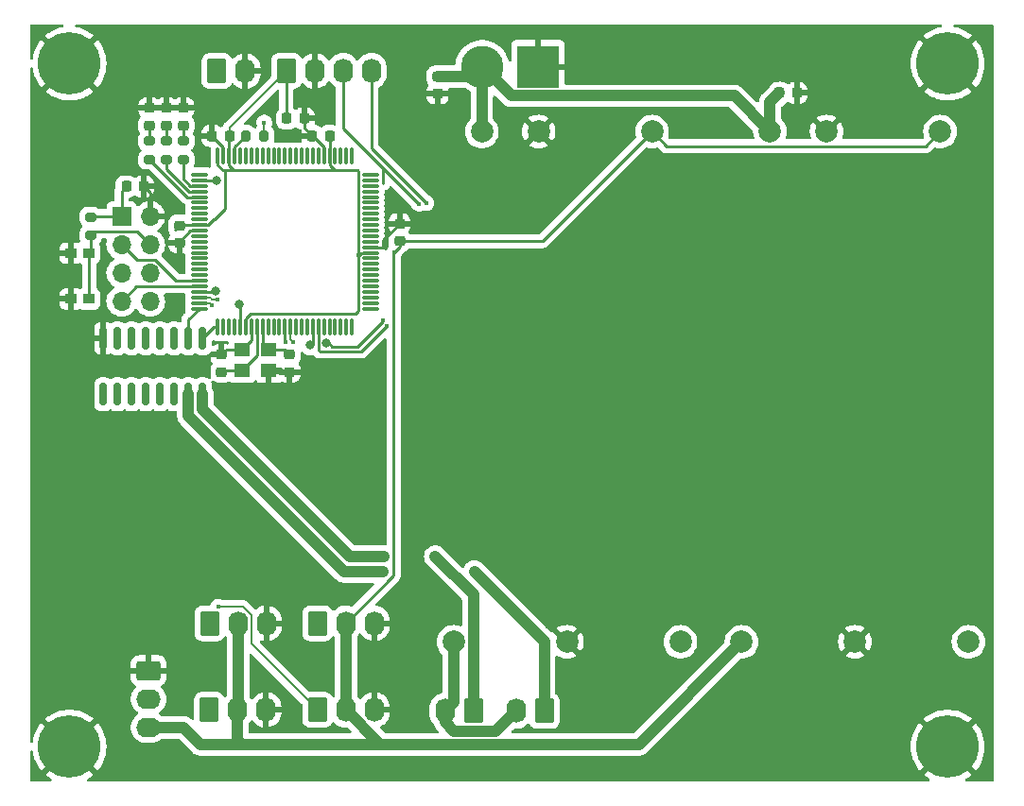
<source format=gbr>
%TF.GenerationSoftware,KiCad,Pcbnew,6.0.4-6f826c9f35~116~ubuntu20.04.1*%
%TF.CreationDate,2022-05-18T13:41:16+03:00*%
%TF.ProjectId,oskar_head_rev1,6f736b61-725f-4686-9561-645f72657631,rev?*%
%TF.SameCoordinates,Original*%
%TF.FileFunction,Copper,L1,Top*%
%TF.FilePolarity,Positive*%
%FSLAX46Y46*%
G04 Gerber Fmt 4.6, Leading zero omitted, Abs format (unit mm)*
G04 Created by KiCad (PCBNEW 6.0.4-6f826c9f35~116~ubuntu20.04.1) date 2022-05-18 13:41:16*
%MOMM*%
%LPD*%
G01*
G04 APERTURE LIST*
G04 Aperture macros list*
%AMRoundRect*
0 Rectangle with rounded corners*
0 $1 Rounding radius*
0 $2 $3 $4 $5 $6 $7 $8 $9 X,Y pos of 4 corners*
0 Add a 4 corners polygon primitive as box body*
4,1,4,$2,$3,$4,$5,$6,$7,$8,$9,$2,$3,0*
0 Add four circle primitives for the rounded corners*
1,1,$1+$1,$2,$3*
1,1,$1+$1,$4,$5*
1,1,$1+$1,$6,$7*
1,1,$1+$1,$8,$9*
0 Add four rect primitives between the rounded corners*
20,1,$1+$1,$2,$3,$4,$5,0*
20,1,$1+$1,$4,$5,$6,$7,0*
20,1,$1+$1,$6,$7,$8,$9,0*
20,1,$1+$1,$8,$9,$2,$3,0*%
G04 Aperture macros list end*
%TA.AperFunction,SMDPad,CuDef*%
%ADD10RoundRect,0.218750X-0.256250X0.218750X-0.256250X-0.218750X0.256250X-0.218750X0.256250X0.218750X0*%
%TD*%
%TA.AperFunction,SMDPad,CuDef*%
%ADD11RoundRect,0.200000X0.275000X-0.200000X0.275000X0.200000X-0.275000X0.200000X-0.275000X-0.200000X0*%
%TD*%
%TA.AperFunction,ComponentPad*%
%ADD12RoundRect,0.250000X-0.845000X0.620000X-0.845000X-0.620000X0.845000X-0.620000X0.845000X0.620000X0*%
%TD*%
%TA.AperFunction,ComponentPad*%
%ADD13O,2.190000X1.740000*%
%TD*%
%TA.AperFunction,ComponentPad*%
%ADD14C,2.000000*%
%TD*%
%TA.AperFunction,ComponentPad*%
%ADD15C,3.600000*%
%TD*%
%TA.AperFunction,ConnectorPad*%
%ADD16C,5.600000*%
%TD*%
%TA.AperFunction,SMDPad,CuDef*%
%ADD17RoundRect,0.225000X-0.250000X0.225000X-0.250000X-0.225000X0.250000X-0.225000X0.250000X0.225000X0*%
%TD*%
%TA.AperFunction,ComponentPad*%
%ADD18RoundRect,0.250000X-0.620000X-0.845000X0.620000X-0.845000X0.620000X0.845000X-0.620000X0.845000X0*%
%TD*%
%TA.AperFunction,ComponentPad*%
%ADD19O,1.740000X2.190000*%
%TD*%
%TA.AperFunction,SMDPad,CuDef*%
%ADD20RoundRect,0.225000X0.250000X-0.225000X0.250000X0.225000X-0.250000X0.225000X-0.250000X-0.225000X0*%
%TD*%
%TA.AperFunction,SMDPad,CuDef*%
%ADD21RoundRect,0.225000X0.225000X0.250000X-0.225000X0.250000X-0.225000X-0.250000X0.225000X-0.250000X0*%
%TD*%
%TA.AperFunction,ComponentPad*%
%ADD22RoundRect,0.250000X0.620000X0.845000X-0.620000X0.845000X-0.620000X-0.845000X0.620000X-0.845000X0*%
%TD*%
%TA.AperFunction,SMDPad,CuDef*%
%ADD23RoundRect,0.225000X-0.225000X-0.250000X0.225000X-0.250000X0.225000X0.250000X-0.225000X0.250000X0*%
%TD*%
%TA.AperFunction,SMDPad,CuDef*%
%ADD24R,1.400000X1.200000*%
%TD*%
%TA.AperFunction,SMDPad,CuDef*%
%ADD25RoundRect,0.200000X0.200000X0.275000X-0.200000X0.275000X-0.200000X-0.275000X0.200000X-0.275000X0*%
%TD*%
%TA.AperFunction,ComponentPad*%
%ADD26R,1.700000X1.700000*%
%TD*%
%TA.AperFunction,ComponentPad*%
%ADD27O,1.700000X1.700000*%
%TD*%
%TA.AperFunction,ComponentPad*%
%ADD28R,3.800000X3.800000*%
%TD*%
%TA.AperFunction,ComponentPad*%
%ADD29C,3.800000*%
%TD*%
%TA.AperFunction,SMDPad,CuDef*%
%ADD30RoundRect,0.075000X-0.662500X-0.075000X0.662500X-0.075000X0.662500X0.075000X-0.662500X0.075000X0*%
%TD*%
%TA.AperFunction,SMDPad,CuDef*%
%ADD31RoundRect,0.075000X-0.075000X-0.662500X0.075000X-0.662500X0.075000X0.662500X-0.075000X0.662500X0*%
%TD*%
%TA.AperFunction,SMDPad,CuDef*%
%ADD32RoundRect,0.150000X-0.150000X0.850000X-0.150000X-0.850000X0.150000X-0.850000X0.150000X0.850000X0*%
%TD*%
%TA.AperFunction,SMDPad,CuDef*%
%ADD33R,1.000000X0.900000*%
%TD*%
%TA.AperFunction,SMDPad,CuDef*%
%ADD34RoundRect,0.200000X-0.275000X0.200000X-0.275000X-0.200000X0.275000X-0.200000X0.275000X0.200000X0*%
%TD*%
%TA.AperFunction,ViaPad*%
%ADD35C,0.400000*%
%TD*%
%TA.AperFunction,ViaPad*%
%ADD36C,0.800000*%
%TD*%
%TA.AperFunction,Conductor*%
%ADD37C,0.250000*%
%TD*%
%TA.AperFunction,Conductor*%
%ADD38C,1.000000*%
%TD*%
%TA.AperFunction,Conductor*%
%ADD39C,0.200000*%
%TD*%
G04 APERTURE END LIST*
D10*
%TO.P,D3,1,K*%
%TO.N,GND*%
X121208800Y-54609800D03*
%TO.P,D3,2,A*%
%TO.N,Net-(D3-Pad2)*%
X121208800Y-56184800D03*
%TD*%
%TO.P,D2,1,K*%
%TO.N,GND*%
X122732800Y-54609800D03*
%TO.P,D2,2,A*%
%TO.N,Net-(D2-Pad2)*%
X122732800Y-56184800D03*
%TD*%
%TO.P,D1,1,K*%
%TO.N,GND*%
X124256800Y-54609900D03*
%TO.P,D1,2,A*%
%TO.N,Net-(D1-Pad2)*%
X124256800Y-56184900D03*
%TD*%
D11*
%TO.P,R5,1*%
%TO.N,Net-(U1-Pad5)*%
X121208800Y-59245000D03*
%TO.P,R5,2*%
%TO.N,Net-(D3-Pad2)*%
X121208800Y-57595000D03*
%TD*%
%TO.P,R4,1*%
%TO.N,Net-(U1-Pad4)*%
X122732800Y-59245000D03*
%TO.P,R4,2*%
%TO.N,Net-(D2-Pad2)*%
X122732800Y-57595000D03*
%TD*%
%TO.P,R3,1*%
%TO.N,Net-(U1-Pad3)*%
X124256800Y-59245000D03*
%TO.P,R3,2*%
%TO.N,Net-(D1-Pad2)*%
X124256800Y-57595000D03*
%TD*%
D12*
%TO.P,J5,1,Pin_1*%
%TO.N,GND*%
X121138000Y-105054400D03*
D13*
%TO.P,J5,2,Pin_2*%
%TO.N,/PX_LED*%
X121138000Y-107594400D03*
%TO.P,J5,3,Pin_3*%
%TO.N,+5V*%
X121138000Y-110134400D03*
%TD*%
D14*
%TO.P,U3,1,Ctrl*%
%TO.N,+5V*%
X166217600Y-56743600D03*
%TO.P,U3,2,GND*%
%TO.N,GND*%
X156057600Y-56743600D03*
%TO.P,U3,3,Vin*%
%TO.N,+48V*%
X150977600Y-56743600D03*
%TO.P,U3,4,+Vo*%
%TO.N,+15V*%
X148437600Y-102463600D03*
%TO.P,U3,5,0V*%
%TO.N,GND*%
X158597600Y-102463600D03*
%TO.P,U3,6,Trim/-Vo*%
%TO.N,unconnected-(U3-Pad6)*%
X168757600Y-102463600D03*
%TD*%
D15*
%TO.P,H2,1,1*%
%TO.N,GND*%
X114046000Y-50647600D03*
D16*
X114046000Y-50647600D03*
%TD*%
D17*
%TO.P,C8,1*%
%TO.N,GND*%
X127664890Y-76744050D03*
%TO.P,C8,2*%
%TO.N,/XTAL2*%
X127664890Y-78294050D03*
%TD*%
D18*
%TO.P,M1,1,PWM*%
%TO.N,/L_IRIS*%
X136270440Y-100807200D03*
D19*
%TO.P,M1,2,+*%
%TO.N,+5V*%
X138810440Y-100807200D03*
%TO.P,M1,3,-*%
%TO.N,GND*%
X141350440Y-100807200D03*
%TD*%
D20*
%TO.P,C2,1*%
%TO.N,GND*%
X123896490Y-66703650D03*
%TO.P,C2,2*%
%TO.N,+5V*%
X123896490Y-65153650D03*
%TD*%
D21*
%TO.P,C4,1*%
%TO.N,GND*%
X120687840Y-61671200D03*
%TO.P,C4,2*%
%TO.N,+5V*%
X119137840Y-61671200D03*
%TD*%
D22*
%TO.P,J3,1,Pin_1*%
%TO.N,/L_LIGHT*%
X156565600Y-108661200D03*
D19*
%TO.P,J3,2,Pin_2*%
%TO.N,+15V*%
X154025600Y-108661200D03*
%TD*%
D18*
%TO.P,M3,1,PWM*%
%TO.N,/R_IRIS*%
X136270440Y-108559600D03*
D19*
%TO.P,M3,2,+*%
%TO.N,+5V*%
X138810440Y-108559600D03*
%TO.P,M3,3,-*%
%TO.N,GND*%
X141350440Y-108559600D03*
%TD*%
D20*
%TO.P,C7,1*%
%TO.N,GND*%
X133760890Y-78294050D03*
%TO.P,C7,2*%
%TO.N,/XTAL1*%
X133760890Y-76744050D03*
%TD*%
D18*
%TO.P,J7,1,Pin_1*%
%TO.N,Net-(J7-Pad1)*%
X127249290Y-51318250D03*
D19*
%TO.P,J7,2,Pin_2*%
%TO.N,GND*%
X129789290Y-51318250D03*
%TD*%
D23*
%TO.P,C3,1*%
%TO.N,GND*%
X135813200Y-57150000D03*
%TO.P,C3,2*%
%TO.N,+5V*%
X137363200Y-57150000D03*
%TD*%
D22*
%TO.P,J4,1,Pin_1*%
%TO.N,/R_LIGHT*%
X150215600Y-108661200D03*
D19*
%TO.P,J4,2,Pin_2*%
%TO.N,+15V*%
X147675600Y-108661200D03*
%TD*%
D21*
%TO.P,C11,1*%
%TO.N,GND*%
X179184600Y-53289200D03*
%TO.P,C11,2*%
%TO.N,+48V*%
X177634600Y-53289200D03*
%TD*%
D23*
%TO.P,C6,1*%
%TO.N,GND*%
X126829890Y-57140250D03*
%TO.P,C6,2*%
%TO.N,+5V*%
X128379890Y-57140250D03*
%TD*%
D18*
%TO.P,M4,1,PWM*%
%TO.N,/R_BROW*%
X126618440Y-100807200D03*
D19*
%TO.P,M4,2,+*%
%TO.N,+5V*%
X129158440Y-100807200D03*
%TO.P,M4,3,-*%
%TO.N,GND*%
X131698440Y-100807200D03*
%TD*%
D15*
%TO.P,H4,1,1*%
%TO.N,GND*%
X192684400Y-50647600D03*
D16*
X192684400Y-50647600D03*
%TD*%
D24*
%TO.P,Y1,1,1*%
%TO.N,/XTAL1*%
X131912890Y-76264250D03*
%TO.P,Y1,2,2*%
%TO.N,GND*%
X129512890Y-76264250D03*
%TO.P,Y1,3,3*%
%TO.N,/XTAL2*%
X129512890Y-78164250D03*
%TO.P,Y1,4,4*%
%TO.N,GND*%
X131912890Y-78164250D03*
%TD*%
D17*
%TO.P,C1,1*%
%TO.N,GND*%
X143611600Y-65011000D03*
%TO.P,C1,2*%
%TO.N,+5V*%
X143611600Y-66561000D03*
%TD*%
D15*
%TO.P,H1,1,1*%
%TO.N,GND*%
X114046000Y-111861600D03*
D16*
X114046000Y-111861600D03*
%TD*%
D25*
%TO.P,R2,1*%
%TO.N,Net-(J7-Pad1)*%
X131477890Y-57140250D03*
%TO.P,R2,2*%
%TO.N,/A_IN*%
X129827890Y-57140250D03*
%TD*%
D18*
%TO.P,M2,1,PWM*%
%TO.N,/L_BROW*%
X126567640Y-108559600D03*
D19*
%TO.P,M2,2,+*%
%TO.N,+5V*%
X129107640Y-108559600D03*
%TO.P,M2,3,-*%
%TO.N,GND*%
X131647640Y-108559600D03*
%TD*%
D20*
%TO.P,C9,1*%
%TO.N,GND*%
X147015200Y-53353000D03*
%TO.P,C9,2*%
%TO.N,+48V*%
X147015200Y-51803000D03*
%TD*%
D21*
%TO.P,C10,1*%
%TO.N,GND*%
X135064240Y-55575200D03*
%TO.P,C10,2*%
%TO.N,+5V*%
X133514240Y-55575200D03*
%TD*%
D26*
%TO.P,J1,1,Pin_1*%
%TO.N,+5V*%
X118717945Y-64338450D03*
D27*
%TO.P,J1,2,Pin_2*%
%TO.N,GND*%
X121257945Y-64338450D03*
%TO.P,J1,3,Pin_3*%
%TO.N,/SCK*%
X118717945Y-66878450D03*
%TO.P,J1,4,Pin_4*%
%TO.N,/RESET*%
X121257945Y-66878450D03*
%TO.P,J1,5,Pin_5*%
%TO.N,/MISO*%
X118717945Y-69418450D03*
%TO.P,J1,6,Pin_6*%
%TO.N,/RESET*%
X121257945Y-69418450D03*
%TO.P,J1,7,Pin_7*%
%TO.N,/MOSI*%
X118717945Y-71958450D03*
%TO.P,J1,8,Pin_8*%
%TO.N,unconnected-(J1-Pad8)*%
X121257945Y-71958450D03*
%TD*%
D15*
%TO.P,H3,1,1*%
%TO.N,GND*%
X192684400Y-111861600D03*
D16*
X192684400Y-111861600D03*
%TD*%
D28*
%TO.P,J2,1,Pin_1*%
%TO.N,GND*%
X156006800Y-50952400D03*
D29*
%TO.P,J2,2,Pin_2*%
%TO.N,+48V*%
X151006800Y-50952400D03*
%TD*%
D30*
%TO.P,U1,1,PG5*%
%TO.N,unconnected-(U1-Pad1)*%
X125682790Y-60614450D03*
%TO.P,U1,2,PE0*%
%TO.N,/PX_LED*%
X125682790Y-61114450D03*
%TO.P,U1,3,PE1*%
%TO.N,Net-(U1-Pad3)*%
X125682790Y-61614450D03*
%TO.P,U1,4,PE2*%
%TO.N,Net-(U1-Pad4)*%
X125682790Y-62114450D03*
%TO.P,U1,5,PE3*%
%TO.N,Net-(U1-Pad5)*%
X125682790Y-62614450D03*
%TO.P,U1,6,PE4*%
%TO.N,unconnected-(U1-Pad6)*%
X125682790Y-63114450D03*
%TO.P,U1,7,PE5*%
%TO.N,unconnected-(U1-Pad7)*%
X125682790Y-63614450D03*
%TO.P,U1,8,PE6*%
%TO.N,unconnected-(U1-Pad8)*%
X125682790Y-64114450D03*
%TO.P,U1,9,PE7*%
%TO.N,unconnected-(U1-Pad9)*%
X125682790Y-64614450D03*
%TO.P,U1,10,VCC*%
%TO.N,+5V*%
X125682790Y-65114450D03*
%TO.P,U1,11,GND*%
%TO.N,GND*%
X125682790Y-65614450D03*
%TO.P,U1,12,PH0*%
%TO.N,unconnected-(U1-Pad12)*%
X125682790Y-66114450D03*
%TO.P,U1,13,PH1*%
%TO.N,unconnected-(U1-Pad13)*%
X125682790Y-66614450D03*
%TO.P,U1,14,PH2*%
%TO.N,unconnected-(U1-Pad14)*%
X125682790Y-67114450D03*
%TO.P,U1,15,PH3*%
%TO.N,unconnected-(U1-Pad15)*%
X125682790Y-67614450D03*
%TO.P,U1,16,PH4*%
%TO.N,unconnected-(U1-Pad16)*%
X125682790Y-68114450D03*
%TO.P,U1,17,PH5*%
%TO.N,unconnected-(U1-Pad17)*%
X125682790Y-68614450D03*
%TO.P,U1,18,PH6*%
%TO.N,unconnected-(U1-Pad18)*%
X125682790Y-69114450D03*
%TO.P,U1,19,PB0*%
%TO.N,unconnected-(U1-Pad19)*%
X125682790Y-69614450D03*
%TO.P,U1,20,PB1*%
%TO.N,/SCK*%
X125682790Y-70114450D03*
%TO.P,U1,21,PB2*%
%TO.N,/MOSI*%
X125682790Y-70614450D03*
%TO.P,U1,22,PB3*%
%TO.N,/MISO*%
X125682790Y-71114450D03*
%TO.P,U1,23,PB4*%
%TO.N,/R_IRIS*%
X125682790Y-71614450D03*
%TO.P,U1,24,PB5*%
%TO.N,/R_BROW*%
X125682790Y-72114450D03*
%TO.P,U1,25,PB6*%
%TO.N,/L_LIGHT_PWM*%
X125682790Y-72614450D03*
D31*
%TO.P,U1,26,PB7*%
%TO.N,/R_LIGHT_PWM*%
X127345290Y-74276950D03*
%TO.P,U1,27,PH7*%
%TO.N,unconnected-(U1-Pad27)*%
X127845290Y-74276950D03*
%TO.P,U1,28,PG3*%
%TO.N,unconnected-(U1-Pad28)*%
X128345290Y-74276950D03*
%TO.P,U1,29,PG4*%
%TO.N,unconnected-(U1-Pad29)*%
X128845290Y-74276950D03*
%TO.P,U1,30,~{RESET}*%
%TO.N,/RESET*%
X129345290Y-74276950D03*
%TO.P,U1,31,VCC*%
%TO.N,+5V*%
X129845290Y-74276950D03*
%TO.P,U1,32,GND*%
%TO.N,GND*%
X130345290Y-74276950D03*
%TO.P,U1,33,XTAL2*%
%TO.N,/XTAL2*%
X130845290Y-74276950D03*
%TO.P,U1,34,XTAL1*%
%TO.N,/XTAL1*%
X131345290Y-74276950D03*
%TO.P,U1,35,PL0*%
%TO.N,unconnected-(U1-Pad35)*%
X131845290Y-74276950D03*
%TO.P,U1,36,PL1*%
%TO.N,unconnected-(U1-Pad36)*%
X132345290Y-74276950D03*
%TO.P,U1,37,PL2*%
%TO.N,unconnected-(U1-Pad37)*%
X132845290Y-74276950D03*
%TO.P,U1,38,PL3*%
%TO.N,/L_BROW*%
X133345290Y-74276950D03*
%TO.P,U1,39,PL4*%
%TO.N,/L_IRIS*%
X133845290Y-74276950D03*
%TO.P,U1,40,PL5*%
%TO.N,unconnected-(U1-Pad40)*%
X134345290Y-74276950D03*
%TO.P,U1,41,PL6*%
%TO.N,unconnected-(U1-Pad41)*%
X134845290Y-74276950D03*
%TO.P,U1,42,PL7*%
%TO.N,unconnected-(U1-Pad42)*%
X135345290Y-74276950D03*
%TO.P,U1,43,PD0*%
%TO.N,/SCL*%
X135845290Y-74276950D03*
%TO.P,U1,44,PD1*%
%TO.N,/SDA*%
X136345290Y-74276950D03*
%TO.P,U1,45,PD2*%
%TO.N,unconnected-(U1-Pad45)*%
X136845290Y-74276950D03*
%TO.P,U1,46,PD3*%
%TO.N,unconnected-(U1-Pad46)*%
X137345290Y-74276950D03*
%TO.P,U1,47,PD4*%
%TO.N,unconnected-(U1-Pad47)*%
X137845290Y-74276950D03*
%TO.P,U1,48,PD5*%
%TO.N,unconnected-(U1-Pad48)*%
X138345290Y-74276950D03*
%TO.P,U1,49,PD6*%
%TO.N,unconnected-(U1-Pad49)*%
X138845290Y-74276950D03*
%TO.P,U1,50,PD7*%
%TO.N,unconnected-(U1-Pad50)*%
X139345290Y-74276950D03*
D30*
%TO.P,U1,51,PG0*%
%TO.N,unconnected-(U1-Pad51)*%
X141007790Y-72614450D03*
%TO.P,U1,52,PG1*%
%TO.N,unconnected-(U1-Pad52)*%
X141007790Y-72114450D03*
%TO.P,U1,53,PC0*%
%TO.N,unconnected-(U1-Pad53)*%
X141007790Y-71614450D03*
%TO.P,U1,54,PC1*%
%TO.N,unconnected-(U1-Pad54)*%
X141007790Y-71114450D03*
%TO.P,U1,55,PC2*%
%TO.N,unconnected-(U1-Pad55)*%
X141007790Y-70614450D03*
%TO.P,U1,56,PC3*%
%TO.N,unconnected-(U1-Pad56)*%
X141007790Y-70114450D03*
%TO.P,U1,57,PC4*%
%TO.N,unconnected-(U1-Pad57)*%
X141007790Y-69614450D03*
%TO.P,U1,58,PC5*%
%TO.N,unconnected-(U1-Pad58)*%
X141007790Y-69114450D03*
%TO.P,U1,59,PC6*%
%TO.N,unconnected-(U1-Pad59)*%
X141007790Y-68614450D03*
%TO.P,U1,60,PC7*%
%TO.N,unconnected-(U1-Pad60)*%
X141007790Y-68114450D03*
%TO.P,U1,61,VCC*%
%TO.N,+5V*%
X141007790Y-67614450D03*
%TO.P,U1,62,GND*%
%TO.N,GND*%
X141007790Y-67114450D03*
%TO.P,U1,63,PJ0*%
%TO.N,unconnected-(U1-Pad63)*%
X141007790Y-66614450D03*
%TO.P,U1,64,PJ1*%
%TO.N,unconnected-(U1-Pad64)*%
X141007790Y-66114450D03*
%TO.P,U1,65,PJ2*%
%TO.N,unconnected-(U1-Pad65)*%
X141007790Y-65614450D03*
%TO.P,U1,66,PJ3*%
%TO.N,unconnected-(U1-Pad66)*%
X141007790Y-65114450D03*
%TO.P,U1,67,PJ4*%
%TO.N,unconnected-(U1-Pad67)*%
X141007790Y-64614450D03*
%TO.P,U1,68,PJ5*%
%TO.N,unconnected-(U1-Pad68)*%
X141007790Y-64114450D03*
%TO.P,U1,69,PJ6*%
%TO.N,unconnected-(U1-Pad69)*%
X141007790Y-63614450D03*
%TO.P,U1,70,PG2*%
%TO.N,unconnected-(U1-Pad70)*%
X141007790Y-63114450D03*
%TO.P,U1,71,PA7*%
%TO.N,unconnected-(U1-Pad71)*%
X141007790Y-62614450D03*
%TO.P,U1,72,PA6*%
%TO.N,unconnected-(U1-Pad72)*%
X141007790Y-62114450D03*
%TO.P,U1,73,PA5*%
%TO.N,unconnected-(U1-Pad73)*%
X141007790Y-61614450D03*
%TO.P,U1,74,PA4*%
%TO.N,unconnected-(U1-Pad74)*%
X141007790Y-61114450D03*
%TO.P,U1,75,PA3*%
%TO.N,unconnected-(U1-Pad75)*%
X141007790Y-60614450D03*
D31*
%TO.P,U1,76,PA2*%
%TO.N,unconnected-(U1-Pad76)*%
X139345290Y-58951950D03*
%TO.P,U1,77,PA1*%
%TO.N,unconnected-(U1-Pad77)*%
X138845290Y-58951950D03*
%TO.P,U1,78,PA0*%
%TO.N,unconnected-(U1-Pad78)*%
X138345290Y-58951950D03*
%TO.P,U1,79,PJ7*%
%TO.N,unconnected-(U1-Pad79)*%
X137845290Y-58951950D03*
%TO.P,U1,80,VCC*%
%TO.N,+5V*%
X137345290Y-58951950D03*
%TO.P,U1,81,GND*%
%TO.N,GND*%
X136845290Y-58951950D03*
%TO.P,U1,82,PK7*%
%TO.N,unconnected-(U1-Pad82)*%
X136345290Y-58951950D03*
%TO.P,U1,83,PK6*%
%TO.N,unconnected-(U1-Pad83)*%
X135845290Y-58951950D03*
%TO.P,U1,84,PK5*%
%TO.N,unconnected-(U1-Pad84)*%
X135345290Y-58951950D03*
%TO.P,U1,85,PK4*%
%TO.N,unconnected-(U1-Pad85)*%
X134845290Y-58951950D03*
%TO.P,U1,86,PK3*%
%TO.N,unconnected-(U1-Pad86)*%
X134345290Y-58951950D03*
%TO.P,U1,87,PK2*%
%TO.N,unconnected-(U1-Pad87)*%
X133845290Y-58951950D03*
%TO.P,U1,88,PK1*%
%TO.N,unconnected-(U1-Pad88)*%
X133345290Y-58951950D03*
%TO.P,U1,89,PK0*%
%TO.N,unconnected-(U1-Pad89)*%
X132845290Y-58951950D03*
%TO.P,U1,90,PF7*%
%TO.N,unconnected-(U1-Pad90)*%
X132345290Y-58951950D03*
%TO.P,U1,91,PF6*%
%TO.N,unconnected-(U1-Pad91)*%
X131845290Y-58951950D03*
%TO.P,U1,92,PF5*%
%TO.N,unconnected-(U1-Pad92)*%
X131345290Y-58951950D03*
%TO.P,U1,93,PF4*%
%TO.N,unconnected-(U1-Pad93)*%
X130845290Y-58951950D03*
%TO.P,U1,94,PF3*%
%TO.N,unconnected-(U1-Pad94)*%
X130345290Y-58951950D03*
%TO.P,U1,95,PF2*%
%TO.N,unconnected-(U1-Pad95)*%
X129845290Y-58951950D03*
%TO.P,U1,96,PF1*%
%TO.N,unconnected-(U1-Pad96)*%
X129345290Y-58951950D03*
%TO.P,U1,97,PF0*%
%TO.N,/A_IN*%
X128845290Y-58951950D03*
%TO.P,U1,98,AREF*%
%TO.N,+5V*%
X128345290Y-58951950D03*
%TO.P,U1,99,GND*%
%TO.N,GND*%
X127845290Y-58951950D03*
%TO.P,U1,100,AVCC*%
%TO.N,+5V*%
X127345290Y-58951950D03*
%TD*%
D32*
%TO.P,U2,1,I1*%
%TO.N,/R_LIGHT_PWM*%
X125979290Y-75290450D03*
%TO.P,U2,2,I2*%
%TO.N,/L_LIGHT_PWM*%
X124709290Y-75290450D03*
%TO.P,U2,3,I3*%
%TO.N,unconnected-(U2-Pad3)*%
X123439290Y-75290450D03*
%TO.P,U2,4,I4*%
%TO.N,unconnected-(U2-Pad4)*%
X122169290Y-75290450D03*
%TO.P,U2,5,I5*%
%TO.N,unconnected-(U2-Pad5)*%
X120899290Y-75290450D03*
%TO.P,U2,6,I6*%
%TO.N,unconnected-(U2-Pad6)*%
X119629290Y-75290450D03*
%TO.P,U2,7,I7*%
%TO.N,unconnected-(U2-Pad7)*%
X118359290Y-75290450D03*
%TO.P,U2,8,GND*%
%TO.N,GND*%
X117089290Y-75290450D03*
%TO.P,U2,9,COM*%
%TO.N,unconnected-(U2-Pad9)*%
X117089290Y-80290450D03*
%TO.P,U2,10,O7*%
%TO.N,unconnected-(U2-Pad10)*%
X118359290Y-80290450D03*
%TO.P,U2,11,O6*%
%TO.N,unconnected-(U2-Pad11)*%
X119629290Y-80290450D03*
%TO.P,U2,12,O5*%
%TO.N,unconnected-(U2-Pad12)*%
X120899290Y-80290450D03*
%TO.P,U2,13,O4*%
%TO.N,unconnected-(U2-Pad13)*%
X122169290Y-80290450D03*
%TO.P,U2,14,O3*%
%TO.N,unconnected-(U2-Pad14)*%
X123439290Y-80290450D03*
%TO.P,U2,15,O2*%
%TO.N,/L_LIGHT*%
X124709290Y-80290450D03*
%TO.P,U2,16,O1*%
%TO.N,/R_LIGHT*%
X125979290Y-80290450D03*
%TD*%
D18*
%TO.P,J6,1,Pin_1*%
%TO.N,+5V*%
X133476440Y-51308000D03*
D19*
%TO.P,J6,2,Pin_2*%
%TO.N,GND*%
X136016440Y-51308000D03*
%TO.P,J6,3,Pin_3*%
%TO.N,/SCL*%
X138556440Y-51308000D03*
%TO.P,J6,4,Pin_4*%
%TO.N,/SDA*%
X141096440Y-51308000D03*
%TD*%
D33*
%TO.P,SW1,1,1*%
%TO.N,GND*%
X114206490Y-67637850D03*
X114206490Y-71737850D03*
%TO.P,SW1,2,2*%
%TO.N,/RESET*%
X115806490Y-67637850D03*
X115806490Y-71737850D03*
%TD*%
D14*
%TO.P,U4,1,Ctrl*%
%TO.N,+5V*%
X192019200Y-56743600D03*
%TO.P,U4,2,GND*%
%TO.N,GND*%
X181859200Y-56743600D03*
%TO.P,U4,3,Vin*%
%TO.N,+48V*%
X176779200Y-56743600D03*
%TO.P,U4,4,+Vo*%
%TO.N,+5V*%
X174239200Y-102463600D03*
%TO.P,U4,5,0V*%
%TO.N,GND*%
X184399200Y-102463600D03*
%TO.P,U4,6,Trim/-Vo*%
%TO.N,unconnected-(U4-Pad6)*%
X194559200Y-102463600D03*
%TD*%
D34*
%TO.P,R1,1*%
%TO.N,+5V*%
X115928945Y-64392450D03*
%TO.P,R1,2*%
%TO.N,/RESET*%
X115928945Y-66042450D03*
%TD*%
D35*
%TO.N,+5V*%
X143137260Y-67564000D03*
X123896490Y-65153650D03*
X139906909Y-67857867D03*
D36*
%TO.N,GND*%
X131925890Y-78164250D03*
X129512890Y-76264250D03*
%TO.N,/PX_LED*%
X127254000Y-61163200D03*
D35*
%TO.N,/R_IRIS*%
X127296899Y-71839653D03*
X127380440Y-99314000D03*
%TO.N,/R_BROW*%
X126821640Y-72288400D03*
D36*
%TO.N,/RESET*%
X129281290Y-72227850D03*
D35*
%TO.N,/L_BROW*%
X133374840Y-75590400D03*
%TO.N,/L_IRIS*%
X134086040Y-75590400D03*
D36*
%TO.N,/MISO*%
X127122290Y-71059450D03*
D35*
%TO.N,/SCL*%
X145323522Y-63210478D03*
X142110221Y-73657781D03*
D36*
X135620790Y-75895200D03*
X137083240Y-75721820D03*
%TO.N,/R_LIGHT*%
X146812000Y-94843600D03*
X142237760Y-94843600D03*
%TO.N,/L_LIGHT*%
X142112440Y-96164400D03*
X150317200Y-96164400D03*
D35*
%TO.N,/SDA*%
X142445498Y-74170298D03*
X145999200Y-63144400D03*
%TO.N,Net-(J7-Pad1)*%
X131495240Y-55930800D03*
%TD*%
D37*
%TO.N,Net-(U1-Pad5)*%
X121208800Y-59245000D02*
X124578250Y-62614450D01*
X124578250Y-62614450D02*
X125682790Y-62614450D01*
%TO.N,Net-(U1-Pad4)*%
X122732800Y-59245000D02*
X122732800Y-60102684D01*
X122732800Y-60102684D02*
X124744566Y-62114450D01*
X124744566Y-62114450D02*
X125682790Y-62114450D01*
%TO.N,Net-(U1-Pad3)*%
X124256800Y-59245000D02*
X124256800Y-60990966D01*
X124256800Y-60990966D02*
X124880284Y-61614450D01*
X124880284Y-61614450D02*
X125682790Y-61614450D01*
%TO.N,Net-(D3-Pad2)*%
X121208800Y-56184800D02*
X121208800Y-57595000D01*
%TO.N,Net-(D2-Pad2)*%
X122732800Y-56184800D02*
X122732800Y-57595000D01*
%TO.N,Net-(D1-Pad2)*%
X124256800Y-56184900D02*
X124256800Y-57595000D01*
%TO.N,+5V*%
X166217600Y-56743600D02*
X156400200Y-66561000D01*
X139945770Y-67873964D02*
X139945770Y-72783130D01*
X139945770Y-60286330D02*
X139847690Y-60188250D01*
D38*
X129517200Y-111655240D02*
X141906080Y-111655240D01*
D37*
X127978511Y-63639089D02*
X127978511Y-60266789D01*
D38*
X124261640Y-110134400D02*
X121138000Y-110134400D01*
D37*
X140205284Y-67614450D02*
X139945770Y-67873964D01*
X123896490Y-65153650D02*
X123935690Y-65114450D01*
X128345290Y-59754456D02*
X128345290Y-58951950D01*
X130228284Y-73091450D02*
X129845290Y-73474444D01*
X128779084Y-60188250D02*
X128057050Y-60188250D01*
X141007790Y-67614450D02*
X140205284Y-67614450D01*
D38*
X125782480Y-111655240D02*
X129517200Y-111655240D01*
D37*
X115928945Y-64392450D02*
X115982945Y-64338450D01*
D38*
X129158440Y-100807200D02*
X129158440Y-108508800D01*
D37*
X128779084Y-60188250D02*
X128345290Y-59754456D01*
X138810440Y-100807200D02*
X143062280Y-96555360D01*
X129845290Y-73474444D02*
X129845290Y-74276950D01*
X143062280Y-67638980D02*
X143137260Y-67564000D01*
X137345290Y-59754456D02*
X137345290Y-58951950D01*
X133476440Y-51308000D02*
X133476440Y-55537400D01*
D38*
X129107640Y-111245680D02*
X129517200Y-111655240D01*
D37*
X126995290Y-64604456D02*
X127013144Y-64604456D01*
X139945770Y-67873964D02*
X139945770Y-60286330D01*
X139644490Y-73091450D02*
X130228284Y-73091450D01*
X127013144Y-64604456D02*
X127978511Y-63639089D01*
X128345290Y-57174850D02*
X128379890Y-57140250D01*
X123537179Y-65512961D02*
X123896490Y-65153650D01*
X115982945Y-64338450D02*
X118717945Y-64338450D01*
X118717945Y-64338450D02*
X118717945Y-62091095D01*
X125682790Y-65114450D02*
X126485296Y-65114450D01*
X123935690Y-65114450D02*
X125682790Y-65114450D01*
D38*
X138810440Y-100807200D02*
X138810440Y-108559600D01*
D37*
X127345290Y-59754456D02*
X127779084Y-60188250D01*
X128345290Y-58951950D02*
X128345290Y-57174850D01*
X133476440Y-55537400D02*
X133514240Y-55575200D01*
X139847690Y-60188250D02*
X137779084Y-60188250D01*
D39*
X128379890Y-56404550D02*
X133476440Y-51308000D01*
D38*
X165047560Y-111655240D02*
X174239200Y-102463600D01*
D37*
X137345290Y-58951950D02*
X137345290Y-57167910D01*
X127779084Y-60188250D02*
X128057050Y-60188250D01*
X118717945Y-62091095D02*
X119137840Y-61671200D01*
D38*
X138810440Y-108559600D02*
X141906080Y-111655240D01*
D37*
X127978511Y-60266789D02*
X128057050Y-60188250D01*
D39*
X128379890Y-57140250D02*
X128379890Y-56404550D01*
D37*
X139949290Y-72786650D02*
X139644490Y-73091450D01*
X126485296Y-65114450D02*
X126995290Y-64604456D01*
X143062280Y-96555360D02*
X143062280Y-67638980D01*
X139945770Y-72783130D02*
X139949290Y-72786650D01*
X156400200Y-66561000D02*
X143611600Y-66561000D01*
X127345290Y-58951950D02*
X127345290Y-59754456D01*
X190694689Y-58068111D02*
X167542111Y-58068111D01*
D38*
X129107640Y-108559600D02*
X129107640Y-111245680D01*
D37*
X137345290Y-57167910D02*
X137363200Y-57150000D01*
X143611600Y-66561000D02*
X143611600Y-67089660D01*
X143611600Y-67089660D02*
X143137260Y-67564000D01*
X167542111Y-58068111D02*
X166217600Y-56743600D01*
X137779084Y-60188250D02*
X128779084Y-60188250D01*
D38*
X141906080Y-111655240D02*
X165047560Y-111655240D01*
D37*
X137779084Y-60188250D02*
X137345290Y-59754456D01*
D38*
X125782480Y-111655240D02*
X124261640Y-110134400D01*
X129158440Y-108508800D02*
X129107640Y-108559600D01*
D37*
X192019200Y-56743600D02*
X190694689Y-58068111D01*
%TO.N,GND*%
X121257945Y-62241305D02*
X121257945Y-64338450D01*
X130345290Y-74276950D02*
X130345290Y-75431850D01*
X135064240Y-56401040D02*
X135813200Y-57150000D01*
X123896490Y-66598244D02*
X124880284Y-65614450D01*
X127845290Y-58149444D02*
X127845290Y-58951950D01*
X133760890Y-78294050D02*
X131542690Y-78294050D01*
X126829890Y-57140250D02*
X126836096Y-57140250D01*
X123896490Y-66703650D02*
X123896490Y-66598244D01*
X124880284Y-65614450D02*
X125682790Y-65614450D01*
X126836096Y-57140250D02*
X127845290Y-58149444D01*
X130345290Y-75431850D02*
X129512890Y-76264250D01*
X142130750Y-67114450D02*
X142130750Y-66491850D01*
X136845290Y-58951950D02*
X136845290Y-58149444D01*
X129512890Y-76264250D02*
X128144690Y-76264250D01*
X136845290Y-58149444D02*
X135845846Y-57150000D01*
X131912890Y-78164250D02*
X131925890Y-78164250D01*
X120687840Y-61671200D02*
X121257945Y-62241305D01*
X135845846Y-57150000D02*
X135813200Y-57150000D01*
X135064240Y-55575200D02*
X135064240Y-56401040D01*
X142130750Y-66491850D02*
X143611600Y-65011000D01*
X128144690Y-76264250D02*
X127664890Y-76744050D01*
X141007790Y-67114450D02*
X142130750Y-67114450D01*
%TO.N,/PX_LED*%
X125682790Y-61114450D02*
X127205250Y-61114450D01*
X127205250Y-61114450D02*
X127254000Y-61163200D01*
%TO.N,/SCK*%
X123614955Y-70114450D02*
X125327190Y-70114450D01*
X118717945Y-66878450D02*
X120083434Y-68243939D01*
X120083434Y-68243939D02*
X121744444Y-68243939D01*
X124880284Y-70114450D02*
X125682790Y-70114450D01*
X121744444Y-68243939D02*
X123614955Y-70114450D01*
D39*
%TO.N,/R_IRIS*%
X136270440Y-108559600D02*
X130327960Y-102617120D01*
X130327960Y-102617120D02*
X130327960Y-100077120D01*
X127216207Y-71758961D02*
X127296899Y-71839653D01*
X126832542Y-71758961D02*
X127216207Y-71758961D01*
X130327960Y-100077120D02*
X129564840Y-99314000D01*
X126688031Y-71614450D02*
X126832542Y-71758961D01*
X129564840Y-99314000D02*
X127380440Y-99314000D01*
X125682790Y-71614450D02*
X126688031Y-71614450D01*
%TO.N,/R_BROW*%
X126647690Y-72114450D02*
X126821640Y-72288400D01*
X125682790Y-72114450D02*
X126647690Y-72114450D01*
D37*
%TO.N,/L_LIGHT_PWM*%
X124709290Y-73587950D02*
X125682790Y-72614450D01*
X124709290Y-75290450D02*
X124709290Y-73587950D01*
%TO.N,/RESET*%
X115928945Y-66042450D02*
X115928945Y-67515395D01*
X120083434Y-65703939D02*
X121257945Y-66878450D01*
X129281290Y-72227850D02*
X129345290Y-72291850D01*
X115806490Y-67637850D02*
X115806490Y-71737850D01*
X129345290Y-72291850D02*
X129345290Y-74276950D01*
X116267456Y-65703939D02*
X120083434Y-65703939D01*
X115928945Y-67515395D02*
X115806490Y-67637850D01*
X115928945Y-66042450D02*
X116267456Y-65703939D01*
%TO.N,/XTAL2*%
X130845290Y-76831850D02*
X129512890Y-78164250D01*
X127794690Y-78164250D02*
X127664890Y-78294050D01*
X130845290Y-74276950D02*
X130845290Y-76831850D01*
X129512890Y-78164250D02*
X127794690Y-78164250D01*
%TO.N,/XTAL1*%
X131345290Y-74276950D02*
X131345290Y-75696650D01*
X133281090Y-76264250D02*
X133760890Y-76744050D01*
X131345290Y-75696650D02*
X131912890Y-76264250D01*
X131912890Y-76264250D02*
X133281090Y-76264250D01*
%TO.N,/L_BROW*%
X133345290Y-74276950D02*
X133345290Y-75560850D01*
X133345290Y-75560850D02*
X133374840Y-75590400D01*
D39*
%TO.N,/L_IRIS*%
X133845290Y-75349650D02*
X134086040Y-75590400D01*
X133845290Y-74276950D02*
X133845290Y-75349650D01*
D37*
%TO.N,/MOSI*%
X120061945Y-70614450D02*
X125327190Y-70614450D01*
X118717945Y-71958450D02*
X120061945Y-70614450D01*
%TO.N,/MISO*%
X127067290Y-71114450D02*
X125682790Y-71114450D01*
X127122290Y-71059450D02*
X127067290Y-71114450D01*
%TO.N,/SCL*%
X142163240Y-60050196D02*
X145323522Y-63210478D01*
X135620790Y-75895200D02*
X135845290Y-75670700D01*
X138556440Y-51308000D02*
X138556440Y-56438800D01*
X142163240Y-60045600D02*
X142163240Y-61391240D01*
X137540440Y-75996800D02*
X137265460Y-75721820D01*
X142163240Y-73710800D02*
X139877240Y-75996800D01*
X135845290Y-75670700D02*
X135845290Y-74276950D01*
X137265460Y-75721820D02*
X137083240Y-75721820D01*
X138556440Y-56438800D02*
X142163240Y-60045600D01*
X139877240Y-75996800D02*
X137540440Y-75996800D01*
X142163240Y-60045600D02*
X142163240Y-60050196D01*
%TO.N,/R_LIGHT_PWM*%
X127345290Y-74276950D02*
X126992790Y-74276950D01*
X126992790Y-74276950D02*
X125979290Y-75290450D01*
D38*
%TO.N,/R_LIGHT*%
X125979290Y-80290450D02*
X125979290Y-81656850D01*
X146812000Y-94843600D02*
X150215600Y-98247200D01*
X126212040Y-81889600D02*
X139166040Y-94843600D01*
X150215600Y-98247200D02*
X150215600Y-108661200D01*
X125979290Y-81656850D02*
X126212040Y-81889600D01*
X139166040Y-94843600D02*
X142237760Y-94843600D01*
%TO.N,/L_LIGHT*%
X125602440Y-83108800D02*
X138658040Y-96164400D01*
X124709290Y-80290450D02*
X124709290Y-82215650D01*
X124709290Y-82215650D02*
X125602440Y-83108800D01*
X150317200Y-96164400D02*
X156565600Y-102412800D01*
X156565600Y-102412800D02*
X156565600Y-108661200D01*
X138658040Y-96164400D02*
X142112440Y-96164400D01*
D37*
%TO.N,/SDA*%
X145999200Y-63144400D02*
X141096440Y-58241640D01*
X141096440Y-58241640D02*
X141096440Y-56311240D01*
X140169476Y-76446320D02*
X142445498Y-74170298D01*
X141096440Y-51308000D02*
X141096440Y-56311240D01*
X136345290Y-74276950D02*
X136345290Y-76325650D01*
X136465960Y-76446320D02*
X140169476Y-76446320D01*
X136345290Y-76325650D02*
X136465960Y-76446320D01*
%TO.N,/A_IN*%
X128845290Y-58951950D02*
X128845290Y-58122850D01*
X128845290Y-58122850D02*
X129827890Y-57140250D01*
D38*
%TO.N,+15V*%
X147675600Y-109626400D02*
X147675600Y-108661200D01*
X148437600Y-102463600D02*
X148437600Y-107899200D01*
X148504920Y-110455720D02*
X147675600Y-109626400D01*
X154025600Y-108661200D02*
X152231080Y-110455720D01*
X148437600Y-107899200D02*
X147675600Y-108661200D01*
X152231080Y-110455720D02*
X148504920Y-110455720D01*
D39*
%TO.N,Net-(J7-Pad1)*%
X131495240Y-55930800D02*
X131495240Y-57122900D01*
D37*
X127261490Y-51330450D02*
X127249290Y-51318250D01*
D39*
X131495240Y-57122900D02*
X131477890Y-57140250D01*
D38*
%TO.N,+48V*%
X151006800Y-50952400D02*
X153606311Y-53551911D01*
X176779200Y-56743600D02*
X176779200Y-54144600D01*
X173587511Y-53551911D02*
X176779200Y-56743600D01*
X150977600Y-50981600D02*
X151006800Y-50952400D01*
X147015200Y-51803000D02*
X150156200Y-51803000D01*
X150156200Y-51803000D02*
X151006800Y-50952400D01*
X176779200Y-54144600D02*
X177634600Y-53289200D01*
X153606311Y-53551911D02*
X173587511Y-53551911D01*
X150977600Y-56743600D02*
X150977600Y-50981600D01*
%TD*%
%TA.AperFunction,Conductor*%
%TO.N,GND*%
G36*
X113490419Y-47162902D02*
G01*
X113536912Y-47216558D01*
X113547016Y-47286832D01*
X113517522Y-47351412D01*
X113457796Y-47389796D01*
X113449140Y-47392008D01*
X113169586Y-47452961D01*
X113163011Y-47454772D01*
X112829683Y-47566302D01*
X112823361Y-47568805D01*
X112504034Y-47715679D01*
X112497991Y-47718865D01*
X112196401Y-47899363D01*
X112190755Y-47903171D01*
X111910408Y-48115196D01*
X111905211Y-48119587D01*
X111903972Y-48120755D01*
X111895950Y-48134462D01*
X111895986Y-48135304D01*
X111901037Y-48143426D01*
X114033190Y-50275580D01*
X114047131Y-50283192D01*
X114048966Y-50283061D01*
X114055580Y-50278810D01*
X114800470Y-49533920D01*
X116188798Y-48145591D01*
X116196412Y-48131647D01*
X116196344Y-48130690D01*
X116191834Y-48123871D01*
X116190418Y-48122665D01*
X115910813Y-47909664D01*
X115905187Y-47905840D01*
X115604214Y-47724281D01*
X115598202Y-47721084D01*
X115279370Y-47573087D01*
X115273070Y-47570567D01*
X114940129Y-47457873D01*
X114933551Y-47456037D01*
X114644304Y-47391913D01*
X114582127Y-47357641D01*
X114548349Y-47295195D01*
X114553695Y-47224400D01*
X114596467Y-47167733D01*
X114663085Y-47143186D01*
X114671575Y-47142900D01*
X192060698Y-47142900D01*
X192128819Y-47162902D01*
X192175312Y-47216558D01*
X192185416Y-47286832D01*
X192155922Y-47351412D01*
X192096196Y-47389796D01*
X192087540Y-47392008D01*
X191807986Y-47452961D01*
X191801411Y-47454772D01*
X191468083Y-47566302D01*
X191461761Y-47568805D01*
X191142434Y-47715679D01*
X191136391Y-47718865D01*
X190834801Y-47899363D01*
X190829155Y-47903171D01*
X190548808Y-48115196D01*
X190543611Y-48119587D01*
X190542372Y-48120755D01*
X190534350Y-48134462D01*
X190534386Y-48135304D01*
X190539437Y-48143426D01*
X191929930Y-49533920D01*
X192671590Y-50275580D01*
X192685531Y-50283192D01*
X192687366Y-50283061D01*
X192693980Y-50278810D01*
X194827198Y-48145591D01*
X194834812Y-48131647D01*
X194834744Y-48130689D01*
X194830236Y-48123872D01*
X194828818Y-48122665D01*
X194549213Y-47909664D01*
X194543587Y-47905840D01*
X194242614Y-47724281D01*
X194236602Y-47721084D01*
X193917770Y-47573087D01*
X193911470Y-47570567D01*
X193578529Y-47457873D01*
X193571951Y-47456037D01*
X193282704Y-47391913D01*
X193220527Y-47357641D01*
X193186749Y-47295195D01*
X193192095Y-47224400D01*
X193234867Y-47167733D01*
X193301485Y-47143186D01*
X193309975Y-47142900D01*
X196698100Y-47142900D01*
X196766221Y-47162902D01*
X196812714Y-47216558D01*
X196824100Y-47268900D01*
X196824100Y-114833900D01*
X196804098Y-114902021D01*
X196750442Y-114948514D01*
X196698100Y-114959900D01*
X194404671Y-114959900D01*
X194336550Y-114939898D01*
X194290057Y-114886242D01*
X194279953Y-114815968D01*
X194309447Y-114751388D01*
X194340342Y-114725559D01*
X194524395Y-114616276D01*
X194530059Y-114612484D01*
X194811132Y-114401449D01*
X194816358Y-114397064D01*
X194826013Y-114388028D01*
X194834082Y-114374350D01*
X194834054Y-114373624D01*
X194828912Y-114365323D01*
X192697210Y-112233620D01*
X192683269Y-112226008D01*
X192681434Y-112226139D01*
X192674820Y-112230390D01*
X190541174Y-114364037D01*
X190533560Y-114377981D01*
X190533637Y-114379070D01*
X190536098Y-114382806D01*
X190810032Y-114593004D01*
X190815662Y-114596859D01*
X191028453Y-114726238D01*
X191076268Y-114778719D01*
X191088119Y-114848720D01*
X191060244Y-114914015D01*
X191001493Y-114953874D01*
X190962994Y-114959900D01*
X115766271Y-114959900D01*
X115698150Y-114939898D01*
X115651657Y-114886242D01*
X115641553Y-114815968D01*
X115671047Y-114751388D01*
X115701942Y-114725559D01*
X115885995Y-114616276D01*
X115891659Y-114612484D01*
X116172732Y-114401449D01*
X116177958Y-114397064D01*
X116187613Y-114388028D01*
X116195682Y-114374350D01*
X116195654Y-114373624D01*
X116190512Y-114365323D01*
X114058810Y-112233620D01*
X114044869Y-112226008D01*
X114043034Y-112226139D01*
X114036420Y-112230390D01*
X111902774Y-114364037D01*
X111895160Y-114377981D01*
X111895237Y-114379070D01*
X111897698Y-114382806D01*
X112171632Y-114593004D01*
X112177262Y-114596859D01*
X112390053Y-114726238D01*
X112437868Y-114778719D01*
X112449719Y-114848720D01*
X112421844Y-114914015D01*
X112363093Y-114953874D01*
X112324594Y-114959900D01*
X110641900Y-114959900D01*
X110573779Y-114939898D01*
X110527286Y-114886242D01*
X110515900Y-114833900D01*
X110515900Y-112321620D01*
X110535902Y-112253499D01*
X110589558Y-112207006D01*
X110659832Y-112196902D01*
X110724412Y-112226396D01*
X110762796Y-112286122D01*
X110766314Y-112301692D01*
X110807420Y-112558323D01*
X110808859Y-112564978D01*
X110901608Y-112904010D01*
X110903757Y-112910471D01*
X111032581Y-113237512D01*
X111035412Y-113243695D01*
X111198803Y-113554910D01*
X111202286Y-113560752D01*
X111398330Y-113852496D01*
X111402433Y-113857940D01*
X111522425Y-114000436D01*
X111535164Y-114008879D01*
X111545608Y-114002781D01*
X113673980Y-111874410D01*
X113680357Y-111862731D01*
X114410408Y-111862731D01*
X114410539Y-111864566D01*
X114414790Y-111871180D01*
X116545009Y-114001398D01*
X116558605Y-114008823D01*
X116568218Y-114002122D01*
X116668518Y-113885512D01*
X116672676Y-113880114D01*
X116871762Y-113590440D01*
X116875310Y-113584629D01*
X117041942Y-113275159D01*
X117044849Y-113268981D01*
X117177090Y-112943313D01*
X117179304Y-112936883D01*
X117275598Y-112598837D01*
X117277105Y-112592207D01*
X117336332Y-112245718D01*
X117337112Y-112238978D01*
X117358668Y-111886525D01*
X117358784Y-111882923D01*
X117358853Y-111863419D01*
X117358761Y-111859794D01*
X117339666Y-111507215D01*
X117338931Y-111500449D01*
X117282130Y-111153585D01*
X117280663Y-111146913D01*
X117186736Y-110808227D01*
X117184562Y-110801763D01*
X117054598Y-110475178D01*
X117051742Y-110468998D01*
X116887269Y-110158363D01*
X116883769Y-110152537D01*
X116686697Y-109861462D01*
X116682590Y-109856053D01*
X116569565Y-109722779D01*
X116556740Y-109714343D01*
X116546416Y-109720395D01*
X114418020Y-111848790D01*
X114410408Y-111862731D01*
X113680357Y-111862731D01*
X113681592Y-111860469D01*
X113681461Y-111858634D01*
X113677210Y-111852020D01*
X111546992Y-109721803D01*
X111533455Y-109714411D01*
X111523753Y-109721199D01*
X111416430Y-109846857D01*
X111412296Y-109852264D01*
X111214215Y-110142641D01*
X111210697Y-110148451D01*
X111045134Y-110458522D01*
X111042259Y-110464687D01*
X110911155Y-110790818D01*
X110908962Y-110797258D01*
X110813846Y-111135644D01*
X110812363Y-111142279D01*
X110766172Y-111418309D01*
X110735201Y-111482194D01*
X110674608Y-111519194D01*
X110603630Y-111517561D01*
X110544803Y-111477813D01*
X110516803Y-111412571D01*
X110515900Y-111397513D01*
X110515900Y-109348462D01*
X111895950Y-109348462D01*
X111895986Y-109349304D01*
X111901037Y-109357426D01*
X113190350Y-110646740D01*
X114033190Y-111489580D01*
X114047131Y-111497192D01*
X114048966Y-111497061D01*
X114055580Y-111492810D01*
X114901650Y-110646740D01*
X116188798Y-109359591D01*
X116196412Y-109345647D01*
X116196344Y-109344690D01*
X116191834Y-109337871D01*
X116190418Y-109336665D01*
X115910813Y-109123664D01*
X115905187Y-109119840D01*
X115604214Y-108938281D01*
X115598202Y-108935084D01*
X115279370Y-108787087D01*
X115273070Y-108784567D01*
X114940129Y-108671873D01*
X114933551Y-108670037D01*
X114590417Y-108593967D01*
X114583678Y-108592851D01*
X114234310Y-108554280D01*
X114227529Y-108553901D01*
X113876015Y-108553287D01*
X113869242Y-108553642D01*
X113519720Y-108590995D01*
X113513010Y-108592082D01*
X113169586Y-108666961D01*
X113163011Y-108668772D01*
X112829683Y-108780302D01*
X112823361Y-108782805D01*
X112504034Y-108929679D01*
X112497991Y-108932865D01*
X112196401Y-109113363D01*
X112190755Y-109117171D01*
X111910408Y-109329196D01*
X111905211Y-109333587D01*
X111903972Y-109334755D01*
X111895950Y-109348462D01*
X110515900Y-109348462D01*
X110515900Y-104782285D01*
X119535000Y-104782285D01*
X119539475Y-104797524D01*
X119540865Y-104798729D01*
X119548548Y-104800400D01*
X120865885Y-104800400D01*
X120881124Y-104795925D01*
X120882329Y-104794535D01*
X120884000Y-104786852D01*
X120884000Y-104782285D01*
X121392000Y-104782285D01*
X121396475Y-104797524D01*
X121397865Y-104798729D01*
X121405548Y-104800400D01*
X122722884Y-104800400D01*
X122738123Y-104795925D01*
X122739328Y-104794535D01*
X122740999Y-104786852D01*
X122740999Y-104387305D01*
X122740662Y-104380786D01*
X122730743Y-104285194D01*
X122727851Y-104271800D01*
X122676412Y-104117616D01*
X122670239Y-104104438D01*
X122584937Y-103966593D01*
X122575901Y-103955192D01*
X122461171Y-103840661D01*
X122449760Y-103831649D01*
X122311757Y-103746584D01*
X122298576Y-103740437D01*
X122144290Y-103689262D01*
X122130914Y-103686395D01*
X122036562Y-103676728D01*
X122030145Y-103676400D01*
X121410115Y-103676400D01*
X121394876Y-103680875D01*
X121393671Y-103682265D01*
X121392000Y-103689948D01*
X121392000Y-104782285D01*
X120884000Y-104782285D01*
X120884000Y-103694516D01*
X120879525Y-103679277D01*
X120878135Y-103678072D01*
X120870452Y-103676401D01*
X120245905Y-103676401D01*
X120239386Y-103676738D01*
X120143794Y-103686657D01*
X120130400Y-103689549D01*
X119976216Y-103740988D01*
X119963038Y-103747161D01*
X119825193Y-103832463D01*
X119813792Y-103841499D01*
X119699261Y-103956229D01*
X119690249Y-103967640D01*
X119605184Y-104105643D01*
X119599037Y-104118824D01*
X119547862Y-104273110D01*
X119544995Y-104286486D01*
X119535328Y-104380838D01*
X119535000Y-104387255D01*
X119535000Y-104782285D01*
X110515900Y-104782285D01*
X110515900Y-76204434D01*
X116281291Y-76204434D01*
X116281485Y-76209370D01*
X116283720Y-76237786D01*
X116286020Y-76250381D01*
X116328397Y-76396240D01*
X116334642Y-76410671D01*
X116411201Y-76540128D01*
X116420841Y-76552554D01*
X116527186Y-76658899D01*
X116539612Y-76668539D01*
X116669069Y-76745098D01*
X116683500Y-76751343D01*
X116817895Y-76790389D01*
X116831996Y-76790349D01*
X116835290Y-76783080D01*
X116835290Y-75562565D01*
X116830815Y-75547326D01*
X116829425Y-75546121D01*
X116821742Y-75544450D01*
X116299406Y-75544450D01*
X116284167Y-75548925D01*
X116282962Y-75550315D01*
X116281291Y-75557998D01*
X116281291Y-76204434D01*
X110515900Y-76204434D01*
X110515900Y-75018335D01*
X116281290Y-75018335D01*
X116285765Y-75033574D01*
X116287155Y-75034779D01*
X116294838Y-75036450D01*
X116817175Y-75036450D01*
X116832414Y-75031975D01*
X116833619Y-75030585D01*
X116835290Y-75022902D01*
X116835290Y-73803572D01*
X116831317Y-73790041D01*
X116823419Y-73788906D01*
X116683500Y-73829557D01*
X116669069Y-73835802D01*
X116539612Y-73912361D01*
X116527186Y-73922001D01*
X116420841Y-74028346D01*
X116411201Y-74040772D01*
X116334642Y-74170229D01*
X116328397Y-74184660D01*
X116286021Y-74330515D01*
X116283720Y-74343117D01*
X116281483Y-74371534D01*
X116281290Y-74376464D01*
X116281290Y-75018335D01*
X110515900Y-75018335D01*
X110515900Y-72232519D01*
X113198491Y-72232519D01*
X113198861Y-72239340D01*
X113204385Y-72290202D01*
X113208011Y-72305454D01*
X113253166Y-72425904D01*
X113261704Y-72441499D01*
X113338205Y-72543574D01*
X113350766Y-72556135D01*
X113452841Y-72632636D01*
X113468436Y-72641174D01*
X113588884Y-72686328D01*
X113604139Y-72689955D01*
X113655004Y-72695481D01*
X113661818Y-72695850D01*
X113934375Y-72695850D01*
X113949614Y-72691375D01*
X113950819Y-72689985D01*
X113952490Y-72682302D01*
X113952490Y-72677734D01*
X114460490Y-72677734D01*
X114464965Y-72692973D01*
X114466355Y-72694178D01*
X114474038Y-72695849D01*
X114751159Y-72695849D01*
X114757980Y-72695479D01*
X114808842Y-72689955D01*
X114824094Y-72686329D01*
X114944551Y-72641171D01*
X114945456Y-72640676D01*
X114946456Y-72640457D01*
X114952952Y-72638022D01*
X114953304Y-72638960D01*
X115014813Y-72625507D01*
X115059702Y-72638688D01*
X115059785Y-72638465D01*
X115062827Y-72639606D01*
X115062834Y-72639608D01*
X115068186Y-72641614D01*
X115068189Y-72641616D01*
X115131751Y-72665444D01*
X115196174Y-72689595D01*
X115258356Y-72696350D01*
X116354624Y-72696350D01*
X116416806Y-72689595D01*
X116553195Y-72638465D01*
X116669751Y-72551111D01*
X116757105Y-72434555D01*
X116808235Y-72298166D01*
X116814990Y-72235984D01*
X116814990Y-71239716D01*
X116808235Y-71177534D01*
X116757105Y-71041145D01*
X116669751Y-70924589D01*
X116553195Y-70837235D01*
X116544786Y-70834082D01*
X116544783Y-70834081D01*
X116521759Y-70825449D01*
X116464995Y-70782807D01*
X116440296Y-70716245D01*
X116439990Y-70707468D01*
X116439990Y-68668232D01*
X116459992Y-68600111D01*
X116513648Y-68553618D01*
X116521759Y-68550251D01*
X116544783Y-68541619D01*
X116544786Y-68541618D01*
X116553195Y-68538465D01*
X116669751Y-68451111D01*
X116757105Y-68334555D01*
X116808235Y-68198166D01*
X116814990Y-68135984D01*
X116814990Y-67139716D01*
X116808235Y-67077534D01*
X116771897Y-66980603D01*
X116760257Y-66949552D01*
X116760256Y-66949550D01*
X116757105Y-66941145D01*
X116715591Y-66885753D01*
X116690743Y-66819247D01*
X116705796Y-66749864D01*
X116727322Y-66721093D01*
X116765584Y-66682831D01*
X116854417Y-66536149D01*
X116871584Y-66481371D01*
X116889011Y-66425760D01*
X116928469Y-66366738D01*
X116993572Y-66338418D01*
X117009245Y-66337439D01*
X117292435Y-66337439D01*
X117360556Y-66357441D01*
X117407049Y-66411097D01*
X117417153Y-66481371D01*
X117413852Y-66497111D01*
X117378934Y-66623020D01*
X117355196Y-66845145D01*
X117355493Y-66850298D01*
X117355493Y-66850301D01*
X117365299Y-67020366D01*
X117368055Y-67068165D01*
X117369192Y-67073211D01*
X117369193Y-67073217D01*
X117386324Y-67149229D01*
X117417167Y-67286089D01*
X117501211Y-67493066D01*
X117523334Y-67529167D01*
X117611656Y-67673296D01*
X117617932Y-67683538D01*
X117764195Y-67852388D01*
X117936071Y-67995082D01*
X117946089Y-68000936D01*
X118009390Y-68037926D01*
X118058114Y-68089564D01*
X118071185Y-68159347D01*
X118044454Y-68225119D01*
X118004000Y-68258477D01*
X117991552Y-68264957D01*
X117987419Y-68268060D01*
X117987416Y-68268062D01*
X117817045Y-68395980D01*
X117812910Y-68399085D01*
X117809338Y-68402823D01*
X117680139Y-68538022D01*
X117658574Y-68560588D01*
X117655660Y-68564860D01*
X117655659Y-68564861D01*
X117585144Y-68668232D01*
X117532688Y-68745130D01*
X117438633Y-68947755D01*
X117378934Y-69163020D01*
X117355196Y-69385145D01*
X117355493Y-69390298D01*
X117355493Y-69390301D01*
X117367757Y-69602997D01*
X117368055Y-69608165D01*
X117369192Y-69613211D01*
X117369193Y-69613217D01*
X117393249Y-69719958D01*
X117417167Y-69826089D01*
X117449668Y-69906130D01*
X117486615Y-69997119D01*
X117501211Y-70033066D01*
X117503910Y-70037470D01*
X117586217Y-70171783D01*
X117617932Y-70223538D01*
X117764195Y-70392388D01*
X117936071Y-70535082D01*
X118006540Y-70576261D01*
X118009390Y-70577926D01*
X118058114Y-70629564D01*
X118071185Y-70699347D01*
X118044454Y-70765119D01*
X118004000Y-70798477D01*
X117991552Y-70804957D01*
X117987419Y-70808060D01*
X117987416Y-70808062D01*
X117817045Y-70935980D01*
X117812910Y-70939085D01*
X117658574Y-71100588D01*
X117532688Y-71285130D01*
X117516804Y-71319350D01*
X117441781Y-71480974D01*
X117438633Y-71487755D01*
X117378934Y-71703020D01*
X117355196Y-71925145D01*
X117355493Y-71930298D01*
X117355493Y-71930301D01*
X117362077Y-72044485D01*
X117368055Y-72148165D01*
X117369192Y-72153211D01*
X117369193Y-72153217D01*
X117387846Y-72235984D01*
X117417167Y-72366089D01*
X117454468Y-72457950D01*
X117489381Y-72543931D01*
X117501211Y-72573066D01*
X117543218Y-72641616D01*
X117615236Y-72759138D01*
X117617932Y-72763538D01*
X117764195Y-72932388D01*
X117936071Y-73075082D01*
X118128945Y-73187788D01*
X118337637Y-73267480D01*
X118342705Y-73268511D01*
X118342708Y-73268512D01*
X118449962Y-73290333D01*
X118556542Y-73312017D01*
X118561717Y-73312207D01*
X118561719Y-73312207D01*
X118774618Y-73320014D01*
X118774622Y-73320014D01*
X118779782Y-73320203D01*
X118784902Y-73319547D01*
X118784904Y-73319547D01*
X118996233Y-73292475D01*
X118996234Y-73292475D01*
X119001361Y-73291818D01*
X119006311Y-73290333D01*
X119210374Y-73229111D01*
X119210379Y-73229109D01*
X119215329Y-73227624D01*
X119415939Y-73129346D01*
X119597805Y-72999623D01*
X119756041Y-72841939D01*
X119815539Y-72759139D01*
X119886398Y-72660527D01*
X119887721Y-72661478D01*
X119934590Y-72618307D01*
X120004525Y-72606075D01*
X120069971Y-72633594D01*
X120097820Y-72665444D01*
X120157932Y-72763538D01*
X120304195Y-72932388D01*
X120476071Y-73075082D01*
X120668945Y-73187788D01*
X120877637Y-73267480D01*
X120882705Y-73268511D01*
X120882708Y-73268512D01*
X120989962Y-73290333D01*
X121096542Y-73312017D01*
X121101717Y-73312207D01*
X121101719Y-73312207D01*
X121314618Y-73320014D01*
X121314622Y-73320014D01*
X121319782Y-73320203D01*
X121324902Y-73319547D01*
X121324904Y-73319547D01*
X121536233Y-73292475D01*
X121536234Y-73292475D01*
X121541361Y-73291818D01*
X121546311Y-73290333D01*
X121750374Y-73229111D01*
X121750379Y-73229109D01*
X121755329Y-73227624D01*
X121955939Y-73129346D01*
X122137805Y-72999623D01*
X122296041Y-72841939D01*
X122355539Y-72759139D01*
X122423380Y-72664727D01*
X122426398Y-72660527D01*
X122435745Y-72641616D01*
X122523081Y-72464903D01*
X122523082Y-72464901D01*
X122525375Y-72460261D01*
X122590315Y-72246519D01*
X122619474Y-72025040D01*
X122619956Y-72005328D01*
X122621019Y-71961815D01*
X122621019Y-71961811D01*
X122621101Y-71958450D01*
X122602797Y-71735811D01*
X122548376Y-71519152D01*
X122543961Y-71508997D01*
X122513471Y-71438877D01*
X122507086Y-71424192D01*
X122498265Y-71353746D01*
X122528931Y-71289714D01*
X122589348Y-71252427D01*
X122622635Y-71247950D01*
X124326456Y-71247950D01*
X124394577Y-71267952D01*
X124441070Y-71321608D01*
X124451378Y-71390396D01*
X124439295Y-71482179D01*
X124436790Y-71501206D01*
X124436790Y-71727694D01*
X124437328Y-71731780D01*
X124437328Y-71731781D01*
X124451809Y-71841774D01*
X124450264Y-71841977D01*
X124450264Y-71886923D01*
X124451809Y-71887126D01*
X124442861Y-71955096D01*
X124436790Y-72001206D01*
X124436790Y-72227694D01*
X124437328Y-72231780D01*
X124437328Y-72231781D01*
X124451809Y-72341774D01*
X124450264Y-72341977D01*
X124450264Y-72386923D01*
X124451809Y-72387126D01*
X124442181Y-72460261D01*
X124436790Y-72501206D01*
X124436790Y-72727694D01*
X124437328Y-72731780D01*
X124437328Y-72731781D01*
X124440922Y-72759076D01*
X124451809Y-72841774D01*
X124454968Y-72849400D01*
X124456632Y-72855611D01*
X124454942Y-72926587D01*
X124424020Y-72977315D01*
X124317037Y-73084298D01*
X124308751Y-73091838D01*
X124302272Y-73095950D01*
X124296847Y-73101727D01*
X124255647Y-73145601D01*
X124252892Y-73148443D01*
X124233155Y-73168180D01*
X124230675Y-73171377D01*
X124222972Y-73180397D01*
X124192704Y-73212629D01*
X124188885Y-73219575D01*
X124188883Y-73219578D01*
X124182942Y-73230384D01*
X124172091Y-73246903D01*
X124159676Y-73262909D01*
X124156531Y-73270178D01*
X124156528Y-73270182D01*
X124142116Y-73303487D01*
X124136899Y-73314137D01*
X124115595Y-73352890D01*
X124113624Y-73360565D01*
X124113624Y-73360566D01*
X124110557Y-73372512D01*
X124104153Y-73391216D01*
X124096109Y-73409805D01*
X124094870Y-73417628D01*
X124094867Y-73417638D01*
X124089191Y-73453474D01*
X124086785Y-73465094D01*
X124075790Y-73507920D01*
X124075790Y-73528174D01*
X124074239Y-73547884D01*
X124071070Y-73567893D01*
X124071816Y-73575785D01*
X124075231Y-73611911D01*
X124075790Y-73623769D01*
X124075790Y-73742226D01*
X124055788Y-73810347D01*
X124002132Y-73856840D01*
X123931858Y-73866944D01*
X123885654Y-73850681D01*
X123852891Y-73831305D01*
X123845280Y-73829094D01*
X123845278Y-73829093D01*
X123757432Y-73803572D01*
X123693121Y-73784888D01*
X123686716Y-73784384D01*
X123686711Y-73784383D01*
X123658248Y-73782143D01*
X123658240Y-73782143D01*
X123655792Y-73781950D01*
X123222788Y-73781950D01*
X123220340Y-73782143D01*
X123220332Y-73782143D01*
X123191869Y-73784383D01*
X123191864Y-73784384D01*
X123185459Y-73784888D01*
X123121148Y-73803572D01*
X123033302Y-73829093D01*
X123033300Y-73829094D01*
X123025689Y-73831305D01*
X122882483Y-73915997D01*
X122879801Y-73918679D01*
X122815429Y-73943952D01*
X122745806Y-73930050D01*
X122729978Y-73919878D01*
X122726097Y-73915997D01*
X122582891Y-73831305D01*
X122575280Y-73829094D01*
X122575278Y-73829093D01*
X122487432Y-73803572D01*
X122423121Y-73784888D01*
X122416716Y-73784384D01*
X122416711Y-73784383D01*
X122388248Y-73782143D01*
X122388240Y-73782143D01*
X122385792Y-73781950D01*
X121952788Y-73781950D01*
X121950340Y-73782143D01*
X121950332Y-73782143D01*
X121921869Y-73784383D01*
X121921864Y-73784384D01*
X121915459Y-73784888D01*
X121851148Y-73803572D01*
X121763302Y-73829093D01*
X121763300Y-73829094D01*
X121755689Y-73831305D01*
X121612483Y-73915997D01*
X121609801Y-73918679D01*
X121545429Y-73943952D01*
X121475806Y-73930050D01*
X121459978Y-73919878D01*
X121456097Y-73915997D01*
X121312891Y-73831305D01*
X121305280Y-73829094D01*
X121305278Y-73829093D01*
X121217432Y-73803572D01*
X121153121Y-73784888D01*
X121146716Y-73784384D01*
X121146711Y-73784383D01*
X121118248Y-73782143D01*
X121118240Y-73782143D01*
X121115792Y-73781950D01*
X120682788Y-73781950D01*
X120680340Y-73782143D01*
X120680332Y-73782143D01*
X120651869Y-73784383D01*
X120651864Y-73784384D01*
X120645459Y-73784888D01*
X120581148Y-73803572D01*
X120493302Y-73829093D01*
X120493300Y-73829094D01*
X120485689Y-73831305D01*
X120342483Y-73915997D01*
X120339801Y-73918679D01*
X120275429Y-73943952D01*
X120205806Y-73930050D01*
X120189978Y-73919878D01*
X120186097Y-73915997D01*
X120042891Y-73831305D01*
X120035280Y-73829094D01*
X120035278Y-73829093D01*
X119947432Y-73803572D01*
X119883121Y-73784888D01*
X119876716Y-73784384D01*
X119876711Y-73784383D01*
X119848248Y-73782143D01*
X119848240Y-73782143D01*
X119845792Y-73781950D01*
X119412788Y-73781950D01*
X119410340Y-73782143D01*
X119410332Y-73782143D01*
X119381869Y-73784383D01*
X119381864Y-73784384D01*
X119375459Y-73784888D01*
X119311148Y-73803572D01*
X119223302Y-73829093D01*
X119223300Y-73829094D01*
X119215689Y-73831305D01*
X119072483Y-73915997D01*
X119069801Y-73918679D01*
X119005429Y-73943952D01*
X118935806Y-73930050D01*
X118919978Y-73919878D01*
X118916097Y-73915997D01*
X118772891Y-73831305D01*
X118765280Y-73829094D01*
X118765278Y-73829093D01*
X118677432Y-73803572D01*
X118613121Y-73784888D01*
X118606716Y-73784384D01*
X118606711Y-73784383D01*
X118578248Y-73782143D01*
X118578240Y-73782143D01*
X118575792Y-73781950D01*
X118142788Y-73781950D01*
X118140340Y-73782143D01*
X118140332Y-73782143D01*
X118111869Y-73784383D01*
X118111864Y-73784384D01*
X118105459Y-73784888D01*
X118041148Y-73803572D01*
X117953302Y-73829093D01*
X117953300Y-73829094D01*
X117945689Y-73831305D01*
X117802483Y-73915997D01*
X117799543Y-73918937D01*
X117735019Y-73944271D01*
X117665396Y-73930370D01*
X117646650Y-73918321D01*
X117638967Y-73912361D01*
X117509511Y-73835802D01*
X117495080Y-73829557D01*
X117360685Y-73790511D01*
X117346584Y-73790551D01*
X117343290Y-73797820D01*
X117343290Y-76777328D01*
X117347263Y-76790859D01*
X117355161Y-76791994D01*
X117495080Y-76751343D01*
X117509511Y-76745098D01*
X117638966Y-76668540D01*
X117646654Y-76662576D01*
X117712739Y-76636629D01*
X117782362Y-76650530D01*
X117798448Y-76660868D01*
X117802483Y-76664903D01*
X117945689Y-76749595D01*
X117953300Y-76751806D01*
X117953302Y-76751807D01*
X117986009Y-76761309D01*
X118105459Y-76796012D01*
X118111864Y-76796516D01*
X118111869Y-76796517D01*
X118140332Y-76798757D01*
X118140340Y-76798757D01*
X118142788Y-76798950D01*
X118575792Y-76798950D01*
X118578240Y-76798757D01*
X118578248Y-76798757D01*
X118606711Y-76796517D01*
X118606716Y-76796516D01*
X118613121Y-76796012D01*
X118732571Y-76761309D01*
X118765278Y-76751807D01*
X118765280Y-76751806D01*
X118772891Y-76749595D01*
X118916097Y-76664903D01*
X118918779Y-76662221D01*
X118983151Y-76636948D01*
X119052774Y-76650850D01*
X119068602Y-76661022D01*
X119072483Y-76664903D01*
X119215689Y-76749595D01*
X119223300Y-76751806D01*
X119223302Y-76751807D01*
X119256009Y-76761309D01*
X119375459Y-76796012D01*
X119381864Y-76796516D01*
X119381869Y-76796517D01*
X119410332Y-76798757D01*
X119410340Y-76798757D01*
X119412788Y-76798950D01*
X119845792Y-76798950D01*
X119848240Y-76798757D01*
X119848248Y-76798757D01*
X119876711Y-76796517D01*
X119876716Y-76796516D01*
X119883121Y-76796012D01*
X120002571Y-76761309D01*
X120035278Y-76751807D01*
X120035280Y-76751806D01*
X120042891Y-76749595D01*
X120186097Y-76664903D01*
X120188779Y-76662221D01*
X120253151Y-76636948D01*
X120322774Y-76650850D01*
X120338602Y-76661022D01*
X120342483Y-76664903D01*
X120485689Y-76749595D01*
X120493300Y-76751806D01*
X120493302Y-76751807D01*
X120526009Y-76761309D01*
X120645459Y-76796012D01*
X120651864Y-76796516D01*
X120651869Y-76796517D01*
X120680332Y-76798757D01*
X120680340Y-76798757D01*
X120682788Y-76798950D01*
X121115792Y-76798950D01*
X121118240Y-76798757D01*
X121118248Y-76798757D01*
X121146711Y-76796517D01*
X121146716Y-76796516D01*
X121153121Y-76796012D01*
X121272571Y-76761309D01*
X121305278Y-76751807D01*
X121305280Y-76751806D01*
X121312891Y-76749595D01*
X121456097Y-76664903D01*
X121458779Y-76662221D01*
X121523151Y-76636948D01*
X121592774Y-76650850D01*
X121608602Y-76661022D01*
X121612483Y-76664903D01*
X121755689Y-76749595D01*
X121763300Y-76751806D01*
X121763302Y-76751807D01*
X121796009Y-76761309D01*
X121915459Y-76796012D01*
X121921864Y-76796516D01*
X121921869Y-76796517D01*
X121950332Y-76798757D01*
X121950340Y-76798757D01*
X121952788Y-76798950D01*
X122385792Y-76798950D01*
X122388240Y-76798757D01*
X122388248Y-76798757D01*
X122416711Y-76796517D01*
X122416716Y-76796516D01*
X122423121Y-76796012D01*
X122542571Y-76761309D01*
X122575278Y-76751807D01*
X122575280Y-76751806D01*
X122582891Y-76749595D01*
X122726097Y-76664903D01*
X122728779Y-76662221D01*
X122793151Y-76636948D01*
X122862774Y-76650850D01*
X122878602Y-76661022D01*
X122882483Y-76664903D01*
X123025689Y-76749595D01*
X123033300Y-76751806D01*
X123033302Y-76751807D01*
X123066009Y-76761309D01*
X123185459Y-76796012D01*
X123191864Y-76796516D01*
X123191869Y-76796517D01*
X123220332Y-76798757D01*
X123220340Y-76798757D01*
X123222788Y-76798950D01*
X123655792Y-76798950D01*
X123658240Y-76798757D01*
X123658248Y-76798757D01*
X123686711Y-76796517D01*
X123686716Y-76796516D01*
X123693121Y-76796012D01*
X123812571Y-76761309D01*
X123845278Y-76751807D01*
X123845280Y-76751806D01*
X123852891Y-76749595D01*
X123996097Y-76664903D01*
X123998779Y-76662221D01*
X124063151Y-76636948D01*
X124132774Y-76650850D01*
X124148602Y-76661022D01*
X124152483Y-76664903D01*
X124295689Y-76749595D01*
X124303300Y-76751806D01*
X124303302Y-76751807D01*
X124336009Y-76761309D01*
X124455459Y-76796012D01*
X124461864Y-76796516D01*
X124461869Y-76796517D01*
X124490332Y-76798757D01*
X124490340Y-76798757D01*
X124492788Y-76798950D01*
X124925792Y-76798950D01*
X124928240Y-76798757D01*
X124928248Y-76798757D01*
X124956711Y-76796517D01*
X124956716Y-76796516D01*
X124963121Y-76796012D01*
X125082571Y-76761309D01*
X125115278Y-76751807D01*
X125115280Y-76751806D01*
X125122891Y-76749595D01*
X125266097Y-76664903D01*
X125268779Y-76662221D01*
X125333151Y-76636948D01*
X125402774Y-76650850D01*
X125418602Y-76661022D01*
X125422483Y-76664903D01*
X125565689Y-76749595D01*
X125573300Y-76751806D01*
X125573302Y-76751807D01*
X125606009Y-76761309D01*
X125725459Y-76796012D01*
X125731864Y-76796516D01*
X125731869Y-76796517D01*
X125760332Y-76798757D01*
X125760340Y-76798757D01*
X125762788Y-76798950D01*
X126195792Y-76798950D01*
X126198240Y-76798757D01*
X126198248Y-76798757D01*
X126226711Y-76796517D01*
X126226716Y-76796516D01*
X126233121Y-76796012D01*
X126352571Y-76761309D01*
X126385278Y-76751807D01*
X126385280Y-76751806D01*
X126392891Y-76749595D01*
X126421701Y-76732557D01*
X126529270Y-76668941D01*
X126529273Y-76668939D01*
X126536097Y-76664903D01*
X126653743Y-76547257D01*
X126657779Y-76540433D01*
X126659030Y-76538820D01*
X126716588Y-76497256D01*
X126758587Y-76490050D01*
X127392775Y-76490050D01*
X127408014Y-76485575D01*
X127409219Y-76484185D01*
X127410890Y-76476502D01*
X127410890Y-75804165D01*
X127406415Y-75788926D01*
X127405025Y-75787721D01*
X127397342Y-75786050D01*
X127369452Y-75786050D01*
X127362937Y-75786387D01*
X127270833Y-75795944D01*
X127257434Y-75798838D01*
X127108783Y-75848431D01*
X127095604Y-75854605D01*
X126980093Y-75926085D01*
X126911641Y-75944923D01*
X126843871Y-75923762D01*
X126798300Y-75869321D01*
X126787790Y-75818941D01*
X126787790Y-75557454D01*
X126807792Y-75489333D01*
X126861448Y-75442840D01*
X126931722Y-75432736D01*
X126973489Y-75447192D01*
X126976023Y-75449136D01*
X126983649Y-75452295D01*
X126983651Y-75452296D01*
X127095289Y-75498538D01*
X127117966Y-75507931D01*
X127189137Y-75517301D01*
X127227959Y-75522412D01*
X127227960Y-75522412D01*
X127232046Y-75522950D01*
X127458534Y-75522950D01*
X127462620Y-75522412D01*
X127462621Y-75522412D01*
X127572614Y-75507931D01*
X127572817Y-75509476D01*
X127617763Y-75509476D01*
X127617966Y-75507931D01*
X127727959Y-75522412D01*
X127727960Y-75522412D01*
X127732046Y-75522950D01*
X127958534Y-75522950D01*
X127962620Y-75522412D01*
X127962621Y-75522412D01*
X128072614Y-75507931D01*
X128072817Y-75509476D01*
X128117763Y-75509476D01*
X128117966Y-75507931D01*
X128195336Y-75518117D01*
X128260264Y-75546839D01*
X128299355Y-75606105D01*
X128304890Y-75643039D01*
X128304890Y-75701570D01*
X128284888Y-75769691D01*
X128231232Y-75816184D01*
X128160958Y-75826288D01*
X128139222Y-75821163D01*
X128071076Y-75798559D01*
X128057700Y-75795692D01*
X127966793Y-75786378D01*
X127960376Y-75786050D01*
X127937005Y-75786050D01*
X127921766Y-75790525D01*
X127920561Y-75791915D01*
X127918890Y-75799598D01*
X127918890Y-76872050D01*
X127898888Y-76940171D01*
X127845232Y-76986664D01*
X127792890Y-76998050D01*
X126700005Y-76998050D01*
X126684766Y-77002525D01*
X126683561Y-77003915D01*
X126681890Y-77011598D01*
X126681890Y-77014488D01*
X126682227Y-77021003D01*
X126691784Y-77113107D01*
X126694678Y-77126506D01*
X126744271Y-77275157D01*
X126750445Y-77288336D01*
X126832678Y-77421223D01*
X126846261Y-77438361D01*
X126844331Y-77439891D01*
X126872793Y-77491930D01*
X126867777Y-77562749D01*
X126844091Y-77599667D01*
X126845047Y-77600422D01*
X126840509Y-77606168D01*
X126835338Y-77611348D01*
X126831498Y-77617578D01*
X126831497Y-77617579D01*
X126785501Y-77692199D01*
X126745588Y-77756949D01*
X126691741Y-77919293D01*
X126681390Y-78020318D01*
X126681390Y-78567782D01*
X126692003Y-78670069D01*
X126726243Y-78772697D01*
X126728827Y-78843646D01*
X126692644Y-78904730D01*
X126629179Y-78936555D01*
X126558584Y-78929016D01*
X126536111Y-78915974D01*
X126536097Y-78915997D01*
X126533238Y-78914306D01*
X126533221Y-78914296D01*
X126392891Y-78831305D01*
X126385280Y-78829094D01*
X126385278Y-78829093D01*
X126327764Y-78812384D01*
X126233121Y-78784888D01*
X126226716Y-78784384D01*
X126226711Y-78784383D01*
X126198248Y-78782143D01*
X126198240Y-78782143D01*
X126195792Y-78781950D01*
X125762788Y-78781950D01*
X125760340Y-78782143D01*
X125760332Y-78782143D01*
X125731869Y-78784383D01*
X125731864Y-78784384D01*
X125725459Y-78784888D01*
X125630816Y-78812384D01*
X125573302Y-78829093D01*
X125573300Y-78829094D01*
X125565689Y-78831305D01*
X125422483Y-78915997D01*
X125419801Y-78918679D01*
X125355429Y-78943952D01*
X125285806Y-78930050D01*
X125269978Y-78919878D01*
X125266097Y-78915997D01*
X125122891Y-78831305D01*
X125115280Y-78829094D01*
X125115278Y-78829093D01*
X125057764Y-78812384D01*
X124963121Y-78784888D01*
X124956716Y-78784384D01*
X124956711Y-78784383D01*
X124928248Y-78782143D01*
X124928240Y-78782143D01*
X124925792Y-78781950D01*
X124492788Y-78781950D01*
X124490340Y-78782143D01*
X124490332Y-78782143D01*
X124461869Y-78784383D01*
X124461864Y-78784384D01*
X124455459Y-78784888D01*
X124360816Y-78812384D01*
X124303302Y-78829093D01*
X124303300Y-78829094D01*
X124295689Y-78831305D01*
X124152483Y-78915997D01*
X124149801Y-78918679D01*
X124085429Y-78943952D01*
X124015806Y-78930050D01*
X123999978Y-78919878D01*
X123996097Y-78915997D01*
X123852891Y-78831305D01*
X123845280Y-78829094D01*
X123845278Y-78829093D01*
X123787764Y-78812384D01*
X123693121Y-78784888D01*
X123686716Y-78784384D01*
X123686711Y-78784383D01*
X123658248Y-78782143D01*
X123658240Y-78782143D01*
X123655792Y-78781950D01*
X123222788Y-78781950D01*
X123220340Y-78782143D01*
X123220332Y-78782143D01*
X123191869Y-78784383D01*
X123191864Y-78784384D01*
X123185459Y-78784888D01*
X123090816Y-78812384D01*
X123033302Y-78829093D01*
X123033300Y-78829094D01*
X123025689Y-78831305D01*
X122882483Y-78915997D01*
X122879801Y-78918679D01*
X122815429Y-78943952D01*
X122745806Y-78930050D01*
X122729978Y-78919878D01*
X122726097Y-78915997D01*
X122582891Y-78831305D01*
X122575280Y-78829094D01*
X122575278Y-78829093D01*
X122517764Y-78812384D01*
X122423121Y-78784888D01*
X122416716Y-78784384D01*
X122416711Y-78784383D01*
X122388248Y-78782143D01*
X122388240Y-78782143D01*
X122385792Y-78781950D01*
X121952788Y-78781950D01*
X121950340Y-78782143D01*
X121950332Y-78782143D01*
X121921869Y-78784383D01*
X121921864Y-78784384D01*
X121915459Y-78784888D01*
X121820816Y-78812384D01*
X121763302Y-78829093D01*
X121763300Y-78829094D01*
X121755689Y-78831305D01*
X121612483Y-78915997D01*
X121609801Y-78918679D01*
X121545429Y-78943952D01*
X121475806Y-78930050D01*
X121459978Y-78919878D01*
X121456097Y-78915997D01*
X121312891Y-78831305D01*
X121305280Y-78829094D01*
X121305278Y-78829093D01*
X121247764Y-78812384D01*
X121153121Y-78784888D01*
X121146716Y-78784384D01*
X121146711Y-78784383D01*
X121118248Y-78782143D01*
X121118240Y-78782143D01*
X121115792Y-78781950D01*
X120682788Y-78781950D01*
X120680340Y-78782143D01*
X120680332Y-78782143D01*
X120651869Y-78784383D01*
X120651864Y-78784384D01*
X120645459Y-78784888D01*
X120550816Y-78812384D01*
X120493302Y-78829093D01*
X120493300Y-78829094D01*
X120485689Y-78831305D01*
X120342483Y-78915997D01*
X120339801Y-78918679D01*
X120275429Y-78943952D01*
X120205806Y-78930050D01*
X120189978Y-78919878D01*
X120186097Y-78915997D01*
X120042891Y-78831305D01*
X120035280Y-78829094D01*
X120035278Y-78829093D01*
X119977764Y-78812384D01*
X119883121Y-78784888D01*
X119876716Y-78784384D01*
X119876711Y-78784383D01*
X119848248Y-78782143D01*
X119848240Y-78782143D01*
X119845792Y-78781950D01*
X119412788Y-78781950D01*
X119410340Y-78782143D01*
X119410332Y-78782143D01*
X119381869Y-78784383D01*
X119381864Y-78784384D01*
X119375459Y-78784888D01*
X119280816Y-78812384D01*
X119223302Y-78829093D01*
X119223300Y-78829094D01*
X119215689Y-78831305D01*
X119072483Y-78915997D01*
X119069801Y-78918679D01*
X119005429Y-78943952D01*
X118935806Y-78930050D01*
X118919978Y-78919878D01*
X118916097Y-78915997D01*
X118772891Y-78831305D01*
X118765280Y-78829094D01*
X118765278Y-78829093D01*
X118707764Y-78812384D01*
X118613121Y-78784888D01*
X118606716Y-78784384D01*
X118606711Y-78784383D01*
X118578248Y-78782143D01*
X118578240Y-78782143D01*
X118575792Y-78781950D01*
X118142788Y-78781950D01*
X118140340Y-78782143D01*
X118140332Y-78782143D01*
X118111869Y-78784383D01*
X118111864Y-78784384D01*
X118105459Y-78784888D01*
X118010816Y-78812384D01*
X117953302Y-78829093D01*
X117953300Y-78829094D01*
X117945689Y-78831305D01*
X117802483Y-78915997D01*
X117799801Y-78918679D01*
X117735429Y-78943952D01*
X117665806Y-78930050D01*
X117649978Y-78919878D01*
X117646097Y-78915997D01*
X117502891Y-78831305D01*
X117495280Y-78829094D01*
X117495278Y-78829093D01*
X117437764Y-78812384D01*
X117343121Y-78784888D01*
X117336716Y-78784384D01*
X117336711Y-78784383D01*
X117308248Y-78782143D01*
X117308240Y-78782143D01*
X117305792Y-78781950D01*
X116872788Y-78781950D01*
X116870340Y-78782143D01*
X116870332Y-78782143D01*
X116841869Y-78784383D01*
X116841864Y-78784384D01*
X116835459Y-78784888D01*
X116740816Y-78812384D01*
X116683302Y-78829093D01*
X116683300Y-78829094D01*
X116675689Y-78831305D01*
X116668862Y-78835342D01*
X116668863Y-78835342D01*
X116539310Y-78911959D01*
X116539307Y-78911961D01*
X116532483Y-78915997D01*
X116414837Y-79033643D01*
X116410801Y-79040467D01*
X116410799Y-79040470D01*
X116357439Y-79130697D01*
X116330145Y-79176849D01*
X116327934Y-79184460D01*
X116327933Y-79184462D01*
X116326266Y-79190201D01*
X116283728Y-79336619D01*
X116280790Y-79373948D01*
X116280790Y-81206952D01*
X116280983Y-81209400D01*
X116280983Y-81209408D01*
X116281322Y-81213709D01*
X116283728Y-81244281D01*
X116330145Y-81404051D01*
X116334182Y-81410877D01*
X116410799Y-81540430D01*
X116410801Y-81540433D01*
X116414837Y-81547257D01*
X116532483Y-81664903D01*
X116539307Y-81668939D01*
X116539310Y-81668941D01*
X116646879Y-81732557D01*
X116675689Y-81749595D01*
X116683300Y-81751806D01*
X116683302Y-81751807D01*
X116735521Y-81766978D01*
X116835459Y-81796012D01*
X116841864Y-81796516D01*
X116841869Y-81796517D01*
X116870332Y-81798757D01*
X116870340Y-81798757D01*
X116872788Y-81798950D01*
X117305792Y-81798950D01*
X117308240Y-81798757D01*
X117308248Y-81798757D01*
X117336711Y-81796517D01*
X117336716Y-81796516D01*
X117343121Y-81796012D01*
X117443059Y-81766978D01*
X117495278Y-81751807D01*
X117495280Y-81751806D01*
X117502891Y-81749595D01*
X117646097Y-81664903D01*
X117648779Y-81662221D01*
X117713151Y-81636948D01*
X117782774Y-81650850D01*
X117798602Y-81661022D01*
X117802483Y-81664903D01*
X117945689Y-81749595D01*
X117953300Y-81751806D01*
X117953302Y-81751807D01*
X118005521Y-81766978D01*
X118105459Y-81796012D01*
X118111864Y-81796516D01*
X118111869Y-81796517D01*
X118140332Y-81798757D01*
X118140340Y-81798757D01*
X118142788Y-81798950D01*
X118575792Y-81798950D01*
X118578240Y-81798757D01*
X118578248Y-81798757D01*
X118606711Y-81796517D01*
X118606716Y-81796516D01*
X118613121Y-81796012D01*
X118713059Y-81766978D01*
X118765278Y-81751807D01*
X118765280Y-81751806D01*
X118772891Y-81749595D01*
X118916097Y-81664903D01*
X118918779Y-81662221D01*
X118983151Y-81636948D01*
X119052774Y-81650850D01*
X119068602Y-81661022D01*
X119072483Y-81664903D01*
X119215689Y-81749595D01*
X119223300Y-81751806D01*
X119223302Y-81751807D01*
X119275521Y-81766978D01*
X119375459Y-81796012D01*
X119381864Y-81796516D01*
X119381869Y-81796517D01*
X119410332Y-81798757D01*
X119410340Y-81798757D01*
X119412788Y-81798950D01*
X119845792Y-81798950D01*
X119848240Y-81798757D01*
X119848248Y-81798757D01*
X119876711Y-81796517D01*
X119876716Y-81796516D01*
X119883121Y-81796012D01*
X119983059Y-81766978D01*
X120035278Y-81751807D01*
X120035280Y-81751806D01*
X120042891Y-81749595D01*
X120186097Y-81664903D01*
X120188779Y-81662221D01*
X120253151Y-81636948D01*
X120322774Y-81650850D01*
X120338602Y-81661022D01*
X120342483Y-81664903D01*
X120485689Y-81749595D01*
X120493300Y-81751806D01*
X120493302Y-81751807D01*
X120545521Y-81766978D01*
X120645459Y-81796012D01*
X120651864Y-81796516D01*
X120651869Y-81796517D01*
X120680332Y-81798757D01*
X120680340Y-81798757D01*
X120682788Y-81798950D01*
X121115792Y-81798950D01*
X121118240Y-81798757D01*
X121118248Y-81798757D01*
X121146711Y-81796517D01*
X121146716Y-81796516D01*
X121153121Y-81796012D01*
X121253059Y-81766978D01*
X121305278Y-81751807D01*
X121305280Y-81751806D01*
X121312891Y-81749595D01*
X121456097Y-81664903D01*
X121458779Y-81662221D01*
X121523151Y-81636948D01*
X121592774Y-81650850D01*
X121608602Y-81661022D01*
X121612483Y-81664903D01*
X121755689Y-81749595D01*
X121763300Y-81751806D01*
X121763302Y-81751807D01*
X121815521Y-81766978D01*
X121915459Y-81796012D01*
X121921864Y-81796516D01*
X121921869Y-81796517D01*
X121950332Y-81798757D01*
X121950340Y-81798757D01*
X121952788Y-81798950D01*
X122385792Y-81798950D01*
X122388240Y-81798757D01*
X122388248Y-81798757D01*
X122416711Y-81796517D01*
X122416716Y-81796516D01*
X122423121Y-81796012D01*
X122523059Y-81766978D01*
X122575278Y-81751807D01*
X122575280Y-81751806D01*
X122582891Y-81749595D01*
X122726097Y-81664903D01*
X122728779Y-81662221D01*
X122793151Y-81636948D01*
X122862774Y-81650850D01*
X122878602Y-81661022D01*
X122882483Y-81664903D01*
X123025689Y-81749595D01*
X123033300Y-81751806D01*
X123033302Y-81751807D01*
X123085521Y-81766978D01*
X123185459Y-81796012D01*
X123191864Y-81796516D01*
X123191869Y-81796517D01*
X123220332Y-81798757D01*
X123220340Y-81798757D01*
X123222788Y-81798950D01*
X123574790Y-81798950D01*
X123642911Y-81818952D01*
X123689404Y-81872608D01*
X123700790Y-81924950D01*
X123700790Y-82153807D01*
X123700053Y-82167414D01*
X123695966Y-82205038D01*
X123696503Y-82211173D01*
X123700340Y-82255038D01*
X123700669Y-82259864D01*
X123700790Y-82262336D01*
X123700790Y-82265419D01*
X123701091Y-82268487D01*
X123704980Y-82308156D01*
X123705102Y-82309469D01*
X123713203Y-82402063D01*
X123714690Y-82407182D01*
X123715210Y-82412483D01*
X123742081Y-82501484D01*
X123742416Y-82502617D01*
X123768381Y-82591986D01*
X123770834Y-82596718D01*
X123772374Y-82601819D01*
X123775268Y-82607262D01*
X123816021Y-82683910D01*
X123816633Y-82685076D01*
X123859398Y-82767576D01*
X123862721Y-82771739D01*
X123865224Y-82776446D01*
X123924045Y-82848568D01*
X123924736Y-82849424D01*
X123956028Y-82888623D01*
X123958532Y-82891127D01*
X123959174Y-82891845D01*
X123962875Y-82896178D01*
X123990225Y-82929712D01*
X124025557Y-82958941D01*
X124034327Y-82966922D01*
X124849174Y-83781768D01*
X124849178Y-83781773D01*
X137901194Y-96833788D01*
X137910287Y-96843922D01*
X137934008Y-96873425D01*
X137938736Y-96877392D01*
X137972461Y-96905691D01*
X137976110Y-96908873D01*
X137977923Y-96910517D01*
X137980115Y-96912709D01*
X138013316Y-96939980D01*
X138014204Y-96940718D01*
X138040653Y-96962911D01*
X138080793Y-96996593D01*
X138080796Y-96996595D01*
X138085514Y-97000554D01*
X138090187Y-97003123D01*
X138094302Y-97006503D01*
X138099731Y-97009414D01*
X138099734Y-97009416D01*
X138176220Y-97050428D01*
X138177378Y-97051057D01*
X138253428Y-97092865D01*
X138258827Y-97095833D01*
X138263905Y-97097444D01*
X138268603Y-97099963D01*
X138357538Y-97127153D01*
X138358742Y-97127528D01*
X138447346Y-97155635D01*
X138452637Y-97156228D01*
X138457738Y-97157788D01*
X138550351Y-97167195D01*
X138551471Y-97167315D01*
X138601267Y-97172900D01*
X138604796Y-97172900D01*
X138605779Y-97172955D01*
X138611466Y-97173403D01*
X138631723Y-97175460D01*
X138648376Y-97177152D01*
X138648379Y-97177152D01*
X138654503Y-97177774D01*
X138700152Y-97173459D01*
X138712009Y-97172900D01*
X141244646Y-97172900D01*
X141312767Y-97192902D01*
X141359260Y-97246558D01*
X141369364Y-97316832D01*
X141339870Y-97381412D01*
X141333741Y-97387995D01*
X139453745Y-99267990D01*
X139391433Y-99302016D01*
X139327288Y-99299228D01*
X139107523Y-99230990D01*
X139102236Y-99230289D01*
X139102235Y-99230289D01*
X138880895Y-99200952D01*
X138880891Y-99200952D01*
X138875611Y-99200252D01*
X138870282Y-99200452D01*
X138870280Y-99200452D01*
X138774786Y-99204037D01*
X138641836Y-99209028D01*
X138578788Y-99222257D01*
X138418108Y-99255971D01*
X138418105Y-99255972D01*
X138412881Y-99257068D01*
X138195294Y-99342997D01*
X138190730Y-99345766D01*
X138190731Y-99345766D01*
X137999857Y-99461591D01*
X137999854Y-99461593D01*
X137995296Y-99464359D01*
X137818606Y-99617683D01*
X137797739Y-99643133D01*
X137788033Y-99654970D01*
X137729373Y-99694964D01*
X137658402Y-99696895D01*
X137597654Y-99660150D01*
X137582707Y-99637810D01*
X137581990Y-99638254D01*
X137567092Y-99614179D01*
X137488918Y-99487852D01*
X137363743Y-99362895D01*
X137328280Y-99341035D01*
X137219408Y-99273925D01*
X137219406Y-99273924D01*
X137213178Y-99270085D01*
X137133162Y-99243545D01*
X137051829Y-99216568D01*
X137051827Y-99216568D01*
X137045301Y-99214403D01*
X137038465Y-99213703D01*
X137038462Y-99213702D01*
X136990889Y-99208828D01*
X136940840Y-99203700D01*
X135600040Y-99203700D01*
X135596794Y-99204037D01*
X135596790Y-99204037D01*
X135501132Y-99213962D01*
X135501128Y-99213963D01*
X135494274Y-99214674D01*
X135487738Y-99216855D01*
X135487736Y-99216855D01*
X135370492Y-99255971D01*
X135326494Y-99270650D01*
X135176092Y-99363722D01*
X135051135Y-99488897D01*
X135047295Y-99495127D01*
X135047294Y-99495128D01*
X134969207Y-99621809D01*
X134958325Y-99639462D01*
X134902643Y-99807339D01*
X134891940Y-99911800D01*
X134891940Y-101702600D01*
X134892277Y-101705846D01*
X134892277Y-101705850D01*
X134895926Y-101741014D01*
X134902914Y-101808366D01*
X134905095Y-101814902D01*
X134905095Y-101814904D01*
X134917473Y-101852004D01*
X134958890Y-101976146D01*
X135051962Y-102126548D01*
X135177137Y-102251505D01*
X135183367Y-102255345D01*
X135183368Y-102255346D01*
X135320530Y-102339894D01*
X135327702Y-102344315D01*
X135390280Y-102365071D01*
X135489051Y-102397832D01*
X135489053Y-102397832D01*
X135495579Y-102399997D01*
X135502415Y-102400697D01*
X135502418Y-102400698D01*
X135545471Y-102405109D01*
X135600040Y-102410700D01*
X136940840Y-102410700D01*
X136944086Y-102410363D01*
X136944090Y-102410363D01*
X137039748Y-102400438D01*
X137039752Y-102400437D01*
X137046606Y-102399726D01*
X137053142Y-102397545D01*
X137053144Y-102397545D01*
X137188837Y-102352274D01*
X137214386Y-102343750D01*
X137364788Y-102250678D01*
X137489745Y-102125503D01*
X137568680Y-101997447D01*
X137621452Y-101949954D01*
X137691524Y-101938530D01*
X137756648Y-101966804D01*
X137796147Y-102025798D01*
X137801940Y-102063563D01*
X137801940Y-107303030D01*
X137781938Y-107371151D01*
X137728282Y-107417644D01*
X137658008Y-107427748D01*
X137593428Y-107398254D01*
X137568796Y-107369333D01*
X137523182Y-107295621D01*
X137488918Y-107240252D01*
X137363743Y-107115295D01*
X137336688Y-107098618D01*
X137219408Y-107026325D01*
X137219406Y-107026324D01*
X137213178Y-107022485D01*
X137133162Y-106995945D01*
X137051829Y-106968968D01*
X137051827Y-106968968D01*
X137045301Y-106966803D01*
X137038465Y-106966103D01*
X137038462Y-106966102D01*
X136995409Y-106961691D01*
X136940840Y-106956100D01*
X135600040Y-106956100D01*
X135595618Y-106956559D01*
X135593974Y-106956729D01*
X135524154Y-106943859D01*
X135491885Y-106920496D01*
X131113626Y-102542237D01*
X131079600Y-102479925D01*
X131084665Y-102409110D01*
X131127212Y-102352274D01*
X131193732Y-102327463D01*
X131240085Y-102332810D01*
X131396369Y-102381338D01*
X131406749Y-102383620D01*
X131426483Y-102386236D01*
X131440647Y-102384040D01*
X131444440Y-102370855D01*
X131444440Y-102368827D01*
X131952440Y-102368827D01*
X131956413Y-102382358D01*
X131967020Y-102383883D01*
X132090628Y-102357948D01*
X132100824Y-102354888D01*
X132308392Y-102272916D01*
X132317929Y-102268182D01*
X132508725Y-102152404D01*
X132517318Y-102146138D01*
X132685881Y-101999867D01*
X132693301Y-101992236D01*
X132834808Y-101819658D01*
X132840833Y-101810891D01*
X132951237Y-101616938D01*
X132955702Y-101607274D01*
X133031850Y-101397489D01*
X133034621Y-101387221D01*
X133074546Y-101166434D01*
X133075479Y-101158205D01*
X133076370Y-101139326D01*
X133076440Y-101136351D01*
X133076440Y-101079315D01*
X133071965Y-101064076D01*
X133070575Y-101062871D01*
X133062892Y-101061200D01*
X131970555Y-101061200D01*
X131955316Y-101065675D01*
X131954111Y-101067065D01*
X131952440Y-101074748D01*
X131952440Y-102368827D01*
X131444440Y-102368827D01*
X131444440Y-100535085D01*
X131952440Y-100535085D01*
X131956915Y-100550324D01*
X131958305Y-100551529D01*
X131965988Y-100553200D01*
X133058325Y-100553200D01*
X133073564Y-100548725D01*
X133074769Y-100547335D01*
X133076440Y-100539652D01*
X133076440Y-100526146D01*
X133076215Y-100520837D01*
X133062101Y-100354493D01*
X133060311Y-100344021D01*
X133004242Y-100127998D01*
X133000706Y-100117958D01*
X132909041Y-99914468D01*
X132903872Y-99905182D01*
X132779230Y-99720045D01*
X132772569Y-99711759D01*
X132618516Y-99550270D01*
X132610548Y-99543221D01*
X132431488Y-99409997D01*
X132422458Y-99404398D01*
X132223509Y-99303247D01*
X132213648Y-99299244D01*
X132000511Y-99233062D01*
X131990131Y-99230780D01*
X131970397Y-99228164D01*
X131956233Y-99230360D01*
X131952440Y-99243545D01*
X131952440Y-100535085D01*
X131444440Y-100535085D01*
X131444440Y-99245573D01*
X131440467Y-99232042D01*
X131429860Y-99230517D01*
X131306252Y-99256452D01*
X131296056Y-99259512D01*
X131088488Y-99341484D01*
X131078951Y-99346218D01*
X130888155Y-99461996D01*
X130879562Y-99468262D01*
X130807655Y-99530660D01*
X130743095Y-99560200D01*
X130672814Y-99550146D01*
X130635979Y-99524590D01*
X130029155Y-98917766D01*
X130018288Y-98905375D01*
X130003853Y-98886563D01*
X129998827Y-98880013D01*
X129966915Y-98855526D01*
X129966912Y-98855523D01*
X129950140Y-98842653D01*
X129878269Y-98787504D01*
X129878267Y-98787503D01*
X129871716Y-98782476D01*
X129723691Y-98721162D01*
X129715504Y-98720084D01*
X129715503Y-98720084D01*
X129704298Y-98718609D01*
X129658882Y-98712630D01*
X129604725Y-98705500D01*
X129604722Y-98705500D01*
X129604714Y-98705499D01*
X129573029Y-98701328D01*
X129564840Y-98700250D01*
X129533147Y-98704422D01*
X129516704Y-98705500D01*
X127776672Y-98705500D01*
X127717716Y-98690856D01*
X127636209Y-98647700D01*
X127618636Y-98643286D01*
X127477262Y-98607775D01*
X127477258Y-98607775D01*
X127469891Y-98605924D01*
X127462292Y-98605884D01*
X127462290Y-98605884D01*
X127390834Y-98605510D01*
X127298409Y-98605026D01*
X127291029Y-98606798D01*
X127291027Y-98606798D01*
X127139042Y-98643286D01*
X127139038Y-98643287D01*
X127131663Y-98645058D01*
X126979279Y-98723709D01*
X126850055Y-98836439D01*
X126751450Y-98976739D01*
X126748690Y-98983819D01*
X126694242Y-99123470D01*
X126650861Y-99179671D01*
X126576849Y-99203700D01*
X125948040Y-99203700D01*
X125944794Y-99204037D01*
X125944790Y-99204037D01*
X125849132Y-99213962D01*
X125849128Y-99213963D01*
X125842274Y-99214674D01*
X125835738Y-99216855D01*
X125835736Y-99216855D01*
X125718492Y-99255971D01*
X125674494Y-99270650D01*
X125524092Y-99363722D01*
X125399135Y-99488897D01*
X125395295Y-99495127D01*
X125395294Y-99495128D01*
X125317207Y-99621809D01*
X125306325Y-99639462D01*
X125250643Y-99807339D01*
X125239940Y-99911800D01*
X125239940Y-101702600D01*
X125240277Y-101705846D01*
X125240277Y-101705850D01*
X125243926Y-101741014D01*
X125250914Y-101808366D01*
X125253095Y-101814902D01*
X125253095Y-101814904D01*
X125265473Y-101852004D01*
X125306890Y-101976146D01*
X125399962Y-102126548D01*
X125525137Y-102251505D01*
X125531367Y-102255345D01*
X125531368Y-102255346D01*
X125668530Y-102339894D01*
X125675702Y-102344315D01*
X125738280Y-102365071D01*
X125837051Y-102397832D01*
X125837053Y-102397832D01*
X125843579Y-102399997D01*
X125850415Y-102400697D01*
X125850418Y-102400698D01*
X125893471Y-102405109D01*
X125948040Y-102410700D01*
X127288840Y-102410700D01*
X127292086Y-102410363D01*
X127292090Y-102410363D01*
X127387748Y-102400438D01*
X127387752Y-102400437D01*
X127394606Y-102399726D01*
X127401142Y-102397545D01*
X127401144Y-102397545D01*
X127536837Y-102352274D01*
X127562386Y-102343750D01*
X127712788Y-102250678D01*
X127837745Y-102125503D01*
X127916680Y-101997447D01*
X127969452Y-101949954D01*
X128039524Y-101938530D01*
X128104648Y-101966804D01*
X128144147Y-102025798D01*
X128149940Y-102063563D01*
X128149940Y-107284467D01*
X128129938Y-107352588D01*
X128116554Y-107369434D01*
X128115806Y-107370083D01*
X128090320Y-107401166D01*
X128085233Y-107407370D01*
X128026573Y-107447364D01*
X127955602Y-107449295D01*
X127894854Y-107412550D01*
X127879907Y-107390210D01*
X127879190Y-107390654D01*
X127789972Y-107246480D01*
X127786118Y-107240252D01*
X127660943Y-107115295D01*
X127633888Y-107098618D01*
X127516608Y-107026325D01*
X127516606Y-107026324D01*
X127510378Y-107022485D01*
X127430362Y-106995945D01*
X127349029Y-106968968D01*
X127349027Y-106968968D01*
X127342501Y-106966803D01*
X127335665Y-106966103D01*
X127335662Y-106966102D01*
X127292609Y-106961691D01*
X127238040Y-106956100D01*
X125897240Y-106956100D01*
X125893994Y-106956437D01*
X125893990Y-106956437D01*
X125798332Y-106966362D01*
X125798328Y-106966363D01*
X125791474Y-106967074D01*
X125784938Y-106969255D01*
X125784936Y-106969255D01*
X125666250Y-107008852D01*
X125623694Y-107023050D01*
X125473292Y-107116122D01*
X125348335Y-107241297D01*
X125344495Y-107247527D01*
X125344494Y-107247528D01*
X125266188Y-107374564D01*
X125255525Y-107391862D01*
X125236475Y-107449295D01*
X125209963Y-107529229D01*
X125199843Y-107559739D01*
X125189140Y-107664200D01*
X125189140Y-109325898D01*
X125169138Y-109394019D01*
X125115482Y-109440512D01*
X125045208Y-109450616D01*
X124982151Y-109422420D01*
X124947192Y-109393086D01*
X124943571Y-109389928D01*
X124941759Y-109388285D01*
X124939565Y-109386091D01*
X124906291Y-109358758D01*
X124905493Y-109358096D01*
X124834166Y-109298246D01*
X124829496Y-109295678D01*
X124825379Y-109292297D01*
X124743554Y-109248423D01*
X124742395Y-109247794D01*
X124666259Y-109205938D01*
X124666251Y-109205935D01*
X124660853Y-109202967D01*
X124655771Y-109201355D01*
X124651077Y-109198838D01*
X124562109Y-109171638D01*
X124561081Y-109171318D01*
X124472334Y-109143165D01*
X124467038Y-109142571D01*
X124461942Y-109141013D01*
X124369383Y-109131610D01*
X124368247Y-109131489D01*
X124334632Y-109127719D01*
X124321910Y-109126292D01*
X124321906Y-109126292D01*
X124318413Y-109125900D01*
X124314886Y-109125900D01*
X124313901Y-109125845D01*
X124308221Y-109125398D01*
X124278815Y-109122411D01*
X124271303Y-109121648D01*
X124271301Y-109121648D01*
X124265178Y-109121026D01*
X124222899Y-109125023D01*
X124219531Y-109125341D01*
X124207673Y-109125900D01*
X122352243Y-109125900D01*
X122284122Y-109105898D01*
X122272352Y-109097334D01*
X122226673Y-109059879D01*
X122146614Y-108994235D01*
X122141984Y-108991599D01*
X122141979Y-108991596D01*
X122109484Y-108973099D01*
X122060178Y-108922016D01*
X122046317Y-108852385D01*
X122072301Y-108786315D01*
X122101450Y-108759077D01*
X122142885Y-108731181D01*
X122229896Y-108672602D01*
X122235810Y-108666961D01*
X122320433Y-108586234D01*
X122399168Y-108511124D01*
X122538813Y-108323435D01*
X122548731Y-108303929D01*
X122642420Y-108119656D01*
X122642420Y-108119655D01*
X122644838Y-108114900D01*
X122714210Y-107891483D01*
X122719542Y-107851255D01*
X122744248Y-107664855D01*
X122744248Y-107664851D01*
X122744948Y-107659571D01*
X122741057Y-107555909D01*
X122738667Y-107492254D01*
X122736172Y-107425796D01*
X122713629Y-107318359D01*
X122689229Y-107202068D01*
X122689228Y-107202065D01*
X122688132Y-107196841D01*
X122602203Y-106979254D01*
X122480841Y-106779256D01*
X122327517Y-106602566D01*
X122289799Y-106571639D01*
X122249804Y-106512979D01*
X122247873Y-106442009D01*
X122284617Y-106381261D01*
X122307157Y-106366180D01*
X122306732Y-106365494D01*
X122450807Y-106276337D01*
X122462208Y-106267301D01*
X122576739Y-106152571D01*
X122585751Y-106141160D01*
X122670816Y-106003157D01*
X122676963Y-105989976D01*
X122728138Y-105835690D01*
X122731005Y-105822314D01*
X122740672Y-105727962D01*
X122741000Y-105721546D01*
X122741000Y-105326515D01*
X122736525Y-105311276D01*
X122735135Y-105310071D01*
X122727452Y-105308400D01*
X119553116Y-105308400D01*
X119537877Y-105312875D01*
X119536672Y-105314265D01*
X119535001Y-105321948D01*
X119535001Y-105721495D01*
X119535338Y-105728014D01*
X119545257Y-105823606D01*
X119548149Y-105837000D01*
X119599588Y-105991184D01*
X119605761Y-106004362D01*
X119691063Y-106142207D01*
X119700099Y-106153608D01*
X119814829Y-106268139D01*
X119826240Y-106277151D01*
X119970475Y-106366058D01*
X119969183Y-106368155D01*
X120013692Y-106407356D01*
X120033144Y-106475636D01*
X120012593Y-106543593D01*
X119994122Y-106565786D01*
X119876832Y-106677676D01*
X119737187Y-106865365D01*
X119734771Y-106870116D01*
X119734769Y-106870120D01*
X119641050Y-107054452D01*
X119631162Y-107073900D01*
X119561790Y-107297317D01*
X119561089Y-107302604D01*
X119561089Y-107302605D01*
X119535793Y-107493462D01*
X119531052Y-107529229D01*
X119531252Y-107534558D01*
X119531252Y-107534560D01*
X119532055Y-107555952D01*
X119539828Y-107763004D01*
X119587868Y-107991959D01*
X119673797Y-108209546D01*
X119676566Y-108214109D01*
X119747204Y-108330516D01*
X119795159Y-108409544D01*
X119948483Y-108586234D01*
X120129386Y-108734565D01*
X120134016Y-108737201D01*
X120134021Y-108737204D01*
X120166516Y-108755701D01*
X120215822Y-108806784D01*
X120229683Y-108876415D01*
X120203699Y-108942485D01*
X120174550Y-108969723D01*
X120142061Y-108991596D01*
X120046104Y-109056198D01*
X120042247Y-109059877D01*
X120042245Y-109059879D01*
X119982188Y-109117171D01*
X119876832Y-109217676D01*
X119873649Y-109221954D01*
X119823478Y-109289386D01*
X119737187Y-109405365D01*
X119734771Y-109410116D01*
X119734769Y-109410120D01*
X119652292Y-109572341D01*
X119631162Y-109613900D01*
X119561790Y-109837317D01*
X119561089Y-109842604D01*
X119561089Y-109842605D01*
X119534375Y-110044160D01*
X119531052Y-110069229D01*
X119531252Y-110074558D01*
X119531252Y-110074560D01*
X119532383Y-110104678D01*
X119539828Y-110303004D01*
X119587868Y-110531959D01*
X119673797Y-110749546D01*
X119795159Y-110949544D01*
X119948483Y-111126234D01*
X120129386Y-111274565D01*
X120332695Y-111390296D01*
X120552596Y-111470116D01*
X120557845Y-111471065D01*
X120557848Y-111471066D01*
X120639040Y-111485748D01*
X120782803Y-111511744D01*
X120786942Y-111511939D01*
X120786949Y-111511940D01*
X120805828Y-111512830D01*
X120805835Y-111512830D01*
X120807316Y-111512900D01*
X121421738Y-111512900D01*
X121489641Y-111507138D01*
X121590791Y-111498556D01*
X121590795Y-111498555D01*
X121596102Y-111498105D01*
X121601259Y-111496767D01*
X121601262Y-111496766D01*
X121817371Y-111440675D01*
X121817375Y-111440674D01*
X121822540Y-111439333D01*
X121827406Y-111437141D01*
X121827409Y-111437140D01*
X122030964Y-111345445D01*
X122035837Y-111343250D01*
X122040271Y-111340265D01*
X122225466Y-111215585D01*
X122225470Y-111215582D01*
X122229896Y-111212602D01*
X122266452Y-111177729D01*
X122329547Y-111145183D01*
X122353422Y-111142900D01*
X123791715Y-111142900D01*
X123859836Y-111162902D01*
X123880810Y-111179805D01*
X125025629Y-112324624D01*
X125034731Y-112334767D01*
X125058448Y-112364265D01*
X125096930Y-112396555D01*
X125100542Y-112399707D01*
X125102368Y-112401363D01*
X125104555Y-112403550D01*
X125106938Y-112405507D01*
X125106943Y-112405512D01*
X125137748Y-112430816D01*
X125138732Y-112431633D01*
X125209954Y-112491394D01*
X125214627Y-112493963D01*
X125218742Y-112497343D01*
X125224171Y-112500254D01*
X125224174Y-112500256D01*
X125300660Y-112541268D01*
X125301818Y-112541897D01*
X125343803Y-112564978D01*
X125383267Y-112586673D01*
X125388345Y-112588284D01*
X125393043Y-112590803D01*
X125481978Y-112617993D01*
X125483182Y-112618368D01*
X125571786Y-112646475D01*
X125577077Y-112647068D01*
X125582178Y-112648628D01*
X125674791Y-112658035D01*
X125675911Y-112658155D01*
X125725707Y-112663740D01*
X125729236Y-112663740D01*
X125730219Y-112663795D01*
X125735906Y-112664243D01*
X125756163Y-112666300D01*
X125772816Y-112667992D01*
X125772819Y-112667992D01*
X125778943Y-112668614D01*
X125824592Y-112664299D01*
X125836449Y-112663740D01*
X129459296Y-112663740D01*
X129472029Y-112664385D01*
X129507534Y-112667992D01*
X129507539Y-112667992D01*
X129513662Y-112668614D01*
X129559308Y-112664299D01*
X129571167Y-112663740D01*
X141848176Y-112663740D01*
X141860909Y-112664385D01*
X141896414Y-112667992D01*
X141896419Y-112667992D01*
X141902542Y-112668614D01*
X141948188Y-112664299D01*
X141960047Y-112663740D01*
X164985717Y-112663740D01*
X164999324Y-112664477D01*
X165030822Y-112667899D01*
X165030827Y-112667899D01*
X165036948Y-112668564D01*
X165063198Y-112666267D01*
X165086948Y-112664190D01*
X165091774Y-112663861D01*
X165094246Y-112663740D01*
X165097329Y-112663740D01*
X165109298Y-112662566D01*
X165140066Y-112659550D01*
X165141379Y-112659428D01*
X165185644Y-112655555D01*
X165233973Y-112651327D01*
X165239092Y-112649840D01*
X165244393Y-112649320D01*
X165333394Y-112622449D01*
X165334527Y-112622114D01*
X165417974Y-112597870D01*
X165417978Y-112597868D01*
X165423896Y-112596149D01*
X165428628Y-112593696D01*
X165433729Y-112592156D01*
X165445920Y-112585674D01*
X165515820Y-112548509D01*
X165516986Y-112547897D01*
X165594013Y-112507969D01*
X165599486Y-112505132D01*
X165603649Y-112501809D01*
X165608356Y-112499306D01*
X165680478Y-112440485D01*
X165681334Y-112439794D01*
X165720533Y-112408502D01*
X165723037Y-112405998D01*
X165723755Y-112405356D01*
X165728088Y-112401655D01*
X165761622Y-112374305D01*
X165790848Y-112338977D01*
X165798837Y-112330198D01*
X166275603Y-111853432D01*
X189371733Y-111853432D01*
X189389517Y-112204493D01*
X189390227Y-112211249D01*
X189445820Y-112558323D01*
X189447259Y-112564978D01*
X189540008Y-112904010D01*
X189542157Y-112910471D01*
X189670981Y-113237512D01*
X189673812Y-113243695D01*
X189837203Y-113554910D01*
X189840686Y-113560752D01*
X190036730Y-113852496D01*
X190040833Y-113857940D01*
X190160825Y-114000436D01*
X190173564Y-114008879D01*
X190184008Y-114002781D01*
X192312380Y-111874410D01*
X192318757Y-111862731D01*
X193048808Y-111862731D01*
X193048939Y-111864566D01*
X193053190Y-111871180D01*
X195183409Y-114001398D01*
X195197005Y-114008823D01*
X195206618Y-114002122D01*
X195306918Y-113885512D01*
X195311076Y-113880114D01*
X195510162Y-113590440D01*
X195513710Y-113584629D01*
X195680342Y-113275159D01*
X195683249Y-113268981D01*
X195815490Y-112943313D01*
X195817704Y-112936883D01*
X195913998Y-112598837D01*
X195915505Y-112592207D01*
X195974732Y-112245718D01*
X195975512Y-112238978D01*
X195997068Y-111886525D01*
X195997184Y-111882923D01*
X195997253Y-111863419D01*
X195997161Y-111859794D01*
X195978066Y-111507215D01*
X195977331Y-111500449D01*
X195920530Y-111153585D01*
X195919063Y-111146913D01*
X195825136Y-110808227D01*
X195822962Y-110801763D01*
X195692998Y-110475178D01*
X195690142Y-110468998D01*
X195525669Y-110158363D01*
X195522169Y-110152537D01*
X195325097Y-109861462D01*
X195320990Y-109856053D01*
X195207965Y-109722779D01*
X195195140Y-109714343D01*
X195184816Y-109720395D01*
X193056420Y-111848790D01*
X193048808Y-111862731D01*
X192318757Y-111862731D01*
X192319992Y-111860469D01*
X192319861Y-111858634D01*
X192315610Y-111852020D01*
X190185392Y-109721803D01*
X190171855Y-109714411D01*
X190162153Y-109721199D01*
X190054830Y-109846857D01*
X190050696Y-109852264D01*
X189852615Y-110142641D01*
X189849097Y-110148451D01*
X189683534Y-110458522D01*
X189680659Y-110464687D01*
X189549555Y-110790818D01*
X189547362Y-110797258D01*
X189452246Y-111135644D01*
X189450763Y-111142279D01*
X189392750Y-111488954D01*
X189391991Y-111495726D01*
X189371757Y-111846637D01*
X189371733Y-111853432D01*
X166275603Y-111853432D01*
X168780573Y-109348462D01*
X190534350Y-109348462D01*
X190534386Y-109349304D01*
X190539437Y-109357426D01*
X191828750Y-110646740D01*
X192671590Y-111489580D01*
X192685531Y-111497192D01*
X192687366Y-111497061D01*
X192693980Y-111492810D01*
X194827198Y-109359591D01*
X194834812Y-109345647D01*
X194834744Y-109344689D01*
X194830236Y-109337872D01*
X194828818Y-109336665D01*
X194549213Y-109123664D01*
X194543587Y-109119840D01*
X194242614Y-108938281D01*
X194236602Y-108935084D01*
X193917770Y-108787087D01*
X193911470Y-108784567D01*
X193578529Y-108671873D01*
X193571951Y-108670037D01*
X193228817Y-108593967D01*
X193222078Y-108592851D01*
X192872710Y-108554280D01*
X192865929Y-108553901D01*
X192514415Y-108553287D01*
X192507642Y-108553642D01*
X192158120Y-108590995D01*
X192151410Y-108592082D01*
X191807986Y-108666961D01*
X191801411Y-108668772D01*
X191468083Y-108780302D01*
X191461761Y-108782805D01*
X191142434Y-108929679D01*
X191136391Y-108932865D01*
X190834801Y-109113363D01*
X190829155Y-109117171D01*
X190548808Y-109329196D01*
X190543611Y-109333587D01*
X190542372Y-109334755D01*
X190534350Y-109348462D01*
X168780573Y-109348462D01*
X174117537Y-104011497D01*
X174179849Y-103977471D01*
X174216518Y-103974980D01*
X174234269Y-103976377D01*
X174234270Y-103976377D01*
X174239200Y-103976765D01*
X174475911Y-103958135D01*
X174480718Y-103956981D01*
X174480724Y-103956980D01*
X174626591Y-103921960D01*
X174706794Y-103902705D01*
X174711367Y-103900811D01*
X174921589Y-103813735D01*
X174921593Y-103813733D01*
X174926163Y-103811840D01*
X175007674Y-103761890D01*
X175114756Y-103696270D01*
X183531360Y-103696270D01*
X183537087Y-103703920D01*
X183708242Y-103808805D01*
X183717037Y-103813287D01*
X183927188Y-103900334D01*
X183936573Y-103903383D01*
X184157754Y-103956485D01*
X184167501Y-103958028D01*
X184394270Y-103975875D01*
X184404130Y-103975875D01*
X184630899Y-103958028D01*
X184640646Y-103956485D01*
X184861827Y-103903383D01*
X184871212Y-103900334D01*
X185081363Y-103813287D01*
X185090158Y-103808805D01*
X185257645Y-103706168D01*
X185267107Y-103695710D01*
X185263324Y-103686934D01*
X184412012Y-102835622D01*
X184398068Y-102828008D01*
X184396235Y-102828139D01*
X184389620Y-102832390D01*
X183538120Y-103683890D01*
X183531360Y-103696270D01*
X175114756Y-103696270D01*
X175124402Y-103690359D01*
X175124408Y-103690355D01*
X175128616Y-103687776D01*
X175309169Y-103533569D01*
X175463376Y-103353016D01*
X175465955Y-103348808D01*
X175465959Y-103348802D01*
X175584854Y-103154783D01*
X175587440Y-103150563D01*
X175589429Y-103145763D01*
X175676411Y-102935767D01*
X175676412Y-102935765D01*
X175678305Y-102931194D01*
X175703078Y-102828008D01*
X175732580Y-102705124D01*
X175732581Y-102705118D01*
X175733735Y-102700311D01*
X175751977Y-102468530D01*
X182886925Y-102468530D01*
X182904772Y-102695299D01*
X182906315Y-102705046D01*
X182959417Y-102926227D01*
X182962466Y-102935612D01*
X183049513Y-103145763D01*
X183053995Y-103154558D01*
X183156632Y-103322045D01*
X183167090Y-103331507D01*
X183175866Y-103327724D01*
X184027178Y-102476412D01*
X184033556Y-102464732D01*
X184763608Y-102464732D01*
X184763739Y-102466565D01*
X184767990Y-102473180D01*
X185619490Y-103324680D01*
X185631870Y-103331440D01*
X185639520Y-103325713D01*
X185744405Y-103154558D01*
X185748887Y-103145763D01*
X185835934Y-102935612D01*
X185838983Y-102926227D01*
X185892085Y-102705046D01*
X185893628Y-102695299D01*
X185911475Y-102468530D01*
X185911475Y-102463600D01*
X193046035Y-102463600D01*
X193064665Y-102700311D01*
X193065819Y-102705118D01*
X193065820Y-102705124D01*
X193095322Y-102828008D01*
X193120095Y-102931194D01*
X193121988Y-102935765D01*
X193121989Y-102935767D01*
X193208972Y-103145763D01*
X193210960Y-103150563D01*
X193213546Y-103154783D01*
X193332441Y-103348802D01*
X193332445Y-103348808D01*
X193335024Y-103353016D01*
X193489231Y-103533569D01*
X193669784Y-103687776D01*
X193673992Y-103690355D01*
X193673998Y-103690359D01*
X193790726Y-103761890D01*
X193872237Y-103811840D01*
X193876807Y-103813733D01*
X193876811Y-103813735D01*
X194087033Y-103900811D01*
X194091606Y-103902705D01*
X194171809Y-103921960D01*
X194317676Y-103956980D01*
X194317682Y-103956981D01*
X194322489Y-103958135D01*
X194559200Y-103976765D01*
X194795911Y-103958135D01*
X194800718Y-103956981D01*
X194800724Y-103956980D01*
X194946591Y-103921960D01*
X195026794Y-103902705D01*
X195031367Y-103900811D01*
X195241589Y-103813735D01*
X195241593Y-103813733D01*
X195246163Y-103811840D01*
X195327674Y-103761890D01*
X195444402Y-103690359D01*
X195444408Y-103690355D01*
X195448616Y-103687776D01*
X195629169Y-103533569D01*
X195783376Y-103353016D01*
X195785955Y-103348808D01*
X195785959Y-103348802D01*
X195904854Y-103154783D01*
X195907440Y-103150563D01*
X195909429Y-103145763D01*
X195996411Y-102935767D01*
X195996412Y-102935765D01*
X195998305Y-102931194D01*
X196023078Y-102828008D01*
X196052580Y-102705124D01*
X196052581Y-102705118D01*
X196053735Y-102700311D01*
X196072365Y-102463600D01*
X196053735Y-102226889D01*
X196034349Y-102146138D01*
X195999460Y-102000818D01*
X195998305Y-101996006D01*
X195996411Y-101991433D01*
X195909335Y-101781211D01*
X195909333Y-101781207D01*
X195907440Y-101776637D01*
X195869688Y-101715031D01*
X195785959Y-101578398D01*
X195785955Y-101578392D01*
X195783376Y-101574184D01*
X195629169Y-101393631D01*
X195448616Y-101239424D01*
X195444408Y-101236845D01*
X195444402Y-101236841D01*
X195250383Y-101117946D01*
X195246163Y-101115360D01*
X195241593Y-101113467D01*
X195241589Y-101113465D01*
X195031367Y-101026389D01*
X195031365Y-101026388D01*
X195026794Y-101024495D01*
X194946591Y-101005240D01*
X194800724Y-100970220D01*
X194800718Y-100970219D01*
X194795911Y-100969065D01*
X194559200Y-100950435D01*
X194322489Y-100969065D01*
X194317682Y-100970219D01*
X194317676Y-100970220D01*
X194171809Y-101005240D01*
X194091606Y-101024495D01*
X194087035Y-101026388D01*
X194087033Y-101026389D01*
X193876811Y-101113465D01*
X193876807Y-101113467D01*
X193872237Y-101115360D01*
X193868017Y-101117946D01*
X193673998Y-101236841D01*
X193673992Y-101236845D01*
X193669784Y-101239424D01*
X193489231Y-101393631D01*
X193335024Y-101574184D01*
X193332445Y-101578392D01*
X193332441Y-101578398D01*
X193248712Y-101715031D01*
X193210960Y-101776637D01*
X193209067Y-101781207D01*
X193209065Y-101781211D01*
X193121989Y-101991433D01*
X193120095Y-101996006D01*
X193118940Y-102000818D01*
X193084052Y-102146138D01*
X193064665Y-102226889D01*
X193046035Y-102463600D01*
X185911475Y-102463600D01*
X185911475Y-102458670D01*
X185893628Y-102231901D01*
X185892085Y-102222154D01*
X185838983Y-102000973D01*
X185835934Y-101991588D01*
X185748887Y-101781437D01*
X185744405Y-101772642D01*
X185641768Y-101605155D01*
X185631310Y-101595693D01*
X185622534Y-101599476D01*
X184771222Y-102450788D01*
X184763608Y-102464732D01*
X184033556Y-102464732D01*
X184034792Y-102462468D01*
X184034661Y-102460635D01*
X184030410Y-102454020D01*
X183178910Y-101602520D01*
X183166530Y-101595760D01*
X183158880Y-101601487D01*
X183053995Y-101772642D01*
X183049513Y-101781437D01*
X182962466Y-101991588D01*
X182959417Y-102000973D01*
X182906315Y-102222154D01*
X182904772Y-102231901D01*
X182886925Y-102458670D01*
X182886925Y-102468530D01*
X175751977Y-102468530D01*
X175752365Y-102463600D01*
X175733735Y-102226889D01*
X175714349Y-102146138D01*
X175679460Y-102000818D01*
X175678305Y-101996006D01*
X175676411Y-101991433D01*
X175589335Y-101781211D01*
X175589333Y-101781207D01*
X175587440Y-101776637D01*
X175549688Y-101715031D01*
X175465959Y-101578398D01*
X175465955Y-101578392D01*
X175463376Y-101574184D01*
X175309169Y-101393631D01*
X175128616Y-101239424D01*
X175124408Y-101236845D01*
X175124402Y-101236841D01*
X175115670Y-101231490D01*
X183531293Y-101231490D01*
X183535076Y-101240266D01*
X184386388Y-102091578D01*
X184400332Y-102099192D01*
X184402165Y-102099061D01*
X184408780Y-102094810D01*
X185260280Y-101243310D01*
X185267040Y-101230930D01*
X185261313Y-101223280D01*
X185090158Y-101118395D01*
X185081363Y-101113913D01*
X184871212Y-101026866D01*
X184861827Y-101023817D01*
X184640646Y-100970715D01*
X184630899Y-100969172D01*
X184404130Y-100951325D01*
X184394270Y-100951325D01*
X184167501Y-100969172D01*
X184157754Y-100970715D01*
X183936573Y-101023817D01*
X183927188Y-101026866D01*
X183717037Y-101113913D01*
X183708242Y-101118395D01*
X183540755Y-101221032D01*
X183531293Y-101231490D01*
X175115670Y-101231490D01*
X174930383Y-101117946D01*
X174926163Y-101115360D01*
X174921593Y-101113467D01*
X174921589Y-101113465D01*
X174711367Y-101026389D01*
X174711365Y-101026388D01*
X174706794Y-101024495D01*
X174626591Y-101005240D01*
X174480724Y-100970220D01*
X174480718Y-100970219D01*
X174475911Y-100969065D01*
X174239200Y-100950435D01*
X174002489Y-100969065D01*
X173997682Y-100970219D01*
X173997676Y-100970220D01*
X173851809Y-101005240D01*
X173771606Y-101024495D01*
X173767035Y-101026388D01*
X173767033Y-101026389D01*
X173556811Y-101113465D01*
X173556807Y-101113467D01*
X173552237Y-101115360D01*
X173548017Y-101117946D01*
X173353998Y-101236841D01*
X173353992Y-101236845D01*
X173349784Y-101239424D01*
X173169231Y-101393631D01*
X173015024Y-101574184D01*
X173012445Y-101578392D01*
X173012441Y-101578398D01*
X172928712Y-101715031D01*
X172890960Y-101776637D01*
X172889067Y-101781207D01*
X172889065Y-101781211D01*
X172801989Y-101991433D01*
X172800095Y-101996006D01*
X172798940Y-102000818D01*
X172764052Y-102146138D01*
X172744665Y-102226889D01*
X172726035Y-102463600D01*
X172726423Y-102468530D01*
X172726423Y-102468531D01*
X172727820Y-102486282D01*
X172713224Y-102555762D01*
X172691303Y-102585263D01*
X164666731Y-110609835D01*
X164604419Y-110643861D01*
X164577636Y-110646740D01*
X153770485Y-110646740D01*
X153702364Y-110626738D01*
X153655871Y-110573082D01*
X153645767Y-110502808D01*
X153675261Y-110438228D01*
X153681390Y-110431645D01*
X153814423Y-110298612D01*
X153876735Y-110264586D01*
X153920073Y-110262799D01*
X153933555Y-110264586D01*
X153955146Y-110267448D01*
X153955149Y-110267448D01*
X153960429Y-110268148D01*
X153965758Y-110267948D01*
X153965759Y-110267948D01*
X154061254Y-110264363D01*
X154194204Y-110259372D01*
X154314539Y-110234123D01*
X154417932Y-110212429D01*
X154417935Y-110212428D01*
X154423159Y-110211332D01*
X154640746Y-110125403D01*
X154741902Y-110064020D01*
X154836183Y-110006809D01*
X154836186Y-110006807D01*
X154840744Y-110004041D01*
X155017434Y-109850717D01*
X155048008Y-109813429D01*
X155106667Y-109773436D01*
X155177638Y-109771505D01*
X155238386Y-109808250D01*
X155253333Y-109830590D01*
X155254050Y-109830146D01*
X155347122Y-109980548D01*
X155352304Y-109985721D01*
X155410845Y-110044160D01*
X155472297Y-110105505D01*
X155478527Y-110109345D01*
X155478528Y-110109346D01*
X155615690Y-110193894D01*
X155622862Y-110198315D01*
X155665415Y-110212429D01*
X155784211Y-110251832D01*
X155784213Y-110251832D01*
X155790739Y-110253997D01*
X155797575Y-110254697D01*
X155797578Y-110254698D01*
X155840631Y-110259109D01*
X155895200Y-110264700D01*
X157236000Y-110264700D01*
X157239246Y-110264363D01*
X157239250Y-110264363D01*
X157334908Y-110254438D01*
X157334912Y-110254437D01*
X157341766Y-110253726D01*
X157348302Y-110251545D01*
X157348304Y-110251545D01*
X157480406Y-110207472D01*
X157509546Y-110197750D01*
X157659948Y-110104678D01*
X157784905Y-109979503D01*
X157826396Y-109912192D01*
X157873875Y-109835168D01*
X157873876Y-109835166D01*
X157877715Y-109828938D01*
X157933397Y-109661061D01*
X157944100Y-109556600D01*
X157944100Y-107765800D01*
X157933126Y-107660034D01*
X157929265Y-107648459D01*
X157879468Y-107499202D01*
X157877150Y-107492254D01*
X157784078Y-107341852D01*
X157658903Y-107216895D01*
X157633983Y-107201534D01*
X157586491Y-107148762D01*
X157574100Y-107094275D01*
X157574100Y-103830011D01*
X157594102Y-103761890D01*
X157647758Y-103715397D01*
X157718032Y-103705293D01*
X157765935Y-103722579D01*
X157906642Y-103808805D01*
X157915437Y-103813287D01*
X158125588Y-103900334D01*
X158134973Y-103903383D01*
X158356154Y-103956485D01*
X158365901Y-103958028D01*
X158592670Y-103975875D01*
X158602530Y-103975875D01*
X158829299Y-103958028D01*
X158839046Y-103956485D01*
X159060227Y-103903383D01*
X159069612Y-103900334D01*
X159279763Y-103813287D01*
X159288558Y-103808805D01*
X159456045Y-103706168D01*
X159465507Y-103695710D01*
X159461724Y-103686934D01*
X158239522Y-102464732D01*
X158962008Y-102464732D01*
X158962139Y-102466565D01*
X158966390Y-102473180D01*
X159817890Y-103324680D01*
X159830270Y-103331440D01*
X159837920Y-103325713D01*
X159942805Y-103154558D01*
X159947287Y-103145763D01*
X160034334Y-102935612D01*
X160037383Y-102926227D01*
X160090485Y-102705046D01*
X160092028Y-102695299D01*
X160109875Y-102468530D01*
X160109875Y-102463600D01*
X167244435Y-102463600D01*
X167263065Y-102700311D01*
X167264219Y-102705118D01*
X167264220Y-102705124D01*
X167293722Y-102828008D01*
X167318495Y-102931194D01*
X167320388Y-102935765D01*
X167320389Y-102935767D01*
X167407372Y-103145763D01*
X167409360Y-103150563D01*
X167411946Y-103154783D01*
X167530841Y-103348802D01*
X167530845Y-103348808D01*
X167533424Y-103353016D01*
X167687631Y-103533569D01*
X167868184Y-103687776D01*
X167872392Y-103690355D01*
X167872398Y-103690359D01*
X167989126Y-103761890D01*
X168070637Y-103811840D01*
X168075207Y-103813733D01*
X168075211Y-103813735D01*
X168285433Y-103900811D01*
X168290006Y-103902705D01*
X168370209Y-103921960D01*
X168516076Y-103956980D01*
X168516082Y-103956981D01*
X168520889Y-103958135D01*
X168757600Y-103976765D01*
X168994311Y-103958135D01*
X168999118Y-103956981D01*
X168999124Y-103956980D01*
X169144991Y-103921960D01*
X169225194Y-103902705D01*
X169229767Y-103900811D01*
X169439989Y-103813735D01*
X169439993Y-103813733D01*
X169444563Y-103811840D01*
X169526074Y-103761890D01*
X169642802Y-103690359D01*
X169642808Y-103690355D01*
X169647016Y-103687776D01*
X169827569Y-103533569D01*
X169981776Y-103353016D01*
X169984355Y-103348808D01*
X169984359Y-103348802D01*
X170103254Y-103154783D01*
X170105840Y-103150563D01*
X170107829Y-103145763D01*
X170194811Y-102935767D01*
X170194812Y-102935765D01*
X170196705Y-102931194D01*
X170221478Y-102828008D01*
X170250980Y-102705124D01*
X170250981Y-102705118D01*
X170252135Y-102700311D01*
X170270765Y-102463600D01*
X170252135Y-102226889D01*
X170232749Y-102146138D01*
X170197860Y-102000818D01*
X170196705Y-101996006D01*
X170194811Y-101991433D01*
X170107735Y-101781211D01*
X170107733Y-101781207D01*
X170105840Y-101776637D01*
X170068088Y-101715031D01*
X169984359Y-101578398D01*
X169984355Y-101578392D01*
X169981776Y-101574184D01*
X169827569Y-101393631D01*
X169647016Y-101239424D01*
X169642808Y-101236845D01*
X169642802Y-101236841D01*
X169448783Y-101117946D01*
X169444563Y-101115360D01*
X169439993Y-101113467D01*
X169439989Y-101113465D01*
X169229767Y-101026389D01*
X169229765Y-101026388D01*
X169225194Y-101024495D01*
X169144991Y-101005240D01*
X168999124Y-100970220D01*
X168999118Y-100970219D01*
X168994311Y-100969065D01*
X168757600Y-100950435D01*
X168520889Y-100969065D01*
X168516082Y-100970219D01*
X168516076Y-100970220D01*
X168370209Y-101005240D01*
X168290006Y-101024495D01*
X168285435Y-101026388D01*
X168285433Y-101026389D01*
X168075211Y-101113465D01*
X168075207Y-101113467D01*
X168070637Y-101115360D01*
X168066417Y-101117946D01*
X167872398Y-101236841D01*
X167872392Y-101236845D01*
X167868184Y-101239424D01*
X167687631Y-101393631D01*
X167533424Y-101574184D01*
X167530845Y-101578392D01*
X167530841Y-101578398D01*
X167447112Y-101715031D01*
X167409360Y-101776637D01*
X167407467Y-101781207D01*
X167407465Y-101781211D01*
X167320389Y-101991433D01*
X167318495Y-101996006D01*
X167317340Y-102000818D01*
X167282452Y-102146138D01*
X167263065Y-102226889D01*
X167244435Y-102463600D01*
X160109875Y-102463600D01*
X160109875Y-102458670D01*
X160092028Y-102231901D01*
X160090485Y-102222154D01*
X160037383Y-102000973D01*
X160034334Y-101991588D01*
X159947287Y-101781437D01*
X159942805Y-101772642D01*
X159840168Y-101605155D01*
X159829710Y-101595693D01*
X159820934Y-101599476D01*
X158969622Y-102450788D01*
X158962008Y-102464732D01*
X158239522Y-102464732D01*
X157377310Y-101602520D01*
X157364930Y-101595760D01*
X157343595Y-101611731D01*
X157277075Y-101636541D01*
X157207701Y-101621449D01*
X157178992Y-101599957D01*
X156810525Y-101231490D01*
X157729693Y-101231490D01*
X157733476Y-101240266D01*
X158584788Y-102091578D01*
X158598732Y-102099192D01*
X158600565Y-102099061D01*
X158607180Y-102094810D01*
X159458680Y-101243310D01*
X159465440Y-101230930D01*
X159459713Y-101223280D01*
X159288558Y-101118395D01*
X159279763Y-101113913D01*
X159069612Y-101026866D01*
X159060227Y-101023817D01*
X158839046Y-100970715D01*
X158829299Y-100969172D01*
X158602530Y-100951325D01*
X158592670Y-100951325D01*
X158365901Y-100969172D01*
X158356154Y-100970715D01*
X158134973Y-101023817D01*
X158125588Y-101026866D01*
X157915437Y-101113913D01*
X157906642Y-101118395D01*
X157739155Y-101221032D01*
X157729693Y-101231490D01*
X156810525Y-101231490D01*
X150997307Y-95418273D01*
X150995125Y-95416091D01*
X150880939Y-95322297D01*
X150706637Y-95228838D01*
X150597981Y-95195618D01*
X150523400Y-95172816D01*
X150523398Y-95172816D01*
X150517502Y-95171013D01*
X150459649Y-95165136D01*
X150326866Y-95151648D01*
X150326861Y-95151648D01*
X150320738Y-95151026D01*
X150196675Y-95162754D01*
X150129971Y-95169059D01*
X150129969Y-95169059D01*
X150123838Y-95169639D01*
X150029071Y-95197890D01*
X149940207Y-95224381D01*
X149940205Y-95224382D01*
X149934304Y-95226141D01*
X149759354Y-95318382D01*
X149754568Y-95322258D01*
X149754566Y-95322259D01*
X149641110Y-95414134D01*
X149605653Y-95442847D01*
X149479054Y-95594796D01*
X149476103Y-95600209D01*
X149386917Y-95763784D01*
X149336747Y-95814018D01*
X149267382Y-95829153D01*
X149200846Y-95804383D01*
X149187197Y-95792563D01*
X147489925Y-94095291D01*
X147375739Y-94001497D01*
X147201437Y-93908038D01*
X147092781Y-93874818D01*
X147018200Y-93852016D01*
X147018198Y-93852016D01*
X147012302Y-93850213D01*
X146954449Y-93844336D01*
X146821666Y-93830848D01*
X146821661Y-93830848D01*
X146815538Y-93830226D01*
X146691475Y-93841954D01*
X146624771Y-93848259D01*
X146624769Y-93848259D01*
X146618638Y-93848839D01*
X146523871Y-93877090D01*
X146435007Y-93903581D01*
X146435005Y-93903582D01*
X146429104Y-93905341D01*
X146254154Y-93997582D01*
X146100453Y-94122047D01*
X145973854Y-94273996D01*
X145879178Y-94447641D01*
X145820035Y-94636368D01*
X145798676Y-94832988D01*
X145815913Y-95030013D01*
X145817632Y-95035930D01*
X145817633Y-95035935D01*
X145851071Y-95151026D01*
X145871091Y-95219936D01*
X145962108Y-95395526D01*
X145978525Y-95416091D01*
X146056542Y-95513823D01*
X146056549Y-95513830D01*
X146058738Y-95516573D01*
X146061233Y-95519068D01*
X149170195Y-98628029D01*
X149204221Y-98690341D01*
X149207100Y-98717124D01*
X149207100Y-100960976D01*
X149187098Y-101029097D01*
X149133442Y-101075590D01*
X149063168Y-101085694D01*
X149032884Y-101077386D01*
X148961473Y-101047806D01*
X148909767Y-101026389D01*
X148909765Y-101026388D01*
X148905194Y-101024495D01*
X148824991Y-101005240D01*
X148679124Y-100970220D01*
X148679118Y-100970219D01*
X148674311Y-100969065D01*
X148437600Y-100950435D01*
X148200889Y-100969065D01*
X148196082Y-100970219D01*
X148196076Y-100970220D01*
X148050209Y-101005240D01*
X147970006Y-101024495D01*
X147965435Y-101026388D01*
X147965433Y-101026389D01*
X147755211Y-101113465D01*
X147755207Y-101113467D01*
X147750637Y-101115360D01*
X147746417Y-101117946D01*
X147552398Y-101236841D01*
X147552392Y-101236845D01*
X147548184Y-101239424D01*
X147367631Y-101393631D01*
X147213424Y-101574184D01*
X147210845Y-101578392D01*
X147210841Y-101578398D01*
X147127112Y-101715031D01*
X147089360Y-101776637D01*
X147087467Y-101781207D01*
X147087465Y-101781211D01*
X147000389Y-101991433D01*
X146998495Y-101996006D01*
X146997340Y-102000818D01*
X146962452Y-102146138D01*
X146943065Y-102226889D01*
X146924435Y-102463600D01*
X146943065Y-102700311D01*
X146944219Y-102705118D01*
X146944220Y-102705124D01*
X146973722Y-102828008D01*
X146998495Y-102931194D01*
X147000388Y-102935765D01*
X147000389Y-102935767D01*
X147087372Y-103145763D01*
X147089360Y-103150563D01*
X147091946Y-103154783D01*
X147210841Y-103348802D01*
X147210845Y-103348808D01*
X147213424Y-103353016D01*
X147367631Y-103533569D01*
X147371387Y-103536777D01*
X147371388Y-103536778D01*
X147384932Y-103548346D01*
X147423740Y-103607797D01*
X147429100Y-103644156D01*
X147429100Y-106977066D01*
X147409098Y-107045187D01*
X147355442Y-107091680D01*
X147328974Y-107100381D01*
X147278041Y-107111068D01*
X147060454Y-107196997D01*
X147055890Y-107199766D01*
X147055891Y-107199766D01*
X146865017Y-107315591D01*
X146865014Y-107315593D01*
X146860456Y-107318359D01*
X146683766Y-107471683D01*
X146535435Y-107652586D01*
X146419704Y-107855895D01*
X146339884Y-108075796D01*
X146298256Y-108306003D01*
X146297100Y-108330516D01*
X146297100Y-108944938D01*
X146301059Y-108991596D01*
X146310758Y-109105898D01*
X146311895Y-109119302D01*
X146313233Y-109124459D01*
X146313234Y-109124462D01*
X146368625Y-109337872D01*
X146370667Y-109345740D01*
X146372859Y-109350606D01*
X146372860Y-109350609D01*
X146415083Y-109444341D01*
X146466750Y-109559037D01*
X146597398Y-109753096D01*
X146601077Y-109756953D01*
X146601079Y-109756955D01*
X146668731Y-109827872D01*
X146698184Y-109878427D01*
X146708378Y-109912192D01*
X146708752Y-109913456D01*
X146734691Y-110002736D01*
X146737144Y-110007468D01*
X146738684Y-110012569D01*
X146741578Y-110018012D01*
X146782331Y-110094660D01*
X146782943Y-110095826D01*
X146803996Y-110136440D01*
X146825708Y-110178326D01*
X146829031Y-110182489D01*
X146831534Y-110187196D01*
X146890355Y-110259318D01*
X146891046Y-110260174D01*
X146922338Y-110299373D01*
X146924842Y-110301877D01*
X146925484Y-110302595D01*
X146929185Y-110306928D01*
X146956535Y-110340462D01*
X146961282Y-110344389D01*
X146961284Y-110344391D01*
X146991862Y-110369687D01*
X147000642Y-110377677D01*
X147054610Y-110431645D01*
X147088636Y-110493957D01*
X147083571Y-110564772D01*
X147041024Y-110621608D01*
X146974504Y-110646419D01*
X146965515Y-110646740D01*
X142376005Y-110646740D01*
X142307884Y-110626738D01*
X142286910Y-110609835D01*
X141911198Y-110234123D01*
X141877172Y-110171811D01*
X141882237Y-110100996D01*
X141924784Y-110044160D01*
X141954006Y-110027838D01*
X141960393Y-110025315D01*
X141969929Y-110020582D01*
X142160725Y-109904804D01*
X142169318Y-109898538D01*
X142337881Y-109752267D01*
X142345301Y-109744636D01*
X142486808Y-109572058D01*
X142492833Y-109563291D01*
X142603237Y-109369338D01*
X142607702Y-109359674D01*
X142683850Y-109149889D01*
X142686621Y-109139621D01*
X142726546Y-108918834D01*
X142727479Y-108910605D01*
X142728370Y-108891726D01*
X142728440Y-108888751D01*
X142728440Y-108831715D01*
X142723965Y-108816476D01*
X142722575Y-108815271D01*
X142714892Y-108813600D01*
X141222440Y-108813600D01*
X141154319Y-108793598D01*
X141107826Y-108739942D01*
X141096440Y-108687600D01*
X141096440Y-108287485D01*
X141604440Y-108287485D01*
X141608915Y-108302724D01*
X141610305Y-108303929D01*
X141617988Y-108305600D01*
X142710325Y-108305600D01*
X142725564Y-108301125D01*
X142726769Y-108299735D01*
X142728440Y-108292052D01*
X142728440Y-108278546D01*
X142728215Y-108273237D01*
X142714101Y-108106893D01*
X142712311Y-108096421D01*
X142656242Y-107880398D01*
X142652706Y-107870358D01*
X142561041Y-107666868D01*
X142555872Y-107657582D01*
X142431230Y-107472445D01*
X142424569Y-107464159D01*
X142270516Y-107302670D01*
X142262548Y-107295621D01*
X142083488Y-107162397D01*
X142074458Y-107156798D01*
X141875509Y-107055647D01*
X141865648Y-107051644D01*
X141652511Y-106985462D01*
X141642131Y-106983180D01*
X141622397Y-106980564D01*
X141608233Y-106982760D01*
X141604440Y-106995945D01*
X141604440Y-108287485D01*
X141096440Y-108287485D01*
X141096440Y-106997973D01*
X141092467Y-106984442D01*
X141081860Y-106982917D01*
X140958252Y-107008852D01*
X140948056Y-107011912D01*
X140740488Y-107093884D01*
X140730951Y-107098618D01*
X140540155Y-107214396D01*
X140531562Y-107220662D01*
X140362999Y-107366933D01*
X140355579Y-107374564D01*
X140214072Y-107547142D01*
X140208047Y-107555909D01*
X140189451Y-107588578D01*
X140138369Y-107637885D01*
X140068738Y-107651746D01*
X140002667Y-107625763D01*
X139975429Y-107596613D01*
X139891625Y-107472134D01*
X139891622Y-107472130D01*
X139888642Y-107467704D01*
X139853769Y-107431148D01*
X139821223Y-107368053D01*
X139818940Y-107344178D01*
X139818940Y-102021443D01*
X139838942Y-101953322D01*
X139847506Y-101941552D01*
X139917072Y-101856711D01*
X139950605Y-101815814D01*
X139953408Y-101810891D01*
X139972017Y-101778199D01*
X140023099Y-101728893D01*
X140092729Y-101715031D01*
X140158800Y-101741014D01*
X140186039Y-101770164D01*
X140269650Y-101894355D01*
X140276311Y-101902641D01*
X140430364Y-102064130D01*
X140438332Y-102071179D01*
X140617392Y-102204403D01*
X140626422Y-102210002D01*
X140825371Y-102311153D01*
X140835232Y-102315156D01*
X141048369Y-102381338D01*
X141058749Y-102383620D01*
X141078483Y-102386236D01*
X141092647Y-102384040D01*
X141096440Y-102370855D01*
X141096440Y-102368827D01*
X141604440Y-102368827D01*
X141608413Y-102382358D01*
X141619020Y-102383883D01*
X141742628Y-102357948D01*
X141752824Y-102354888D01*
X141960392Y-102272916D01*
X141969929Y-102268182D01*
X142160725Y-102152404D01*
X142169318Y-102146138D01*
X142337881Y-101999867D01*
X142345301Y-101992236D01*
X142486808Y-101819658D01*
X142492833Y-101810891D01*
X142603237Y-101616938D01*
X142607702Y-101607274D01*
X142683850Y-101397489D01*
X142686621Y-101387221D01*
X142726546Y-101166434D01*
X142727479Y-101158205D01*
X142728370Y-101139326D01*
X142728440Y-101136351D01*
X142728440Y-101079315D01*
X142723965Y-101064076D01*
X142722575Y-101062871D01*
X142714892Y-101061200D01*
X141622555Y-101061200D01*
X141607316Y-101065675D01*
X141606111Y-101067065D01*
X141604440Y-101074748D01*
X141604440Y-102368827D01*
X141096440Y-102368827D01*
X141096440Y-100679200D01*
X141116442Y-100611079D01*
X141170098Y-100564586D01*
X141222440Y-100553200D01*
X142710325Y-100553200D01*
X142725564Y-100548725D01*
X142726769Y-100547335D01*
X142728440Y-100539652D01*
X142728440Y-100526146D01*
X142728215Y-100520837D01*
X142714101Y-100354493D01*
X142712311Y-100344021D01*
X142656242Y-100127998D01*
X142652706Y-100117958D01*
X142561041Y-99914468D01*
X142555872Y-99905182D01*
X142431230Y-99720045D01*
X142424569Y-99711759D01*
X142270516Y-99550270D01*
X142262548Y-99543221D01*
X142083488Y-99409997D01*
X142074458Y-99404398D01*
X141875509Y-99303247D01*
X141865648Y-99299244D01*
X141652511Y-99233062D01*
X141642130Y-99230779D01*
X141577830Y-99222257D01*
X141512928Y-99193477D01*
X141473888Y-99134178D01*
X141473105Y-99063186D01*
X141505290Y-99008254D01*
X141822690Y-98690855D01*
X143454533Y-97059012D01*
X143462819Y-97051472D01*
X143469298Y-97047360D01*
X143515924Y-96997708D01*
X143518678Y-96994867D01*
X143538415Y-96975130D01*
X143540895Y-96971933D01*
X143548600Y-96962911D01*
X143573439Y-96936460D01*
X143578866Y-96930681D01*
X143582685Y-96923735D01*
X143582687Y-96923732D01*
X143588628Y-96912926D01*
X143599479Y-96896407D01*
X143607038Y-96886661D01*
X143611894Y-96880401D01*
X143615039Y-96873132D01*
X143615042Y-96873128D01*
X143629454Y-96839823D01*
X143634671Y-96829173D01*
X143655975Y-96790420D01*
X143661013Y-96770797D01*
X143667417Y-96752094D01*
X143672313Y-96740780D01*
X143672313Y-96740779D01*
X143675461Y-96733505D01*
X143676700Y-96725682D01*
X143676703Y-96725672D01*
X143682379Y-96689836D01*
X143684785Y-96678216D01*
X143693808Y-96643071D01*
X143693808Y-96643070D01*
X143695780Y-96635390D01*
X143695780Y-96615136D01*
X143697331Y-96595425D01*
X143699260Y-96583246D01*
X143700500Y-96575417D01*
X143696339Y-96531398D01*
X143695780Y-96519541D01*
X143695780Y-68041512D01*
X143719458Y-67967986D01*
X143758247Y-67914006D01*
X143758250Y-67914000D01*
X143762684Y-67907830D01*
X143802387Y-67809065D01*
X143830199Y-67766966D01*
X144003853Y-67593312D01*
X144012139Y-67585772D01*
X144018618Y-67581660D01*
X144065244Y-67532008D01*
X144067998Y-67529167D01*
X144087735Y-67509430D01*
X144090215Y-67506233D01*
X144097898Y-67497234D01*
X144099077Y-67495979D01*
X144151059Y-67462700D01*
X144174868Y-67454756D01*
X144296683Y-67379375D01*
X144314085Y-67368606D01*
X144320313Y-67364752D01*
X144441152Y-67243702D01*
X144442614Y-67241330D01*
X144499012Y-67201345D01*
X144539976Y-67194500D01*
X156321433Y-67194500D01*
X156332616Y-67195027D01*
X156340109Y-67196702D01*
X156348035Y-67196453D01*
X156348036Y-67196453D01*
X156408186Y-67194562D01*
X156412145Y-67194500D01*
X156440056Y-67194500D01*
X156443991Y-67194003D01*
X156444056Y-67193995D01*
X156455893Y-67193062D01*
X156488151Y-67192048D01*
X156492170Y-67191922D01*
X156500089Y-67191673D01*
X156519543Y-67186021D01*
X156538900Y-67182013D01*
X156551130Y-67180468D01*
X156551131Y-67180468D01*
X156558997Y-67179474D01*
X156566368Y-67176555D01*
X156566370Y-67176555D01*
X156600112Y-67163196D01*
X156611342Y-67159351D01*
X156646183Y-67149229D01*
X156646184Y-67149229D01*
X156653793Y-67147018D01*
X156660612Y-67142985D01*
X156660617Y-67142983D01*
X156671228Y-67136707D01*
X156688976Y-67128012D01*
X156707817Y-67120552D01*
X156743587Y-67094564D01*
X156753507Y-67088048D01*
X156784735Y-67069580D01*
X156784738Y-67069578D01*
X156791562Y-67065542D01*
X156805883Y-67051221D01*
X156820917Y-67038380D01*
X156821791Y-67037745D01*
X156837307Y-67026472D01*
X156865498Y-66992395D01*
X156873488Y-66983616D01*
X165639140Y-58217964D01*
X165701452Y-58183938D01*
X165757649Y-58184540D01*
X165976076Y-58236980D01*
X165976082Y-58236981D01*
X165980889Y-58238135D01*
X166217600Y-58256765D01*
X166454311Y-58238135D01*
X166459118Y-58236981D01*
X166459124Y-58236980D01*
X166677551Y-58184540D01*
X166748459Y-58188087D01*
X166796060Y-58217964D01*
X167038454Y-58460358D01*
X167045998Y-58468648D01*
X167050111Y-58475129D01*
X167055888Y-58480554D01*
X167099778Y-58521769D01*
X167102620Y-58524524D01*
X167122341Y-58544245D01*
X167125536Y-58546723D01*
X167134558Y-58554429D01*
X167166790Y-58584697D01*
X167173739Y-58588517D01*
X167184543Y-58594457D01*
X167201067Y-58605310D01*
X167217070Y-58617724D01*
X167257654Y-58635287D01*
X167268284Y-58640494D01*
X167307051Y-58661806D01*
X167314728Y-58663777D01*
X167314733Y-58663779D01*
X167326669Y-58666843D01*
X167345377Y-58673248D01*
X167363966Y-58681292D01*
X167371791Y-58682531D01*
X167371793Y-58682532D01*
X167407630Y-58688208D01*
X167419251Y-58690615D01*
X167451070Y-58698784D01*
X167462081Y-58701611D01*
X167482342Y-58701611D01*
X167502051Y-58703162D01*
X167522054Y-58706330D01*
X167529946Y-58705584D01*
X167535173Y-58705090D01*
X167566065Y-58702170D01*
X167577922Y-58701611D01*
X190615922Y-58701611D01*
X190627105Y-58702138D01*
X190634598Y-58703813D01*
X190642524Y-58703564D01*
X190642525Y-58703564D01*
X190702675Y-58701673D01*
X190706634Y-58701611D01*
X190734545Y-58701611D01*
X190738480Y-58701114D01*
X190738545Y-58701106D01*
X190750382Y-58700173D01*
X190782640Y-58699159D01*
X190786659Y-58699033D01*
X190794578Y-58698784D01*
X190814032Y-58693132D01*
X190833389Y-58689124D01*
X190845619Y-58687579D01*
X190845620Y-58687579D01*
X190853486Y-58686585D01*
X190860857Y-58683666D01*
X190860859Y-58683666D01*
X190894601Y-58670307D01*
X190905831Y-58666462D01*
X190940672Y-58656340D01*
X190940673Y-58656340D01*
X190948282Y-58654129D01*
X190955101Y-58650096D01*
X190955106Y-58650094D01*
X190965717Y-58643818D01*
X190983465Y-58635123D01*
X191002306Y-58627663D01*
X191022676Y-58612864D01*
X191038076Y-58601675D01*
X191047996Y-58595159D01*
X191079224Y-58576691D01*
X191079227Y-58576689D01*
X191086051Y-58572653D01*
X191100372Y-58558332D01*
X191115406Y-58545491D01*
X191117121Y-58544245D01*
X191131796Y-58533583D01*
X191159987Y-58499506D01*
X191167977Y-58490727D01*
X191440740Y-58217964D01*
X191503052Y-58183938D01*
X191559249Y-58184540D01*
X191777676Y-58236980D01*
X191777682Y-58236981D01*
X191782489Y-58238135D01*
X192019200Y-58256765D01*
X192255911Y-58238135D01*
X192260718Y-58236981D01*
X192260724Y-58236980D01*
X192427634Y-58196908D01*
X192486794Y-58182705D01*
X192491367Y-58180811D01*
X192701589Y-58093735D01*
X192701593Y-58093733D01*
X192706163Y-58091840D01*
X192829694Y-58016140D01*
X192904402Y-57970359D01*
X192904408Y-57970355D01*
X192908616Y-57967776D01*
X193089169Y-57813569D01*
X193243376Y-57633016D01*
X193245955Y-57628808D01*
X193245959Y-57628802D01*
X193364854Y-57434783D01*
X193367440Y-57430563D01*
X193369429Y-57425763D01*
X193456411Y-57215767D01*
X193456412Y-57215765D01*
X193458305Y-57211194D01*
X193498763Y-57042676D01*
X193512580Y-56985124D01*
X193512581Y-56985118D01*
X193513735Y-56980311D01*
X193532365Y-56743600D01*
X193513735Y-56506889D01*
X193511315Y-56496806D01*
X193474423Y-56343142D01*
X193458305Y-56276006D01*
X193450064Y-56256111D01*
X193369335Y-56061211D01*
X193369333Y-56061207D01*
X193367440Y-56056637D01*
X193340589Y-56012820D01*
X193245959Y-55858398D01*
X193245955Y-55858392D01*
X193243376Y-55854184D01*
X193089169Y-55673631D01*
X192908616Y-55519424D01*
X192904408Y-55516845D01*
X192904402Y-55516841D01*
X192710383Y-55397946D01*
X192706163Y-55395360D01*
X192701593Y-55393467D01*
X192701589Y-55393465D01*
X192491367Y-55306389D01*
X192491365Y-55306388D01*
X192486794Y-55304495D01*
X192406591Y-55285240D01*
X192260724Y-55250220D01*
X192260718Y-55250219D01*
X192255911Y-55249065D01*
X192019200Y-55230435D01*
X191782489Y-55249065D01*
X191777682Y-55250219D01*
X191777676Y-55250220D01*
X191631809Y-55285240D01*
X191551606Y-55304495D01*
X191547035Y-55306388D01*
X191547033Y-55306389D01*
X191336811Y-55393465D01*
X191336807Y-55393467D01*
X191332237Y-55395360D01*
X191328017Y-55397946D01*
X191133998Y-55516841D01*
X191133992Y-55516845D01*
X191129784Y-55519424D01*
X190949231Y-55673631D01*
X190795024Y-55854184D01*
X190792445Y-55858392D01*
X190792441Y-55858398D01*
X190697811Y-56012820D01*
X190670960Y-56056637D01*
X190669067Y-56061207D01*
X190669065Y-56061211D01*
X190588336Y-56256111D01*
X190580095Y-56276006D01*
X190563977Y-56343142D01*
X190527086Y-56496806D01*
X190524665Y-56506889D01*
X190506035Y-56743600D01*
X190524665Y-56980311D01*
X190525819Y-56985118D01*
X190525820Y-56985124D01*
X190578260Y-57203550D01*
X190574713Y-57274458D01*
X190544836Y-57322059D01*
X190469189Y-57397706D01*
X190406877Y-57431732D01*
X190380094Y-57434611D01*
X183393794Y-57434611D01*
X183325673Y-57414609D01*
X183279180Y-57360953D01*
X183269076Y-57290679D01*
X183277385Y-57260393D01*
X183295934Y-57215612D01*
X183298983Y-57206227D01*
X183352085Y-56985046D01*
X183353628Y-56975299D01*
X183371475Y-56748530D01*
X183371475Y-56738670D01*
X183353628Y-56511901D01*
X183352085Y-56502154D01*
X183298983Y-56280973D01*
X183295934Y-56271588D01*
X183208887Y-56061437D01*
X183204405Y-56052642D01*
X183101768Y-55885155D01*
X183091310Y-55875693D01*
X183082534Y-55879476D01*
X181948295Y-57013715D01*
X181885983Y-57047741D01*
X181815168Y-57042676D01*
X181770105Y-57013715D01*
X180638910Y-55882520D01*
X180626530Y-55875760D01*
X180618880Y-55881487D01*
X180513995Y-56052642D01*
X180509513Y-56061437D01*
X180422466Y-56271588D01*
X180419417Y-56280973D01*
X180366315Y-56502154D01*
X180364772Y-56511901D01*
X180346925Y-56738670D01*
X180346925Y-56748530D01*
X180364772Y-56975299D01*
X180366315Y-56985046D01*
X180419417Y-57206227D01*
X180422466Y-57215612D01*
X180441015Y-57260393D01*
X180448604Y-57330983D01*
X180416825Y-57394470D01*
X180355766Y-57430697D01*
X180324606Y-57434611D01*
X178314335Y-57434611D01*
X178246214Y-57414609D01*
X178199721Y-57360953D01*
X178189617Y-57290679D01*
X178197926Y-57260393D01*
X178206196Y-57240429D01*
X178218305Y-57211194D01*
X178258763Y-57042676D01*
X178272580Y-56985124D01*
X178272581Y-56985118D01*
X178273735Y-56980311D01*
X178292365Y-56743600D01*
X178273735Y-56506889D01*
X178271315Y-56496806D01*
X178234423Y-56343142D01*
X178218305Y-56276006D01*
X178210064Y-56256111D01*
X178129335Y-56061211D01*
X178129333Y-56061207D01*
X178127440Y-56056637D01*
X178100589Y-56012820D01*
X178005959Y-55858398D01*
X178005955Y-55858392D01*
X178003376Y-55854184D01*
X177849169Y-55673631D01*
X177837374Y-55663557D01*
X177831868Y-55658854D01*
X177793060Y-55599403D01*
X177787700Y-55563044D01*
X177787700Y-55511490D01*
X180991293Y-55511490D01*
X180995076Y-55520266D01*
X181846388Y-56371578D01*
X181860332Y-56379192D01*
X181862165Y-56379061D01*
X181868780Y-56374810D01*
X182720280Y-55523310D01*
X182727040Y-55510930D01*
X182721313Y-55503280D01*
X182550158Y-55398395D01*
X182541363Y-55393913D01*
X182331212Y-55306866D01*
X182321827Y-55303817D01*
X182100646Y-55250715D01*
X182090899Y-55249172D01*
X181864130Y-55231325D01*
X181854270Y-55231325D01*
X181627501Y-55249172D01*
X181617754Y-55250715D01*
X181396573Y-55303817D01*
X181387188Y-55306866D01*
X181177037Y-55393913D01*
X181168242Y-55398395D01*
X181000755Y-55501032D01*
X180991293Y-55511490D01*
X177787700Y-55511490D01*
X177787700Y-54614526D01*
X177807702Y-54546405D01*
X177824604Y-54525431D01*
X178105642Y-54244392D01*
X178154863Y-54213963D01*
X178165918Y-54210275D01*
X178165920Y-54210274D01*
X178172868Y-54207956D01*
X178318313Y-54117952D01*
X178323486Y-54112770D01*
X178329223Y-54108223D01*
X178330655Y-54110030D01*
X178383175Y-54081298D01*
X178453995Y-54086308D01*
X178490453Y-54109699D01*
X178491283Y-54108648D01*
X178508440Y-54122198D01*
X178641480Y-54204204D01*
X178654661Y-54210351D01*
X178803414Y-54259691D01*
X178816790Y-54262558D01*
X178907697Y-54271872D01*
X178912726Y-54272129D01*
X178927724Y-54267725D01*
X178928929Y-54266335D01*
X178930600Y-54258652D01*
X178930600Y-54254085D01*
X179438600Y-54254085D01*
X179443075Y-54269324D01*
X179444465Y-54270529D01*
X179452148Y-54272200D01*
X179455038Y-54272200D01*
X179461553Y-54271863D01*
X179553657Y-54262306D01*
X179567056Y-54259412D01*
X179715707Y-54209819D01*
X179728886Y-54203645D01*
X179861773Y-54121412D01*
X179873174Y-54112376D01*
X179983586Y-54001771D01*
X179992598Y-53990360D01*
X180074604Y-53857320D01*
X180080751Y-53844139D01*
X180130091Y-53695386D01*
X180132958Y-53682010D01*
X180142272Y-53591103D01*
X180142600Y-53584687D01*
X180142600Y-53561315D01*
X180138125Y-53546076D01*
X180136735Y-53544871D01*
X180129052Y-53543200D01*
X179456715Y-53543200D01*
X179441476Y-53547675D01*
X179440271Y-53549065D01*
X179438600Y-53556748D01*
X179438600Y-54254085D01*
X178930600Y-54254085D01*
X178930600Y-53163981D01*
X190533560Y-53163981D01*
X190533637Y-53165070D01*
X190536098Y-53168806D01*
X190810032Y-53379004D01*
X190815662Y-53382859D01*
X191115991Y-53565462D01*
X191121993Y-53568680D01*
X191440297Y-53717784D01*
X191446602Y-53720332D01*
X191779143Y-53834187D01*
X191785713Y-53836046D01*
X192128583Y-53913314D01*
X192135312Y-53914453D01*
X192484543Y-53954243D01*
X192491333Y-53954646D01*
X192842819Y-53956486D01*
X192849620Y-53956154D01*
X193199253Y-53920023D01*
X193205981Y-53918957D01*
X193549674Y-53845276D01*
X193556222Y-53843497D01*
X193889949Y-53733127D01*
X193896291Y-53730641D01*
X194216118Y-53584888D01*
X194222177Y-53581721D01*
X194524395Y-53402276D01*
X194530059Y-53398484D01*
X194811132Y-53187449D01*
X194816358Y-53183064D01*
X194826013Y-53174028D01*
X194834082Y-53160350D01*
X194834054Y-53159624D01*
X194828912Y-53151323D01*
X192697210Y-51019620D01*
X192683269Y-51012008D01*
X192681434Y-51012139D01*
X192674820Y-51016390D01*
X190541174Y-53150037D01*
X190533560Y-53163981D01*
X178930600Y-53163981D01*
X178930600Y-53017085D01*
X179438600Y-53017085D01*
X179443075Y-53032324D01*
X179444465Y-53033529D01*
X179452148Y-53035200D01*
X180124485Y-53035200D01*
X180139724Y-53030725D01*
X180140929Y-53029335D01*
X180142600Y-53021652D01*
X180142600Y-52993762D01*
X180142263Y-52987247D01*
X180132706Y-52895143D01*
X180129812Y-52881744D01*
X180080219Y-52733093D01*
X180074045Y-52719914D01*
X179991812Y-52587027D01*
X179982776Y-52575626D01*
X179872171Y-52465214D01*
X179860760Y-52456202D01*
X179727720Y-52374196D01*
X179714539Y-52368049D01*
X179565786Y-52318709D01*
X179552410Y-52315842D01*
X179461503Y-52306528D01*
X179456474Y-52306271D01*
X179441476Y-52310675D01*
X179440271Y-52312065D01*
X179438600Y-52319748D01*
X179438600Y-53017085D01*
X178930600Y-53017085D01*
X178930600Y-52324315D01*
X178926125Y-52309076D01*
X178924735Y-52307871D01*
X178917052Y-52306200D01*
X178914162Y-52306200D01*
X178907647Y-52306537D01*
X178815543Y-52316094D01*
X178802144Y-52318988D01*
X178653493Y-52368581D01*
X178640314Y-52374755D01*
X178507427Y-52456988D01*
X178490289Y-52470571D01*
X178488759Y-52468641D01*
X178436720Y-52497103D01*
X178365901Y-52492087D01*
X178328983Y-52468401D01*
X178328228Y-52469357D01*
X178322482Y-52464819D01*
X178317302Y-52459648D01*
X178304546Y-52451785D01*
X178177931Y-52373738D01*
X178177929Y-52373737D01*
X178171701Y-52369898D01*
X178009357Y-52316051D01*
X178002520Y-52315351D01*
X178002518Y-52315350D01*
X177961199Y-52311117D01*
X177908332Y-52305700D01*
X177888124Y-52305700D01*
X177850448Y-52299935D01*
X177841832Y-52297235D01*
X177835709Y-52296570D01*
X177835705Y-52296569D01*
X177651336Y-52276541D01*
X177651332Y-52276541D01*
X177645211Y-52275876D01*
X177448187Y-52293113D01*
X177442270Y-52294832D01*
X177442265Y-52294833D01*
X177427655Y-52299078D01*
X177424706Y-52299935D01*
X177422083Y-52300697D01*
X177386930Y-52305700D01*
X177360868Y-52305700D01*
X177357622Y-52306037D01*
X177357618Y-52306037D01*
X177328330Y-52309076D01*
X177258581Y-52316313D01*
X177250563Y-52318988D01*
X177103276Y-52368127D01*
X177103274Y-52368128D01*
X177096332Y-52370444D01*
X177090108Y-52374296D01*
X177090107Y-52374296D01*
X176996495Y-52432225D01*
X176950887Y-52460448D01*
X176945714Y-52465630D01*
X176924668Y-52486713D01*
X176830048Y-52581498D01*
X176826208Y-52587728D01*
X176826207Y-52587729D01*
X176744727Y-52719914D01*
X176740298Y-52727099D01*
X176737994Y-52734046D01*
X176737992Y-52734050D01*
X176734719Y-52743918D01*
X176704221Y-52793345D01*
X176109821Y-53387745D01*
X176099678Y-53396847D01*
X176070175Y-53420568D01*
X176066208Y-53425296D01*
X176037909Y-53459021D01*
X176034728Y-53462669D01*
X176033085Y-53464481D01*
X176030891Y-53466675D01*
X176003558Y-53499949D01*
X176002896Y-53500747D01*
X175943046Y-53572074D01*
X175940478Y-53576744D01*
X175937097Y-53580861D01*
X175910801Y-53629903D01*
X175893223Y-53662686D01*
X175892594Y-53663845D01*
X175850738Y-53739981D01*
X175850735Y-53739989D01*
X175847767Y-53745387D01*
X175846155Y-53750469D01*
X175843638Y-53755163D01*
X175816438Y-53844131D01*
X175816118Y-53845159D01*
X175787965Y-53933906D01*
X175787371Y-53939202D01*
X175785813Y-53944298D01*
X175780470Y-53996902D01*
X175777618Y-54024973D01*
X175750834Y-54090723D01*
X175692754Y-54131556D01*
X175621819Y-54134506D01*
X175563168Y-54101334D01*
X174344366Y-52882532D01*
X174335264Y-52872389D01*
X174315408Y-52847693D01*
X174311543Y-52842886D01*
X174273089Y-52810619D01*
X174269442Y-52807439D01*
X174267630Y-52805796D01*
X174265436Y-52803602D01*
X174232162Y-52776269D01*
X174231364Y-52775607D01*
X174160037Y-52715757D01*
X174155367Y-52713189D01*
X174151250Y-52709808D01*
X174079828Y-52671512D01*
X174069425Y-52665934D01*
X174068266Y-52665305D01*
X173992130Y-52623449D01*
X173992122Y-52623446D01*
X173986724Y-52620478D01*
X173981642Y-52618866D01*
X173976948Y-52616349D01*
X173887980Y-52589149D01*
X173886952Y-52588829D01*
X173798205Y-52560676D01*
X173792909Y-52560082D01*
X173787813Y-52558524D01*
X173695254Y-52549121D01*
X173694118Y-52549000D01*
X173660503Y-52545230D01*
X173647781Y-52543803D01*
X173647777Y-52543803D01*
X173644284Y-52543411D01*
X173640757Y-52543411D01*
X173639772Y-52543356D01*
X173634092Y-52542909D01*
X173604686Y-52539922D01*
X173597174Y-52539159D01*
X173597172Y-52539159D01*
X173591049Y-52538537D01*
X173548770Y-52542534D01*
X173545402Y-52542852D01*
X173533544Y-52543411D01*
X158540800Y-52543411D01*
X158472679Y-52523409D01*
X158426186Y-52469753D01*
X158414800Y-52417411D01*
X158414800Y-51224515D01*
X158410325Y-51209276D01*
X158408935Y-51208071D01*
X158401252Y-51206400D01*
X155878800Y-51206400D01*
X155810679Y-51186398D01*
X155764186Y-51132742D01*
X155752800Y-51080400D01*
X155752800Y-50680285D01*
X156260800Y-50680285D01*
X156265275Y-50695524D01*
X156266665Y-50696729D01*
X156274348Y-50698400D01*
X158396684Y-50698400D01*
X158411923Y-50693925D01*
X158413128Y-50692535D01*
X158414799Y-50684852D01*
X158414799Y-50639432D01*
X189371733Y-50639432D01*
X189389517Y-50990493D01*
X189390227Y-50997249D01*
X189445820Y-51344323D01*
X189447259Y-51350978D01*
X189540008Y-51690010D01*
X189542157Y-51696471D01*
X189670981Y-52023512D01*
X189673812Y-52029695D01*
X189837203Y-52340910D01*
X189840686Y-52346752D01*
X190036730Y-52638496D01*
X190040833Y-52643940D01*
X190160825Y-52786436D01*
X190173564Y-52794879D01*
X190184008Y-52788781D01*
X192312380Y-50660410D01*
X192318757Y-50648731D01*
X193048808Y-50648731D01*
X193048939Y-50650566D01*
X193053190Y-50657180D01*
X195183409Y-52787398D01*
X195197005Y-52794823D01*
X195206618Y-52788122D01*
X195306918Y-52671512D01*
X195311076Y-52666114D01*
X195510162Y-52376440D01*
X195513710Y-52370629D01*
X195680342Y-52061159D01*
X195683249Y-52054981D01*
X195815490Y-51729313D01*
X195817704Y-51722883D01*
X195913998Y-51384837D01*
X195915505Y-51378207D01*
X195974732Y-51031718D01*
X195975512Y-51024978D01*
X195997068Y-50672525D01*
X195997184Y-50668923D01*
X195997253Y-50649419D01*
X195997161Y-50645794D01*
X195978066Y-50293215D01*
X195977331Y-50286449D01*
X195920530Y-49939585D01*
X195919063Y-49932913D01*
X195825136Y-49594227D01*
X195822962Y-49587763D01*
X195692998Y-49261178D01*
X195690142Y-49254998D01*
X195525669Y-48944363D01*
X195522169Y-48938537D01*
X195325097Y-48647462D01*
X195320990Y-48642053D01*
X195207965Y-48508779D01*
X195195140Y-48500343D01*
X195184816Y-48506395D01*
X193056420Y-50634790D01*
X193048808Y-50648731D01*
X192318757Y-50648731D01*
X192319992Y-50646469D01*
X192319861Y-50644634D01*
X192315610Y-50638020D01*
X190185392Y-48507803D01*
X190171855Y-48500411D01*
X190162153Y-48507199D01*
X190054830Y-48632857D01*
X190050696Y-48638264D01*
X189852615Y-48928641D01*
X189849097Y-48934451D01*
X189683534Y-49244522D01*
X189680659Y-49250687D01*
X189549555Y-49576818D01*
X189547362Y-49583258D01*
X189452246Y-49921644D01*
X189450763Y-49928279D01*
X189392750Y-50274954D01*
X189391991Y-50281726D01*
X189371757Y-50632637D01*
X189371733Y-50639432D01*
X158414799Y-50639432D01*
X158414799Y-49007731D01*
X158414429Y-49000910D01*
X158408905Y-48950048D01*
X158405279Y-48934796D01*
X158360124Y-48814346D01*
X158351586Y-48798751D01*
X158275085Y-48696676D01*
X158262524Y-48684115D01*
X158160449Y-48607614D01*
X158144854Y-48599076D01*
X158024406Y-48553922D01*
X158009151Y-48550295D01*
X157958286Y-48544769D01*
X157951472Y-48544400D01*
X156278915Y-48544400D01*
X156263676Y-48548875D01*
X156262471Y-48550265D01*
X156260800Y-48557948D01*
X156260800Y-50680285D01*
X155752800Y-50680285D01*
X155752800Y-48562516D01*
X155748325Y-48547277D01*
X155746935Y-48546072D01*
X155739252Y-48544401D01*
X154062131Y-48544401D01*
X154055310Y-48544771D01*
X154004448Y-48550295D01*
X153989196Y-48553921D01*
X153868746Y-48599076D01*
X153853151Y-48607614D01*
X153751076Y-48684115D01*
X153738515Y-48696676D01*
X153662014Y-48798751D01*
X153653476Y-48814346D01*
X153608322Y-48934794D01*
X153604695Y-48950049D01*
X153599169Y-49000914D01*
X153598800Y-49007728D01*
X153598800Y-50353733D01*
X153578798Y-50421854D01*
X153525142Y-50468347D01*
X153454868Y-50478451D01*
X153390288Y-50448957D01*
X153351904Y-50389231D01*
X153349036Y-50377364D01*
X153344245Y-50352246D01*
X153274974Y-50139054D01*
X153251820Y-50067792D01*
X153251820Y-50067791D01*
X153250594Y-50064019D01*
X153244322Y-50050689D01*
X153163586Y-49879116D01*
X153121558Y-49789802D01*
X153109912Y-49771450D01*
X152961292Y-49537264D01*
X152959170Y-49533920D01*
X152765992Y-49300408D01*
X152545071Y-49092950D01*
X152299890Y-48914816D01*
X152034317Y-48768815D01*
X152030648Y-48767362D01*
X152030643Y-48767360D01*
X151756209Y-48658704D01*
X151756208Y-48658704D01*
X151752539Y-48657251D01*
X151459000Y-48581884D01*
X151158330Y-48543900D01*
X150855270Y-48543900D01*
X150554600Y-48581884D01*
X150261061Y-48657251D01*
X150257392Y-48658704D01*
X150257391Y-48658704D01*
X149982957Y-48767360D01*
X149982952Y-48767362D01*
X149979283Y-48768815D01*
X149713710Y-48914816D01*
X149468529Y-49092950D01*
X149247608Y-49300408D01*
X149054430Y-49533920D01*
X149052308Y-49537264D01*
X148903689Y-49771450D01*
X148892042Y-49789802D01*
X148850014Y-49879116D01*
X148769279Y-50050689D01*
X148763006Y-50064019D01*
X148761780Y-50067791D01*
X148761780Y-50067792D01*
X148738626Y-50139054D01*
X148669355Y-50352246D01*
X148612567Y-50649938D01*
X148611908Y-50660410D01*
X148610901Y-50676413D01*
X148586660Y-50743144D01*
X148530191Y-50786175D01*
X148485150Y-50794500D01*
X146965431Y-50794500D01*
X146962375Y-50794800D01*
X146962368Y-50794800D01*
X146903860Y-50800537D01*
X146818367Y-50808920D01*
X146812466Y-50810702D01*
X146812464Y-50810702D01*
X146757793Y-50827208D01*
X146703652Y-50843554D01*
X146680240Y-50848259D01*
X146674159Y-50848890D01*
X146621038Y-50854401D01*
X146621033Y-50854402D01*
X146614181Y-50855113D01*
X146607640Y-50857295D01*
X146607641Y-50857295D01*
X146458876Y-50906927D01*
X146458874Y-50906928D01*
X146451932Y-50909244D01*
X146445708Y-50913096D01*
X146445707Y-50913096D01*
X146381541Y-50952803D01*
X146306487Y-50999248D01*
X146301314Y-51004430D01*
X146284161Y-51021613D01*
X146185648Y-51120298D01*
X146181808Y-51126528D01*
X146181807Y-51126529D01*
X146121408Y-51224515D01*
X146095898Y-51265899D01*
X146042051Y-51428243D01*
X146031700Y-51529268D01*
X146031700Y-51550515D01*
X146026067Y-51587767D01*
X146022518Y-51599232D01*
X146018215Y-51640172D01*
X146002749Y-51787328D01*
X146001845Y-51795925D01*
X146007936Y-51862856D01*
X146013919Y-51928591D01*
X146019770Y-51992888D01*
X146021508Y-51998794D01*
X146021509Y-51998798D01*
X146026574Y-52016006D01*
X146031700Y-52051581D01*
X146031700Y-52076732D01*
X146042313Y-52179019D01*
X146044495Y-52185559D01*
X146089596Y-52320741D01*
X146096444Y-52341268D01*
X146100296Y-52347492D01*
X146100296Y-52347493D01*
X146132724Y-52399896D01*
X146186448Y-52486713D01*
X146191630Y-52491886D01*
X146196177Y-52497623D01*
X146194370Y-52499055D01*
X146223102Y-52551575D01*
X146218092Y-52622395D01*
X146194701Y-52658853D01*
X146195752Y-52659683D01*
X146182202Y-52676840D01*
X146100196Y-52809880D01*
X146094049Y-52823061D01*
X146044709Y-52971814D01*
X146041842Y-52985190D01*
X146032528Y-53076097D01*
X146032271Y-53081126D01*
X146036675Y-53096124D01*
X146038065Y-53097329D01*
X146045748Y-53099000D01*
X147980085Y-53099000D01*
X147995324Y-53094525D01*
X147996529Y-53093135D01*
X147998200Y-53085452D01*
X147998200Y-53082562D01*
X147997863Y-53076047D01*
X147988306Y-52983943D01*
X147984020Y-52964098D01*
X147989192Y-52893290D01*
X148031824Y-52836518D01*
X148098382Y-52811808D01*
X148107181Y-52811500D01*
X149427108Y-52811500D01*
X149501168Y-52835564D01*
X149713710Y-52989984D01*
X149717179Y-52991891D01*
X149717182Y-52991893D01*
X149792917Y-53033529D01*
X149901340Y-53093135D01*
X149903801Y-53094488D01*
X149953860Y-53144833D01*
X149969100Y-53204902D01*
X149969100Y-55563044D01*
X149949098Y-55631165D01*
X149924932Y-55658854D01*
X149919426Y-55663557D01*
X149907631Y-55673631D01*
X149753424Y-55854184D01*
X149750845Y-55858392D01*
X149750841Y-55858398D01*
X149656211Y-56012820D01*
X149629360Y-56056637D01*
X149627467Y-56061207D01*
X149627465Y-56061211D01*
X149546736Y-56256111D01*
X149538495Y-56276006D01*
X149522377Y-56343142D01*
X149485486Y-56496806D01*
X149483065Y-56506889D01*
X149464435Y-56743600D01*
X149483065Y-56980311D01*
X149484219Y-56985118D01*
X149484220Y-56985124D01*
X149498037Y-57042676D01*
X149538495Y-57211194D01*
X149540388Y-57215765D01*
X149540389Y-57215767D01*
X149627372Y-57425763D01*
X149629360Y-57430563D01*
X149631946Y-57434783D01*
X149750841Y-57628802D01*
X149750845Y-57628808D01*
X149753424Y-57633016D01*
X149907631Y-57813569D01*
X150088184Y-57967776D01*
X150092392Y-57970355D01*
X150092398Y-57970359D01*
X150167106Y-58016140D01*
X150290637Y-58091840D01*
X150295207Y-58093733D01*
X150295211Y-58093735D01*
X150505433Y-58180811D01*
X150510006Y-58182705D01*
X150569166Y-58196908D01*
X150736076Y-58236980D01*
X150736082Y-58236981D01*
X150740889Y-58238135D01*
X150977600Y-58256765D01*
X151214311Y-58238135D01*
X151219118Y-58236981D01*
X151219124Y-58236980D01*
X151386034Y-58196908D01*
X151445194Y-58182705D01*
X151449767Y-58180811D01*
X151659989Y-58093735D01*
X151659993Y-58093733D01*
X151664563Y-58091840D01*
X151788094Y-58016140D01*
X151853156Y-57976270D01*
X155189760Y-57976270D01*
X155195487Y-57983920D01*
X155366642Y-58088805D01*
X155375437Y-58093287D01*
X155585588Y-58180334D01*
X155594973Y-58183383D01*
X155816154Y-58236485D01*
X155825901Y-58238028D01*
X156052670Y-58255875D01*
X156062530Y-58255875D01*
X156289299Y-58238028D01*
X156299046Y-58236485D01*
X156520227Y-58183383D01*
X156529612Y-58180334D01*
X156739763Y-58093287D01*
X156748558Y-58088805D01*
X156916045Y-57986168D01*
X156925507Y-57975710D01*
X156921724Y-57966934D01*
X156070412Y-57115622D01*
X156056468Y-57108008D01*
X156054635Y-57108139D01*
X156048020Y-57112390D01*
X155196520Y-57963890D01*
X155189760Y-57976270D01*
X151853156Y-57976270D01*
X151862802Y-57970359D01*
X151862808Y-57970355D01*
X151867016Y-57967776D01*
X152047569Y-57813569D01*
X152201776Y-57633016D01*
X152204355Y-57628808D01*
X152204359Y-57628802D01*
X152323254Y-57434783D01*
X152325840Y-57430563D01*
X152327829Y-57425763D01*
X152414811Y-57215767D01*
X152414812Y-57215765D01*
X152416705Y-57211194D01*
X152457163Y-57042676D01*
X152470980Y-56985124D01*
X152470981Y-56985118D01*
X152472135Y-56980311D01*
X152490377Y-56748530D01*
X154545325Y-56748530D01*
X154563172Y-56975299D01*
X154564715Y-56985046D01*
X154617817Y-57206227D01*
X154620866Y-57215612D01*
X154707913Y-57425763D01*
X154712395Y-57434558D01*
X154815032Y-57602045D01*
X154825490Y-57611507D01*
X154834266Y-57607724D01*
X155685578Y-56756412D01*
X155691956Y-56744732D01*
X156422008Y-56744732D01*
X156422139Y-56746565D01*
X156426390Y-56753180D01*
X157277890Y-57604680D01*
X157290270Y-57611440D01*
X157297920Y-57605713D01*
X157402805Y-57434558D01*
X157407287Y-57425763D01*
X157494334Y-57215612D01*
X157497383Y-57206227D01*
X157550485Y-56985046D01*
X157552028Y-56975299D01*
X157569875Y-56748530D01*
X157569875Y-56738670D01*
X157552028Y-56511901D01*
X157550485Y-56502154D01*
X157497383Y-56280973D01*
X157494334Y-56271588D01*
X157407287Y-56061437D01*
X157402805Y-56052642D01*
X157300168Y-55885155D01*
X157289710Y-55875693D01*
X157280934Y-55879476D01*
X156429622Y-56730788D01*
X156422008Y-56744732D01*
X155691956Y-56744732D01*
X155693192Y-56742468D01*
X155693061Y-56740635D01*
X155688810Y-56734020D01*
X154837310Y-55882520D01*
X154824930Y-55875760D01*
X154817280Y-55881487D01*
X154712395Y-56052642D01*
X154707913Y-56061437D01*
X154620866Y-56271588D01*
X154617817Y-56280973D01*
X154564715Y-56502154D01*
X154563172Y-56511901D01*
X154545325Y-56738670D01*
X154545325Y-56748530D01*
X152490377Y-56748530D01*
X152490765Y-56743600D01*
X152472135Y-56506889D01*
X152469715Y-56496806D01*
X152432823Y-56343142D01*
X152416705Y-56276006D01*
X152408464Y-56256111D01*
X152327735Y-56061211D01*
X152327733Y-56061207D01*
X152325840Y-56056637D01*
X152298989Y-56012820D01*
X152204359Y-55858398D01*
X152204355Y-55858392D01*
X152201776Y-55854184D01*
X152047569Y-55673631D01*
X152035774Y-55663557D01*
X152030268Y-55658854D01*
X151991460Y-55599403D01*
X151986100Y-55563044D01*
X151986100Y-55511490D01*
X155189693Y-55511490D01*
X155193476Y-55520266D01*
X156044788Y-56371578D01*
X156058732Y-56379192D01*
X156060565Y-56379061D01*
X156067180Y-56374810D01*
X156918680Y-55523310D01*
X156925440Y-55510930D01*
X156919713Y-55503280D01*
X156748558Y-55398395D01*
X156739763Y-55393913D01*
X156529612Y-55306866D01*
X156520227Y-55303817D01*
X156299046Y-55250715D01*
X156289299Y-55249172D01*
X156062530Y-55231325D01*
X156052670Y-55231325D01*
X155825901Y-55249172D01*
X155816154Y-55250715D01*
X155594973Y-55303817D01*
X155585588Y-55306866D01*
X155375437Y-55393913D01*
X155366642Y-55398395D01*
X155199155Y-55501032D01*
X155189693Y-55511490D01*
X151986100Y-55511490D01*
X151986100Y-53662124D01*
X152006102Y-53594003D01*
X152059758Y-53547510D01*
X152130032Y-53537406D01*
X152194612Y-53566900D01*
X152201195Y-53573029D01*
X152849456Y-54221290D01*
X152858558Y-54231433D01*
X152882279Y-54260936D01*
X152895703Y-54272200D01*
X152920732Y-54293202D01*
X152924380Y-54296383D01*
X152926192Y-54298026D01*
X152928386Y-54300220D01*
X152961660Y-54327553D01*
X152962458Y-54328215D01*
X153033785Y-54388065D01*
X153038455Y-54390633D01*
X153042572Y-54394014D01*
X153124431Y-54437906D01*
X153125591Y-54438535D01*
X153201700Y-54480377D01*
X153201705Y-54480379D01*
X153207098Y-54483344D01*
X153212176Y-54484955D01*
X153216874Y-54487474D01*
X153305809Y-54514664D01*
X153307013Y-54515039D01*
X153395617Y-54543146D01*
X153400908Y-54543739D01*
X153406009Y-54545299D01*
X153498622Y-54554706D01*
X153499742Y-54554826D01*
X153549538Y-54560411D01*
X153553067Y-54560411D01*
X153554050Y-54560466D01*
X153559737Y-54560914D01*
X153579994Y-54562971D01*
X153596647Y-54564663D01*
X153596650Y-54564663D01*
X153602774Y-54565285D01*
X153648423Y-54560970D01*
X153660280Y-54560411D01*
X173117586Y-54560411D01*
X173185707Y-54580413D01*
X173206681Y-54597316D01*
X175231303Y-56621937D01*
X175265328Y-56684249D01*
X175267820Y-56720918D01*
X175266697Y-56735188D01*
X175266035Y-56743600D01*
X175284665Y-56980311D01*
X175285819Y-56985118D01*
X175285820Y-56985124D01*
X175299637Y-57042676D01*
X175340095Y-57211194D01*
X175352205Y-57240429D01*
X175360474Y-57260393D01*
X175368063Y-57330982D01*
X175336284Y-57394469D01*
X175275226Y-57430697D01*
X175244065Y-57434611D01*
X167856706Y-57434611D01*
X167788585Y-57414609D01*
X167767611Y-57397706D01*
X167691964Y-57322059D01*
X167657938Y-57259747D01*
X167658540Y-57203550D01*
X167710980Y-56985124D01*
X167710981Y-56985118D01*
X167712135Y-56980311D01*
X167730765Y-56743600D01*
X167712135Y-56506889D01*
X167709715Y-56496806D01*
X167672823Y-56343142D01*
X167656705Y-56276006D01*
X167648464Y-56256111D01*
X167567735Y-56061211D01*
X167567733Y-56061207D01*
X167565840Y-56056637D01*
X167538989Y-56012820D01*
X167444359Y-55858398D01*
X167444355Y-55858392D01*
X167441776Y-55854184D01*
X167287569Y-55673631D01*
X167107016Y-55519424D01*
X167102808Y-55516845D01*
X167102802Y-55516841D01*
X166908783Y-55397946D01*
X166904563Y-55395360D01*
X166899993Y-55393467D01*
X166899989Y-55393465D01*
X166689767Y-55306389D01*
X166689765Y-55306388D01*
X166685194Y-55304495D01*
X166604991Y-55285240D01*
X166459124Y-55250220D01*
X166459118Y-55250219D01*
X166454311Y-55249065D01*
X166217600Y-55230435D01*
X165980889Y-55249065D01*
X165976082Y-55250219D01*
X165976076Y-55250220D01*
X165830209Y-55285240D01*
X165750006Y-55304495D01*
X165745435Y-55306388D01*
X165745433Y-55306389D01*
X165535211Y-55393465D01*
X165535207Y-55393467D01*
X165530637Y-55395360D01*
X165526417Y-55397946D01*
X165332398Y-55516841D01*
X165332392Y-55516845D01*
X165328184Y-55519424D01*
X165147631Y-55673631D01*
X164993424Y-55854184D01*
X164990845Y-55858392D01*
X164990841Y-55858398D01*
X164896211Y-56012820D01*
X164869360Y-56056637D01*
X164867467Y-56061207D01*
X164867465Y-56061211D01*
X164786736Y-56256111D01*
X164778495Y-56276006D01*
X164762377Y-56343142D01*
X164725486Y-56496806D01*
X164723065Y-56506889D01*
X164704435Y-56743600D01*
X164723065Y-56980311D01*
X164724219Y-56985118D01*
X164724220Y-56985124D01*
X164776660Y-57203550D01*
X164773113Y-57274458D01*
X164743236Y-57322059D01*
X156174700Y-65890595D01*
X156112388Y-65924621D01*
X156085605Y-65927500D01*
X144539979Y-65927500D01*
X144471858Y-65907498D01*
X144442716Y-65881106D01*
X144440352Y-65877287D01*
X144435168Y-65872112D01*
X144430622Y-65866376D01*
X144432429Y-65864944D01*
X144403698Y-65812425D01*
X144408708Y-65741605D01*
X144432099Y-65705147D01*
X144431048Y-65704317D01*
X144444598Y-65687160D01*
X144526604Y-65554120D01*
X144532751Y-65540939D01*
X144582091Y-65392186D01*
X144584958Y-65378810D01*
X144594272Y-65287903D01*
X144594529Y-65282874D01*
X144590125Y-65267876D01*
X144588735Y-65266671D01*
X144581052Y-65265000D01*
X142646715Y-65265000D01*
X142631476Y-65269475D01*
X142630271Y-65270865D01*
X142628600Y-65278548D01*
X142628600Y-65281438D01*
X142628937Y-65287953D01*
X142638494Y-65380057D01*
X142641388Y-65393456D01*
X142690981Y-65542107D01*
X142697155Y-65555286D01*
X142779388Y-65688173D01*
X142792971Y-65705311D01*
X142791041Y-65706841D01*
X142819503Y-65758880D01*
X142814487Y-65829699D01*
X142790801Y-65866617D01*
X142791757Y-65867372D01*
X142787219Y-65873118D01*
X142782048Y-65878298D01*
X142778208Y-65884528D01*
X142778207Y-65884529D01*
X142776711Y-65886957D01*
X142692298Y-66023899D01*
X142638451Y-66186243D01*
X142628100Y-66287268D01*
X142628100Y-66834732D01*
X142628437Y-66837978D01*
X142628437Y-66837982D01*
X142633550Y-66887256D01*
X142638713Y-66937019D01*
X142640895Y-66943559D01*
X142640896Y-66943564D01*
X142643579Y-66951607D01*
X142646163Y-67022556D01*
X142615289Y-67073645D01*
X142617682Y-67075800D01*
X142612598Y-67081446D01*
X142606875Y-67086439D01*
X142508270Y-67226739D01*
X142505511Y-67233815D01*
X142505509Y-67233819D01*
X142484633Y-67287364D01*
X142441252Y-67343566D01*
X142374373Y-67367392D01*
X142305229Y-67351278D01*
X142255773Y-67300341D01*
X142245270Y-67268630D01*
X142224506Y-67262667D01*
X142164553Y-67224639D01*
X142159323Y-67218266D01*
X142138519Y-67191154D01*
X142112918Y-67124934D01*
X142127182Y-67055385D01*
X142138519Y-67037745D01*
X142159393Y-67010542D01*
X142216732Y-66968675D01*
X142223857Y-66966351D01*
X142244103Y-66960406D01*
X142246132Y-66946867D01*
X142238284Y-66887256D01*
X142240055Y-66887023D01*
X142240056Y-66841943D01*
X142238771Y-66841774D01*
X142253252Y-66731781D01*
X142253252Y-66731780D01*
X142253790Y-66727694D01*
X142253790Y-66501206D01*
X142247003Y-66449650D01*
X142238771Y-66387126D01*
X142240316Y-66386923D01*
X142240316Y-66341977D01*
X142238771Y-66341774D01*
X142253252Y-66231781D01*
X142253252Y-66231780D01*
X142253790Y-66227694D01*
X142253790Y-66001206D01*
X142238771Y-65887126D01*
X142240316Y-65886923D01*
X142240316Y-65841977D01*
X142238771Y-65841774D01*
X142253252Y-65731781D01*
X142253252Y-65731780D01*
X142253790Y-65727694D01*
X142253790Y-65501206D01*
X142238771Y-65387126D01*
X142240316Y-65386923D01*
X142240316Y-65341977D01*
X142238771Y-65341774D01*
X142253252Y-65231781D01*
X142253252Y-65231780D01*
X142253790Y-65227694D01*
X142253790Y-65001206D01*
X142238771Y-64887126D01*
X142240316Y-64886923D01*
X142240316Y-64841977D01*
X142238771Y-64841774D01*
X142252285Y-64739126D01*
X142628671Y-64739126D01*
X142633075Y-64754124D01*
X142634465Y-64755329D01*
X142642148Y-64757000D01*
X143339485Y-64757000D01*
X143354724Y-64752525D01*
X143355929Y-64751135D01*
X143357600Y-64743452D01*
X143357600Y-64738885D01*
X143865600Y-64738885D01*
X143870075Y-64754124D01*
X143871465Y-64755329D01*
X143879148Y-64757000D01*
X144576485Y-64757000D01*
X144591724Y-64752525D01*
X144592929Y-64751135D01*
X144594600Y-64743452D01*
X144594600Y-64740562D01*
X144594262Y-64734039D01*
X144584706Y-64641943D01*
X144581812Y-64628544D01*
X144532219Y-64479893D01*
X144526045Y-64466714D01*
X144443812Y-64333827D01*
X144434776Y-64322426D01*
X144324171Y-64212014D01*
X144312760Y-64203002D01*
X144179720Y-64120996D01*
X144166539Y-64114849D01*
X144017786Y-64065509D01*
X144004410Y-64062642D01*
X143913503Y-64053328D01*
X143907086Y-64053000D01*
X143883715Y-64053000D01*
X143868476Y-64057475D01*
X143867271Y-64058865D01*
X143865600Y-64066548D01*
X143865600Y-64738885D01*
X143357600Y-64738885D01*
X143357600Y-64071115D01*
X143353125Y-64055876D01*
X143351735Y-64054671D01*
X143344052Y-64053000D01*
X143316162Y-64053000D01*
X143309647Y-64053337D01*
X143217543Y-64062894D01*
X143204144Y-64065788D01*
X143055493Y-64115381D01*
X143042314Y-64121555D01*
X142909427Y-64203788D01*
X142898026Y-64212824D01*
X142787614Y-64323429D01*
X142778602Y-64334840D01*
X142696596Y-64467880D01*
X142690449Y-64481061D01*
X142641109Y-64629814D01*
X142638242Y-64643190D01*
X142628928Y-64734097D01*
X142628671Y-64739126D01*
X142252285Y-64739126D01*
X142253252Y-64731781D01*
X142253252Y-64731780D01*
X142253790Y-64727694D01*
X142253790Y-64501206D01*
X142249125Y-64465768D01*
X142238771Y-64387126D01*
X142240316Y-64386923D01*
X142240316Y-64341977D01*
X142238771Y-64341774D01*
X142253252Y-64231781D01*
X142253252Y-64231780D01*
X142253790Y-64227694D01*
X142253790Y-64001206D01*
X142242912Y-63918576D01*
X142238771Y-63887126D01*
X142240316Y-63886923D01*
X142240316Y-63841977D01*
X142238771Y-63841774D01*
X142253252Y-63731781D01*
X142253252Y-63731780D01*
X142253790Y-63727694D01*
X142253790Y-63501206D01*
X142252407Y-63490697D01*
X142238771Y-63387126D01*
X142240316Y-63386923D01*
X142240316Y-63341977D01*
X142238771Y-63341774D01*
X142253252Y-63231781D01*
X142253252Y-63231780D01*
X142253790Y-63227694D01*
X142253790Y-63001206D01*
X142238771Y-62887126D01*
X142240316Y-62886923D01*
X142240316Y-62841977D01*
X142238771Y-62841774D01*
X142253252Y-62731781D01*
X142253252Y-62731780D01*
X142253790Y-62727694D01*
X142253790Y-62501206D01*
X142238771Y-62387126D01*
X142240316Y-62386923D01*
X142240316Y-62341977D01*
X142238771Y-62341774D01*
X142253252Y-62231781D01*
X142253252Y-62231780D01*
X142253790Y-62227694D01*
X142253790Y-62119464D01*
X142273792Y-62051343D01*
X142327448Y-62004850D01*
X142340849Y-61999633D01*
X142376657Y-61987998D01*
X142427573Y-61971455D01*
X142427576Y-61971454D01*
X142435115Y-61969004D01*
X142570258Y-61883240D01*
X142679826Y-61766561D01*
X142683645Y-61759615D01*
X142706777Y-61717539D01*
X142757123Y-61667481D01*
X142826540Y-61652588D01*
X142892989Y-61677589D01*
X142906286Y-61689146D01*
X144630982Y-63413842D01*
X144660213Y-63459636D01*
X144684995Y-63527357D01*
X144684997Y-63527361D01*
X144687607Y-63534493D01*
X144691844Y-63540799D01*
X144691846Y-63540802D01*
X144717231Y-63578578D01*
X144783252Y-63676827D01*
X144910087Y-63792238D01*
X145060790Y-63874063D01*
X145226661Y-63917579D01*
X145314108Y-63918952D01*
X145390525Y-63920153D01*
X145390528Y-63920153D01*
X145398124Y-63920272D01*
X145405528Y-63918576D01*
X145405530Y-63918576D01*
X145468368Y-63904184D01*
X145565281Y-63881988D01*
X145596129Y-63866473D01*
X145678129Y-63825232D01*
X145747974Y-63812494D01*
X145766717Y-63815921D01*
X145865262Y-63841774D01*
X145902339Y-63851501D01*
X145989786Y-63852874D01*
X146066203Y-63854075D01*
X146066206Y-63854075D01*
X146073802Y-63854194D01*
X146081206Y-63852498D01*
X146081208Y-63852498D01*
X146154014Y-63835823D01*
X146240959Y-63815910D01*
X146394158Y-63738859D01*
X146399929Y-63733930D01*
X146399932Y-63733928D01*
X146518778Y-63632423D01*
X146524555Y-63627489D01*
X146617794Y-63497735D01*
X146620192Y-63494398D01*
X146620193Y-63494397D01*
X146624624Y-63488230D01*
X146688585Y-63329120D01*
X146702043Y-63234559D01*
X146712166Y-63163431D01*
X146712166Y-63163427D01*
X146712747Y-63159347D01*
X146712904Y-63144400D01*
X146700008Y-63037835D01*
X146693215Y-62981699D01*
X146693214Y-62981696D01*
X146692302Y-62974158D01*
X146646880Y-62853950D01*
X146634371Y-62820847D01*
X146631687Y-62813744D01*
X146604744Y-62774541D01*
X146538859Y-62678678D01*
X146538858Y-62678676D01*
X146534557Y-62672419D01*
X146528886Y-62667366D01*
X146412193Y-62563396D01*
X146412190Y-62563394D01*
X146406521Y-62558343D01*
X146254969Y-62478100D01*
X146247603Y-62476250D01*
X146240508Y-62473526D01*
X146241532Y-62470860D01*
X146195401Y-62444697D01*
X141766845Y-58016140D01*
X141732819Y-57953828D01*
X141729940Y-57927045D01*
X141729940Y-53623438D01*
X146032200Y-53623438D01*
X146032537Y-53629953D01*
X146042094Y-53722057D01*
X146044988Y-53735456D01*
X146094581Y-53884107D01*
X146100755Y-53897286D01*
X146182988Y-54030173D01*
X146192024Y-54041574D01*
X146302629Y-54151986D01*
X146314040Y-54160998D01*
X146447080Y-54243004D01*
X146460261Y-54249151D01*
X146609014Y-54298491D01*
X146622390Y-54301358D01*
X146713297Y-54310672D01*
X146719713Y-54311000D01*
X146743085Y-54311000D01*
X146758324Y-54306525D01*
X146759529Y-54305135D01*
X146761200Y-54297452D01*
X146761200Y-54292885D01*
X147269200Y-54292885D01*
X147273675Y-54308124D01*
X147275065Y-54309329D01*
X147282748Y-54311000D01*
X147310638Y-54311000D01*
X147317153Y-54310663D01*
X147409257Y-54301106D01*
X147422656Y-54298212D01*
X147571307Y-54248619D01*
X147584486Y-54242445D01*
X147717373Y-54160212D01*
X147728774Y-54151176D01*
X147839186Y-54040571D01*
X147848198Y-54029160D01*
X147930204Y-53896120D01*
X147936351Y-53882939D01*
X147985691Y-53734186D01*
X147988558Y-53720810D01*
X147997872Y-53629903D01*
X147998129Y-53624874D01*
X147993725Y-53609876D01*
X147992335Y-53608671D01*
X147984652Y-53607000D01*
X147287315Y-53607000D01*
X147272076Y-53611475D01*
X147270871Y-53612865D01*
X147269200Y-53620548D01*
X147269200Y-54292885D01*
X146761200Y-54292885D01*
X146761200Y-53625115D01*
X146756725Y-53609876D01*
X146755335Y-53608671D01*
X146747652Y-53607000D01*
X146050315Y-53607000D01*
X146035076Y-53611475D01*
X146033871Y-53612865D01*
X146032200Y-53620548D01*
X146032200Y-53623438D01*
X141729940Y-53623438D01*
X141729940Y-52831990D01*
X141749942Y-52763869D01*
X141790575Y-52724271D01*
X141907020Y-52653611D01*
X141907024Y-52653608D01*
X141911584Y-52650841D01*
X142088274Y-52497517D01*
X142236605Y-52316614D01*
X142352336Y-52113305D01*
X142432156Y-51893404D01*
X142434201Y-51882098D01*
X142468935Y-51690010D01*
X142473784Y-51663197D01*
X142474940Y-51638684D01*
X142474940Y-51024262D01*
X142468842Y-50952400D01*
X142460596Y-50855209D01*
X142460595Y-50855205D01*
X142460145Y-50849898D01*
X142458806Y-50844738D01*
X142402715Y-50628629D01*
X142402714Y-50628625D01*
X142401373Y-50623460D01*
X142346973Y-50502695D01*
X142307485Y-50415036D01*
X142305290Y-50410163D01*
X142298235Y-50399683D01*
X142261117Y-50344550D01*
X142174642Y-50216104D01*
X142165496Y-50206516D01*
X142088289Y-50125583D01*
X142013164Y-50046832D01*
X141825475Y-49907187D01*
X141820724Y-49904771D01*
X141820720Y-49904769D01*
X141621696Y-49803580D01*
X141621695Y-49803580D01*
X141616940Y-49801162D01*
X141393523Y-49731790D01*
X141388236Y-49731089D01*
X141388235Y-49731089D01*
X141166895Y-49701752D01*
X141166891Y-49701752D01*
X141161611Y-49701052D01*
X141156282Y-49701252D01*
X141156280Y-49701252D01*
X141060786Y-49704837D01*
X140927836Y-49709828D01*
X140852077Y-49725724D01*
X140704108Y-49756771D01*
X140704105Y-49756772D01*
X140698881Y-49757868D01*
X140481294Y-49843797D01*
X140436600Y-49870918D01*
X140285857Y-49962391D01*
X140285854Y-49962393D01*
X140281296Y-49965159D01*
X140104606Y-50118483D01*
X139956275Y-50299386D01*
X139953639Y-50304016D01*
X139953636Y-50304021D01*
X139935139Y-50336516D01*
X139884056Y-50385822D01*
X139814425Y-50399683D01*
X139748355Y-50373699D01*
X139721117Y-50344550D01*
X139676858Y-50278810D01*
X139634642Y-50216104D01*
X139625496Y-50206516D01*
X139548289Y-50125583D01*
X139473164Y-50046832D01*
X139285475Y-49907187D01*
X139280724Y-49904771D01*
X139280720Y-49904769D01*
X139081696Y-49803580D01*
X139081695Y-49803580D01*
X139076940Y-49801162D01*
X138853523Y-49731790D01*
X138848236Y-49731089D01*
X138848235Y-49731089D01*
X138626895Y-49701752D01*
X138626891Y-49701752D01*
X138621611Y-49701052D01*
X138616282Y-49701252D01*
X138616280Y-49701252D01*
X138520786Y-49704837D01*
X138387836Y-49709828D01*
X138312077Y-49725724D01*
X138164108Y-49756771D01*
X138164105Y-49756772D01*
X138158881Y-49757868D01*
X137941294Y-49843797D01*
X137896600Y-49870918D01*
X137745857Y-49962391D01*
X137745854Y-49962393D01*
X137741296Y-49965159D01*
X137564606Y-50118483D01*
X137416275Y-50299386D01*
X137413637Y-50304021D01*
X137413634Y-50304025D01*
X137394863Y-50337001D01*
X137343781Y-50386307D01*
X137274151Y-50400169D01*
X137208080Y-50374186D01*
X137180841Y-50345036D01*
X137097230Y-50220845D01*
X137090569Y-50212559D01*
X136936516Y-50051070D01*
X136928548Y-50044021D01*
X136749488Y-49910797D01*
X136740458Y-49905198D01*
X136541509Y-49804047D01*
X136531648Y-49800044D01*
X136318511Y-49733862D01*
X136308131Y-49731580D01*
X136288397Y-49728964D01*
X136274233Y-49731160D01*
X136270440Y-49744345D01*
X136270440Y-52869627D01*
X136274413Y-52883158D01*
X136285020Y-52884683D01*
X136408628Y-52858748D01*
X136418824Y-52855688D01*
X136626392Y-52773716D01*
X136635929Y-52768982D01*
X136826725Y-52653204D01*
X136835318Y-52646938D01*
X137003881Y-52500667D01*
X137011301Y-52493036D01*
X137152808Y-52320458D01*
X137158833Y-52311691D01*
X137177429Y-52279022D01*
X137228511Y-52229715D01*
X137298142Y-52215854D01*
X137364213Y-52241837D01*
X137391451Y-52270987D01*
X137424056Y-52319416D01*
X137478238Y-52399896D01*
X137481917Y-52403753D01*
X137481919Y-52403755D01*
X137509078Y-52432225D01*
X137639716Y-52569168D01*
X137643994Y-52572351D01*
X137823117Y-52705623D01*
X137823120Y-52705625D01*
X137827405Y-52708813D01*
X137854048Y-52722359D01*
X137905704Y-52771062D01*
X137922940Y-52834674D01*
X137922940Y-56063665D01*
X137902938Y-56131786D01*
X137849282Y-56178279D01*
X137779008Y-56188383D01*
X137757277Y-56183259D01*
X137737957Y-56176851D01*
X137731120Y-56176151D01*
X137731118Y-56176150D01*
X137689799Y-56171917D01*
X137636932Y-56166500D01*
X137089468Y-56166500D01*
X137086222Y-56166837D01*
X137086218Y-56166837D01*
X137062925Y-56169254D01*
X136987181Y-56177113D01*
X136968762Y-56183258D01*
X136831876Y-56228927D01*
X136831874Y-56228928D01*
X136824932Y-56231244D01*
X136818708Y-56235096D01*
X136818707Y-56235096D01*
X136739820Y-56283913D01*
X136679487Y-56321248D01*
X136674314Y-56326430D01*
X136668577Y-56330977D01*
X136667145Y-56329170D01*
X136614625Y-56357902D01*
X136543805Y-56352892D01*
X136507347Y-56329501D01*
X136506517Y-56330552D01*
X136489360Y-56317002D01*
X136356320Y-56234996D01*
X136343139Y-56228849D01*
X136194386Y-56179509D01*
X136181010Y-56176642D01*
X136108901Y-56169254D01*
X136043174Y-56142413D01*
X136002392Y-56084298D01*
X135999503Y-56013361D01*
X136002150Y-56004244D01*
X136009729Y-55981393D01*
X136012598Y-55968010D01*
X136021912Y-55877103D01*
X136022240Y-55870687D01*
X136022240Y-55847315D01*
X136017765Y-55832076D01*
X136016375Y-55830871D01*
X136008692Y-55829200D01*
X134936240Y-55829200D01*
X134868119Y-55809198D01*
X134821626Y-55755542D01*
X134810240Y-55703200D01*
X134810240Y-55303085D01*
X135318240Y-55303085D01*
X135322715Y-55318324D01*
X135324105Y-55319529D01*
X135331788Y-55321200D01*
X136004125Y-55321200D01*
X136019364Y-55316725D01*
X136020569Y-55315335D01*
X136022240Y-55307652D01*
X136022240Y-55279762D01*
X136021903Y-55273247D01*
X136012346Y-55181143D01*
X136009452Y-55167744D01*
X135959859Y-55019093D01*
X135953685Y-55005914D01*
X135871452Y-54873027D01*
X135862416Y-54861626D01*
X135751811Y-54751214D01*
X135740400Y-54742202D01*
X135607360Y-54660196D01*
X135594179Y-54654049D01*
X135445426Y-54604709D01*
X135432050Y-54601842D01*
X135341143Y-54592528D01*
X135336114Y-54592271D01*
X135321116Y-54596675D01*
X135319911Y-54598065D01*
X135318240Y-54605748D01*
X135318240Y-55303085D01*
X134810240Y-55303085D01*
X134810240Y-54610315D01*
X134805765Y-54595076D01*
X134804375Y-54593871D01*
X134796692Y-54592200D01*
X134793802Y-54592200D01*
X134787287Y-54592537D01*
X134695183Y-54602094D01*
X134681784Y-54604988D01*
X134533133Y-54654581D01*
X134519954Y-54660755D01*
X134387067Y-54742988D01*
X134369929Y-54756571D01*
X134368399Y-54754641D01*
X134316360Y-54783103D01*
X134245541Y-54778087D01*
X134208623Y-54754401D01*
X134207868Y-54755357D01*
X134202122Y-54750818D01*
X134196942Y-54745648D01*
X134190714Y-54741809D01*
X134190709Y-54741805D01*
X134169823Y-54728931D01*
X134122330Y-54676159D01*
X134109940Y-54621672D01*
X134109940Y-53028931D01*
X134129942Y-52960810D01*
X134183598Y-52914317D01*
X134222936Y-52903604D01*
X134233295Y-52902530D01*
X134245747Y-52901238D01*
X134245750Y-52901237D01*
X134252606Y-52900526D01*
X134259142Y-52898345D01*
X134259144Y-52898345D01*
X134413438Y-52846868D01*
X134420386Y-52844550D01*
X134570788Y-52751478D01*
X134695745Y-52626303D01*
X134718861Y-52588803D01*
X134788555Y-52475738D01*
X134790572Y-52476982D01*
X134829977Y-52432225D01*
X134898253Y-52412761D01*
X134966214Y-52433300D01*
X134988429Y-52451785D01*
X135096364Y-52564930D01*
X135104332Y-52571979D01*
X135283392Y-52705203D01*
X135292422Y-52710802D01*
X135491371Y-52811953D01*
X135501232Y-52815956D01*
X135714369Y-52882138D01*
X135724749Y-52884420D01*
X135744483Y-52887036D01*
X135758647Y-52884840D01*
X135762440Y-52871655D01*
X135762440Y-49746373D01*
X135758467Y-49732842D01*
X135747860Y-49731317D01*
X135624252Y-49757252D01*
X135614056Y-49760312D01*
X135406488Y-49842284D01*
X135396951Y-49847018D01*
X135206155Y-49962796D01*
X135197562Y-49969062D01*
X135028999Y-50115333D01*
X135021578Y-50122965D01*
X134994267Y-50156272D01*
X134935607Y-50196266D01*
X134864637Y-50198197D01*
X134803889Y-50161452D01*
X134788636Y-50138654D01*
X134787990Y-50139054D01*
X134698772Y-49994880D01*
X134694918Y-49988652D01*
X134569743Y-49863695D01*
X134483111Y-49810294D01*
X134425408Y-49774725D01*
X134425406Y-49774724D01*
X134419178Y-49770885D01*
X134331579Y-49741830D01*
X134257829Y-49717368D01*
X134257827Y-49717368D01*
X134251301Y-49715203D01*
X134244465Y-49714503D01*
X134244462Y-49714502D01*
X134196889Y-49709628D01*
X134146840Y-49704500D01*
X132806040Y-49704500D01*
X132802794Y-49704837D01*
X132802790Y-49704837D01*
X132707132Y-49714762D01*
X132707128Y-49714763D01*
X132700274Y-49715474D01*
X132693738Y-49717655D01*
X132693736Y-49717655D01*
X132583014Y-49754595D01*
X132532494Y-49771450D01*
X132382092Y-49864522D01*
X132257135Y-49989697D01*
X132253295Y-49995927D01*
X132253294Y-49995928D01*
X132179692Y-50115333D01*
X132164325Y-50140262D01*
X132162021Y-50147209D01*
X132116918Y-50283192D01*
X132108643Y-50308139D01*
X132107943Y-50314975D01*
X132107942Y-50314978D01*
X132104511Y-50348470D01*
X132097940Y-50412600D01*
X132097940Y-51773761D01*
X132077938Y-51841882D01*
X132061035Y-51862856D01*
X127983656Y-55940235D01*
X127971265Y-55951102D01*
X127945903Y-55970563D01*
X127921416Y-56002475D01*
X127921413Y-56002478D01*
X127921407Y-56002486D01*
X127859554Y-56083094D01*
X127848366Y-56097674D01*
X127815570Y-56176851D01*
X127797276Y-56221016D01*
X127747171Y-56279942D01*
X127696177Y-56311498D01*
X127691003Y-56316681D01*
X127685267Y-56321227D01*
X127683835Y-56319420D01*
X127631315Y-56348152D01*
X127560495Y-56343142D01*
X127524037Y-56319751D01*
X127523207Y-56320802D01*
X127506050Y-56307252D01*
X127373010Y-56225246D01*
X127359829Y-56219099D01*
X127211076Y-56169759D01*
X127197700Y-56166892D01*
X127106793Y-56157578D01*
X127101764Y-56157321D01*
X127086766Y-56161725D01*
X127085561Y-56163115D01*
X127083890Y-56170798D01*
X127083890Y-57268250D01*
X127063888Y-57336371D01*
X127010232Y-57382864D01*
X126957890Y-57394250D01*
X125890005Y-57394250D01*
X125874766Y-57398725D01*
X125873561Y-57400115D01*
X125871890Y-57407798D01*
X125871890Y-57435688D01*
X125872227Y-57442203D01*
X125881784Y-57534307D01*
X125884678Y-57547706D01*
X125934271Y-57696357D01*
X125940445Y-57709536D01*
X126022678Y-57842423D01*
X126031714Y-57853824D01*
X126142319Y-57964236D01*
X126153730Y-57973248D01*
X126286770Y-58055254D01*
X126299951Y-58061401D01*
X126448704Y-58110741D01*
X126462080Y-58113608D01*
X126552987Y-58122922D01*
X126559403Y-58123250D01*
X126560918Y-58123250D01*
X126561237Y-58123344D01*
X126562614Y-58123414D01*
X126562597Y-58123743D01*
X126629039Y-58143252D01*
X126675532Y-58196908D01*
X126685498Y-58251206D01*
X126686790Y-58251206D01*
X126686790Y-59652694D01*
X126687328Y-59656780D01*
X126687328Y-59656781D01*
X126698397Y-59740855D01*
X126701809Y-59766774D01*
X126704968Y-59774399D01*
X126707107Y-59782384D01*
X126706217Y-59782623D01*
X126713413Y-59816042D01*
X126714617Y-59854345D01*
X126715160Y-59856215D01*
X126706403Y-59923989D01*
X126660682Y-59978304D01*
X126592855Y-59999278D01*
X126542835Y-59989700D01*
X126505244Y-59974129D01*
X126505241Y-59974128D01*
X126497614Y-59970969D01*
X126413438Y-59959887D01*
X126387621Y-59956488D01*
X126387620Y-59956488D01*
X126383534Y-59955950D01*
X125274314Y-59955950D01*
X125206193Y-59935948D01*
X125159700Y-59882292D01*
X125149596Y-59812018D01*
X125166538Y-59764679D01*
X125178337Y-59745196D01*
X125182272Y-59738699D01*
X125233553Y-59575062D01*
X125240300Y-59501635D01*
X125240299Y-58988366D01*
X125240034Y-58985474D01*
X125234164Y-58921592D01*
X125233553Y-58914938D01*
X125231552Y-58908554D01*
X125184544Y-58758550D01*
X125184543Y-58758548D01*
X125182272Y-58751301D01*
X125093439Y-58604619D01*
X124997915Y-58509095D01*
X124963889Y-58446783D01*
X124968954Y-58375968D01*
X124997915Y-58330905D01*
X125093439Y-58235381D01*
X125182272Y-58088699D01*
X125233553Y-57925062D01*
X125240300Y-57851635D01*
X125240299Y-57338366D01*
X125240034Y-57335474D01*
X125234753Y-57278000D01*
X125233553Y-57264938D01*
X125182272Y-57101301D01*
X125100775Y-56966732D01*
X125082596Y-56898104D01*
X125091523Y-56868135D01*
X125871890Y-56868135D01*
X125876365Y-56883374D01*
X125877755Y-56884579D01*
X125885438Y-56886250D01*
X126557775Y-56886250D01*
X126573014Y-56881775D01*
X126574219Y-56880385D01*
X126575890Y-56872702D01*
X126575890Y-56175365D01*
X126571415Y-56160126D01*
X126570025Y-56158921D01*
X126562342Y-56157250D01*
X126559452Y-56157250D01*
X126552937Y-56157587D01*
X126460833Y-56167144D01*
X126447434Y-56170038D01*
X126298783Y-56219631D01*
X126285604Y-56225805D01*
X126152717Y-56308038D01*
X126141316Y-56317074D01*
X126030904Y-56427679D01*
X126021892Y-56439090D01*
X125939886Y-56572130D01*
X125933739Y-56585311D01*
X125884399Y-56734064D01*
X125881532Y-56747440D01*
X125872218Y-56838347D01*
X125871890Y-56844764D01*
X125871890Y-56868135D01*
X125091523Y-56868135D01*
X125101291Y-56835346D01*
X125119535Y-56805749D01*
X125176649Y-56713092D01*
X125230038Y-56552131D01*
X125240300Y-56451972D01*
X125240300Y-55917828D01*
X125229778Y-55816418D01*
X125176108Y-55655551D01*
X125086871Y-55511345D01*
X125061641Y-55486159D01*
X125027562Y-55423877D01*
X125032565Y-55353057D01*
X125061486Y-55307968D01*
X125082098Y-55287320D01*
X125091110Y-55275909D01*
X125172353Y-55144109D01*
X125178497Y-55130932D01*
X125227379Y-54983557D01*
X125230245Y-54970190D01*
X125239414Y-54880700D01*
X125235325Y-54866776D01*
X125233935Y-54865571D01*
X125226252Y-54863900D01*
X123234260Y-54863900D01*
X123233329Y-54863800D01*
X120243915Y-54863800D01*
X120228676Y-54868275D01*
X120227471Y-54869665D01*
X120225958Y-54876621D01*
X120226137Y-54880082D01*
X120235604Y-54971321D01*
X120238497Y-54984717D01*
X120287630Y-55131987D01*
X120293804Y-55145166D01*
X120375270Y-55276814D01*
X120384306Y-55288215D01*
X120403958Y-55307833D01*
X120438037Y-55370116D01*
X120433034Y-55440936D01*
X120404114Y-55486023D01*
X120389131Y-55501032D01*
X120377936Y-55512247D01*
X120288951Y-55656608D01*
X120286646Y-55663556D01*
X120286646Y-55663557D01*
X120238339Y-55809198D01*
X120235562Y-55817569D01*
X120225300Y-55917728D01*
X120225300Y-56451872D01*
X120235822Y-56553282D01*
X120289492Y-56714149D01*
X120328242Y-56776769D01*
X120364283Y-56835011D01*
X120383120Y-56903464D01*
X120364914Y-56966585D01*
X120336372Y-57013715D01*
X120283328Y-57101301D01*
X120232047Y-57264938D01*
X120225300Y-57338365D01*
X120225301Y-57851634D01*
X120225564Y-57854492D01*
X120225564Y-57854501D01*
X120227291Y-57873293D01*
X120232047Y-57925062D01*
X120234046Y-57931440D01*
X120234046Y-57931441D01*
X120251197Y-57986168D01*
X120283328Y-58088699D01*
X120372161Y-58235381D01*
X120467685Y-58330905D01*
X120501711Y-58393217D01*
X120496646Y-58464032D01*
X120467685Y-58509095D01*
X120372161Y-58604619D01*
X120283328Y-58751301D01*
X120281057Y-58758548D01*
X120281056Y-58758550D01*
X120260283Y-58824836D01*
X120232047Y-58914938D01*
X120225300Y-58988365D01*
X120225301Y-59501634D01*
X120225564Y-59504492D01*
X120225564Y-59504501D01*
X120228826Y-59540004D01*
X120232047Y-59575062D01*
X120234046Y-59581440D01*
X120234046Y-59581441D01*
X120275876Y-59714919D01*
X120283328Y-59738699D01*
X120372161Y-59885381D01*
X120493419Y-60006639D01*
X120640101Y-60095472D01*
X120647348Y-60097743D01*
X120647350Y-60097744D01*
X120713636Y-60118517D01*
X120803738Y-60146753D01*
X120877165Y-60153500D01*
X120895274Y-60153500D01*
X121169206Y-60153499D01*
X121237325Y-60173501D01*
X121258300Y-60190404D01*
X124074598Y-63006703D01*
X124082138Y-63014989D01*
X124086250Y-63021468D01*
X124092027Y-63026893D01*
X124135901Y-63068093D01*
X124138743Y-63070848D01*
X124158480Y-63090585D01*
X124161677Y-63093065D01*
X124170697Y-63100768D01*
X124202929Y-63131036D01*
X124209875Y-63134855D01*
X124209878Y-63134857D01*
X124220684Y-63140798D01*
X124237203Y-63151649D01*
X124253209Y-63164064D01*
X124260478Y-63167209D01*
X124260482Y-63167212D01*
X124293787Y-63181624D01*
X124304437Y-63186841D01*
X124343190Y-63208145D01*
X124354931Y-63211160D01*
X124357767Y-63212848D01*
X124358237Y-63213034D01*
X124358207Y-63213110D01*
X124415936Y-63247475D01*
X124448515Y-63316753D01*
X124451071Y-63336164D01*
X124451809Y-63341773D01*
X124450264Y-63341976D01*
X124450264Y-63386923D01*
X124451809Y-63387126D01*
X124438174Y-63490697D01*
X124436790Y-63501206D01*
X124436790Y-63727694D01*
X124437328Y-63731780D01*
X124437328Y-63731781D01*
X124451809Y-63841774D01*
X124450264Y-63841977D01*
X124450264Y-63886923D01*
X124451809Y-63887126D01*
X124447669Y-63918576D01*
X124436790Y-64001206D01*
X124436790Y-64080521D01*
X124416788Y-64148642D01*
X124363132Y-64195135D01*
X124296325Y-64204741D01*
X124296247Y-64205501D01*
X124293204Y-64205189D01*
X124293203Y-64205189D01*
X124291747Y-64205040D01*
X124291742Y-64205039D01*
X124239805Y-64199718D01*
X124195222Y-64195150D01*
X123597758Y-64195150D01*
X123594512Y-64195487D01*
X123594508Y-64195487D01*
X123560407Y-64199025D01*
X123495471Y-64205763D01*
X123488930Y-64207945D01*
X123488931Y-64207945D01*
X123340166Y-64257577D01*
X123340164Y-64257578D01*
X123333222Y-64259894D01*
X123187777Y-64349898D01*
X123066938Y-64470948D01*
X123063098Y-64477178D01*
X123063097Y-64477179D01*
X123048287Y-64501206D01*
X122977188Y-64616549D01*
X122923341Y-64778893D01*
X122912990Y-64879918D01*
X122912990Y-65394398D01*
X122911439Y-65414109D01*
X122898959Y-65492904D01*
X122899705Y-65500796D01*
X122907185Y-65579922D01*
X122914022Y-65652253D01*
X122916705Y-65659707D01*
X122916706Y-65659709D01*
X122960881Y-65782410D01*
X122968240Y-65802850D01*
X123018828Y-65877287D01*
X123044938Y-65915707D01*
X123066684Y-65983291D01*
X123047986Y-66052646D01*
X122981486Y-66160530D01*
X122975339Y-66173711D01*
X122925999Y-66322464D01*
X122923132Y-66335840D01*
X122913818Y-66426747D01*
X122913561Y-66431776D01*
X122917965Y-66446774D01*
X122919355Y-66447979D01*
X122927038Y-66449650D01*
X124024490Y-66449650D01*
X124092611Y-66469652D01*
X124139104Y-66523308D01*
X124150490Y-66575650D01*
X124150490Y-67643535D01*
X124154965Y-67658774D01*
X124156355Y-67659979D01*
X124164038Y-67661650D01*
X124191928Y-67661650D01*
X124198443Y-67661313D01*
X124297406Y-67651044D01*
X124297569Y-67652613D01*
X124360166Y-67657185D01*
X124416937Y-67699818D01*
X124440876Y-67758727D01*
X124447503Y-67809065D01*
X124451809Y-67841774D01*
X124450264Y-67841977D01*
X124450264Y-67886923D01*
X124451809Y-67887126D01*
X124441164Y-67967986D01*
X124436790Y-68001206D01*
X124436790Y-68227694D01*
X124437328Y-68231780D01*
X124437328Y-68231781D01*
X124451809Y-68341774D01*
X124450264Y-68341977D01*
X124450264Y-68386923D01*
X124451809Y-68387126D01*
X124436790Y-68501206D01*
X124436790Y-68727694D01*
X124437328Y-68731780D01*
X124437328Y-68731781D01*
X124451809Y-68841774D01*
X124450264Y-68841977D01*
X124450264Y-68886923D01*
X124451809Y-68887126D01*
X124436790Y-69001206D01*
X124436790Y-69227694D01*
X124437328Y-69231780D01*
X124437328Y-69231781D01*
X124451378Y-69338504D01*
X124440438Y-69408653D01*
X124393310Y-69461751D01*
X124326456Y-69480950D01*
X123929549Y-69480950D01*
X123861428Y-69460948D01*
X123840454Y-69444045D01*
X122314161Y-67917751D01*
X122280135Y-67855439D01*
X122285200Y-67784623D01*
X122300931Y-67755134D01*
X122426398Y-67580527D01*
X122460151Y-67512234D01*
X122523081Y-67384903D01*
X122523082Y-67384901D01*
X122525375Y-67380261D01*
X122590315Y-67166519D01*
X122615650Y-66974088D01*
X122913490Y-66974088D01*
X122913827Y-66980603D01*
X122923384Y-67072707D01*
X122926278Y-67086106D01*
X122975871Y-67234757D01*
X122982045Y-67247936D01*
X123064278Y-67380823D01*
X123073314Y-67392224D01*
X123183919Y-67502636D01*
X123195330Y-67511648D01*
X123328370Y-67593654D01*
X123341551Y-67599801D01*
X123490304Y-67649141D01*
X123503680Y-67652008D01*
X123594587Y-67661322D01*
X123601003Y-67661650D01*
X123624375Y-67661650D01*
X123639614Y-67657175D01*
X123640819Y-67655785D01*
X123642490Y-67648102D01*
X123642490Y-66975765D01*
X123638015Y-66960526D01*
X123636625Y-66959321D01*
X123628942Y-66957650D01*
X122931605Y-66957650D01*
X122916366Y-66962125D01*
X122915161Y-66963515D01*
X122913490Y-66971198D01*
X122913490Y-66974088D01*
X122615650Y-66974088D01*
X122619474Y-66945040D01*
X122621101Y-66878450D01*
X122602797Y-66655811D01*
X122548376Y-66439152D01*
X122459299Y-66234290D01*
X122419851Y-66173312D01*
X122340767Y-66051067D01*
X122340765Y-66051064D01*
X122337959Y-66046727D01*
X122187615Y-65881501D01*
X122183564Y-65878302D01*
X122183560Y-65878298D01*
X122016359Y-65746250D01*
X122016355Y-65746248D01*
X122012304Y-65743048D01*
X121970514Y-65719979D01*
X121920543Y-65669547D01*
X121905771Y-65600104D01*
X121930887Y-65533698D01*
X121958239Y-65507091D01*
X122133273Y-65382242D01*
X122141145Y-65375589D01*
X122291997Y-65225262D01*
X122298675Y-65217415D01*
X122422948Y-65044470D01*
X122428258Y-65035633D01*
X122522615Y-64844717D01*
X122526414Y-64835122D01*
X122588322Y-64631360D01*
X122590500Y-64621287D01*
X122591931Y-64610412D01*
X122589720Y-64596228D01*
X122576562Y-64592450D01*
X121129945Y-64592450D01*
X121061824Y-64572448D01*
X121015331Y-64518792D01*
X121003945Y-64466450D01*
X121003945Y-64066335D01*
X121511945Y-64066335D01*
X121516420Y-64081574D01*
X121517810Y-64082779D01*
X121525493Y-64084450D01*
X122576289Y-64084450D01*
X122589820Y-64080477D01*
X122591125Y-64071397D01*
X122549159Y-63904325D01*
X122545839Y-63894574D01*
X122460917Y-63699264D01*
X122456050Y-63690189D01*
X122340371Y-63511376D01*
X122334081Y-63503207D01*
X122190751Y-63345690D01*
X122183218Y-63338665D01*
X122016084Y-63206672D01*
X122007497Y-63200967D01*
X121821062Y-63098049D01*
X121811650Y-63093819D01*
X121610904Y-63022730D01*
X121600933Y-63020096D01*
X121529782Y-63007422D01*
X121516485Y-63008882D01*
X121511945Y-63023439D01*
X121511945Y-64066335D01*
X121003945Y-64066335D01*
X121003945Y-63021552D01*
X121000027Y-63008208D01*
X120985751Y-63006221D01*
X120947269Y-63012110D01*
X120937233Y-63014501D01*
X120734813Y-63080662D01*
X120725304Y-63084659D01*
X120536408Y-63182992D01*
X120527683Y-63188486D01*
X120357378Y-63316355D01*
X120349671Y-63323198D01*
X120272423Y-63404034D01*
X120210899Y-63439464D01*
X120139987Y-63436007D01*
X120082200Y-63394761D01*
X120063347Y-63361213D01*
X120021712Y-63250153D01*
X120018560Y-63241745D01*
X119931206Y-63125189D01*
X119814650Y-63037835D01*
X119678261Y-62986705D01*
X119616079Y-62979950D01*
X119477445Y-62979950D01*
X119409324Y-62959948D01*
X119362831Y-62906292D01*
X119351445Y-62853950D01*
X119351445Y-62774541D01*
X119371447Y-62706420D01*
X119425103Y-62659927D01*
X119464441Y-62649214D01*
X119480374Y-62647561D01*
X119507001Y-62644799D01*
X119507005Y-62644798D01*
X119513859Y-62644087D01*
X119548577Y-62632504D01*
X119669164Y-62592273D01*
X119669166Y-62592272D01*
X119676108Y-62589956D01*
X119821553Y-62499952D01*
X119826726Y-62494770D01*
X119832463Y-62490223D01*
X119833895Y-62492030D01*
X119886415Y-62463298D01*
X119957235Y-62468308D01*
X119993693Y-62491699D01*
X119994523Y-62490648D01*
X120011680Y-62504198D01*
X120144720Y-62586204D01*
X120157901Y-62592351D01*
X120306654Y-62641691D01*
X120320030Y-62644558D01*
X120410937Y-62653872D01*
X120415966Y-62654129D01*
X120430964Y-62649725D01*
X120432169Y-62648335D01*
X120433840Y-62640652D01*
X120433840Y-62636085D01*
X120941840Y-62636085D01*
X120946315Y-62651324D01*
X120947705Y-62652529D01*
X120955388Y-62654200D01*
X120958278Y-62654200D01*
X120964793Y-62653863D01*
X121056897Y-62644306D01*
X121070296Y-62641412D01*
X121218947Y-62591819D01*
X121232126Y-62585645D01*
X121365013Y-62503412D01*
X121376414Y-62494376D01*
X121486826Y-62383771D01*
X121495838Y-62372360D01*
X121577844Y-62239320D01*
X121583991Y-62226139D01*
X121633331Y-62077386D01*
X121636198Y-62064010D01*
X121645512Y-61973103D01*
X121645840Y-61966687D01*
X121645840Y-61943315D01*
X121641365Y-61928076D01*
X121639975Y-61926871D01*
X121632292Y-61925200D01*
X120959955Y-61925200D01*
X120944716Y-61929675D01*
X120943511Y-61931065D01*
X120941840Y-61938748D01*
X120941840Y-62636085D01*
X120433840Y-62636085D01*
X120433840Y-61399085D01*
X120941840Y-61399085D01*
X120946315Y-61414324D01*
X120947705Y-61415529D01*
X120955388Y-61417200D01*
X121627725Y-61417200D01*
X121642964Y-61412725D01*
X121644169Y-61411335D01*
X121645840Y-61403652D01*
X121645840Y-61375762D01*
X121645503Y-61369247D01*
X121635946Y-61277143D01*
X121633052Y-61263744D01*
X121583459Y-61115093D01*
X121577285Y-61101914D01*
X121495052Y-60969027D01*
X121486016Y-60957626D01*
X121375411Y-60847214D01*
X121364000Y-60838202D01*
X121230960Y-60756196D01*
X121217779Y-60750049D01*
X121069026Y-60700709D01*
X121055650Y-60697842D01*
X120964743Y-60688528D01*
X120959714Y-60688271D01*
X120944716Y-60692675D01*
X120943511Y-60694065D01*
X120941840Y-60701748D01*
X120941840Y-61399085D01*
X120433840Y-61399085D01*
X120433840Y-60706315D01*
X120429365Y-60691076D01*
X120427975Y-60689871D01*
X120420292Y-60688200D01*
X120417402Y-60688200D01*
X120410887Y-60688537D01*
X120318783Y-60698094D01*
X120305384Y-60700988D01*
X120156733Y-60750581D01*
X120143554Y-60756755D01*
X120010667Y-60838988D01*
X119993529Y-60852571D01*
X119991999Y-60850641D01*
X119939960Y-60879103D01*
X119869141Y-60874087D01*
X119832223Y-60850401D01*
X119831468Y-60851357D01*
X119825722Y-60846819D01*
X119820542Y-60841648D01*
X119790778Y-60823301D01*
X119681171Y-60755738D01*
X119681169Y-60755737D01*
X119674941Y-60751898D01*
X119512597Y-60698051D01*
X119505760Y-60697351D01*
X119505758Y-60697350D01*
X119464439Y-60693117D01*
X119411572Y-60687700D01*
X118864108Y-60687700D01*
X118860862Y-60688037D01*
X118860858Y-60688037D01*
X118831570Y-60691076D01*
X118761821Y-60698313D01*
X118753803Y-60700988D01*
X118606516Y-60750127D01*
X118606514Y-60750128D01*
X118599572Y-60752444D01*
X118454127Y-60842448D01*
X118448954Y-60847630D01*
X118444022Y-60852571D01*
X118333288Y-60963498D01*
X118243538Y-61109099D01*
X118189691Y-61271443D01*
X118179340Y-61372468D01*
X118179340Y-61714921D01*
X118165664Y-61764899D01*
X118168331Y-61766053D01*
X118150771Y-61806632D01*
X118145554Y-61817282D01*
X118124250Y-61856035D01*
X118122279Y-61863710D01*
X118122279Y-61863711D01*
X118119212Y-61875657D01*
X118112808Y-61894361D01*
X118104764Y-61912950D01*
X118103525Y-61920773D01*
X118103522Y-61920783D01*
X118097846Y-61956619D01*
X118095440Y-61968239D01*
X118087381Y-61999631D01*
X118084445Y-62011065D01*
X118084445Y-62031319D01*
X118082894Y-62051029D01*
X118079725Y-62071038D01*
X118080471Y-62078930D01*
X118083886Y-62115056D01*
X118084445Y-62126914D01*
X118084445Y-62853950D01*
X118064443Y-62922071D01*
X118010787Y-62968564D01*
X117958445Y-62979950D01*
X117819811Y-62979950D01*
X117757629Y-62986705D01*
X117621240Y-63037835D01*
X117504684Y-63125189D01*
X117417330Y-63241745D01*
X117366200Y-63378134D01*
X117359445Y-63440316D01*
X117359445Y-63578950D01*
X117339443Y-63647071D01*
X117285787Y-63693564D01*
X117233445Y-63704950D01*
X116770655Y-63704950D01*
X116702534Y-63684948D01*
X116681560Y-63668045D01*
X116644326Y-63630811D01*
X116497644Y-63541978D01*
X116490397Y-63539707D01*
X116490395Y-63539706D01*
X116373926Y-63503207D01*
X116334007Y-63490697D01*
X116260580Y-63483950D01*
X116257682Y-63483950D01*
X115928085Y-63483951D01*
X115597311Y-63483951D01*
X115594453Y-63484214D01*
X115594444Y-63484214D01*
X115558941Y-63487476D01*
X115523883Y-63490697D01*
X115517505Y-63492696D01*
X115517504Y-63492696D01*
X115367495Y-63539706D01*
X115367493Y-63539707D01*
X115360246Y-63541978D01*
X115213564Y-63630811D01*
X115092306Y-63752069D01*
X115003473Y-63898751D01*
X115001202Y-63905998D01*
X115001201Y-63906000D01*
X114995701Y-63923552D01*
X114952192Y-64062388D01*
X114945445Y-64135815D01*
X114945446Y-64649084D01*
X114952192Y-64722512D01*
X114954191Y-64728890D01*
X114954191Y-64728891D01*
X114989567Y-64841774D01*
X115003473Y-64886149D01*
X115092306Y-65032831D01*
X115187830Y-65128355D01*
X115221856Y-65190667D01*
X115216791Y-65261482D01*
X115187830Y-65306545D01*
X115092306Y-65402069D01*
X115003473Y-65548751D01*
X115001202Y-65555998D01*
X115001201Y-65556000D01*
X114993005Y-65582155D01*
X114952192Y-65712388D01*
X114945445Y-65785815D01*
X114945446Y-66299084D01*
X114952192Y-66372512D01*
X114954191Y-66378890D01*
X114954191Y-66378891D01*
X115003473Y-66536149D01*
X115001332Y-66536820D01*
X115009589Y-66596103D01*
X114979813Y-66660553D01*
X114919919Y-66698674D01*
X114848923Y-66698362D01*
X114840721Y-66695604D01*
X114824099Y-66689373D01*
X114808841Y-66685745D01*
X114757976Y-66680219D01*
X114751162Y-66679850D01*
X114478605Y-66679850D01*
X114463366Y-66684325D01*
X114462161Y-66685715D01*
X114460490Y-66693398D01*
X114460490Y-68577734D01*
X114464965Y-68592973D01*
X114466355Y-68594178D01*
X114474038Y-68595849D01*
X114751159Y-68595849D01*
X114757980Y-68595479D01*
X114808842Y-68589955D01*
X114824094Y-68586329D01*
X114944551Y-68541171D01*
X114945456Y-68540676D01*
X114946456Y-68540457D01*
X114952952Y-68538022D01*
X114953304Y-68538960D01*
X115014813Y-68525507D01*
X115059703Y-68538688D01*
X115059786Y-68538466D01*
X115062819Y-68539603D01*
X115062826Y-68539605D01*
X115068191Y-68541616D01*
X115068194Y-68541618D01*
X115091221Y-68550251D01*
X115147985Y-68592893D01*
X115172684Y-68659455D01*
X115172990Y-68668232D01*
X115172990Y-70707468D01*
X115152988Y-70775589D01*
X115099332Y-70822082D01*
X115091221Y-70825449D01*
X115068194Y-70834082D01*
X115068191Y-70834084D01*
X115064575Y-70835439D01*
X115064572Y-70835440D01*
X115059786Y-70837234D01*
X115059527Y-70836543D01*
X114997116Y-70850193D01*
X114953105Y-70837270D01*
X114952952Y-70837678D01*
X114947378Y-70835588D01*
X114945456Y-70835024D01*
X114944551Y-70834529D01*
X114824096Y-70789372D01*
X114808841Y-70785745D01*
X114757976Y-70780219D01*
X114751162Y-70779850D01*
X114478605Y-70779850D01*
X114463366Y-70784325D01*
X114462161Y-70785715D01*
X114460490Y-70793398D01*
X114460490Y-72677734D01*
X113952490Y-72677734D01*
X113952490Y-72009965D01*
X113948015Y-71994726D01*
X113946625Y-71993521D01*
X113938942Y-71991850D01*
X113216606Y-71991850D01*
X113201367Y-71996325D01*
X113200162Y-71997715D01*
X113198491Y-72005398D01*
X113198491Y-72232519D01*
X110515900Y-72232519D01*
X110515900Y-71465735D01*
X113198490Y-71465735D01*
X113202965Y-71480974D01*
X113204355Y-71482179D01*
X113212038Y-71483850D01*
X113934375Y-71483850D01*
X113949614Y-71479375D01*
X113950819Y-71477985D01*
X113952490Y-71470302D01*
X113952490Y-70797966D01*
X113948015Y-70782727D01*
X113946625Y-70781522D01*
X113938942Y-70779851D01*
X113661821Y-70779851D01*
X113655000Y-70780221D01*
X113604138Y-70785745D01*
X113588886Y-70789371D01*
X113468436Y-70834526D01*
X113452841Y-70843064D01*
X113350766Y-70919565D01*
X113338205Y-70932126D01*
X113261704Y-71034201D01*
X113253166Y-71049796D01*
X113208012Y-71170244D01*
X113204385Y-71185499D01*
X113198859Y-71236364D01*
X113198490Y-71243178D01*
X113198490Y-71465735D01*
X110515900Y-71465735D01*
X110515900Y-68132519D01*
X113198491Y-68132519D01*
X113198861Y-68139340D01*
X113204385Y-68190202D01*
X113208011Y-68205454D01*
X113253166Y-68325904D01*
X113261704Y-68341499D01*
X113338205Y-68443574D01*
X113350766Y-68456135D01*
X113452841Y-68532636D01*
X113468436Y-68541174D01*
X113588884Y-68586328D01*
X113604139Y-68589955D01*
X113655004Y-68595481D01*
X113661818Y-68595850D01*
X113934375Y-68595850D01*
X113949614Y-68591375D01*
X113950819Y-68589985D01*
X113952490Y-68582302D01*
X113952490Y-67909965D01*
X113948015Y-67894726D01*
X113946625Y-67893521D01*
X113938942Y-67891850D01*
X113216606Y-67891850D01*
X113201367Y-67896325D01*
X113200162Y-67897715D01*
X113198491Y-67905398D01*
X113198491Y-68132519D01*
X110515900Y-68132519D01*
X110515900Y-67365735D01*
X113198490Y-67365735D01*
X113202965Y-67380974D01*
X113204355Y-67382179D01*
X113212038Y-67383850D01*
X113934375Y-67383850D01*
X113949614Y-67379375D01*
X113950819Y-67377985D01*
X113952490Y-67370302D01*
X113952490Y-66697966D01*
X113948015Y-66682727D01*
X113946625Y-66681522D01*
X113938942Y-66679851D01*
X113661821Y-66679851D01*
X113655000Y-66680221D01*
X113604138Y-66685745D01*
X113588886Y-66689371D01*
X113468436Y-66734526D01*
X113452841Y-66743064D01*
X113350766Y-66819565D01*
X113338205Y-66832126D01*
X113261704Y-66934201D01*
X113253166Y-66949796D01*
X113208012Y-67070244D01*
X113204385Y-67085499D01*
X113198859Y-67136364D01*
X113198490Y-67143178D01*
X113198490Y-67365735D01*
X110515900Y-67365735D01*
X110515900Y-54339000D01*
X120226186Y-54339000D01*
X120230275Y-54352924D01*
X120231665Y-54354129D01*
X120239348Y-54355800D01*
X120936685Y-54355800D01*
X120951924Y-54351325D01*
X120953129Y-54349935D01*
X120954800Y-54342252D01*
X120954800Y-54337685D01*
X121462800Y-54337685D01*
X121467275Y-54352924D01*
X121468665Y-54354129D01*
X121476348Y-54355800D01*
X122460685Y-54355800D01*
X122475924Y-54351325D01*
X122477129Y-54349935D01*
X122478800Y-54342252D01*
X122478800Y-54337685D01*
X122986800Y-54337685D01*
X122991275Y-54352924D01*
X122992665Y-54354129D01*
X123000348Y-54355800D01*
X123755340Y-54355800D01*
X123756271Y-54355900D01*
X123984685Y-54355900D01*
X123999924Y-54351425D01*
X124001129Y-54350035D01*
X124002800Y-54342352D01*
X124002800Y-54337785D01*
X124510800Y-54337785D01*
X124515275Y-54353024D01*
X124516665Y-54354229D01*
X124524348Y-54355900D01*
X125221685Y-54355900D01*
X125236924Y-54351425D01*
X125238129Y-54350035D01*
X125239642Y-54343079D01*
X125239463Y-54339618D01*
X125229996Y-54248379D01*
X125227103Y-54234983D01*
X125177970Y-54087713D01*
X125171796Y-54074534D01*
X125090330Y-53942886D01*
X125081294Y-53931485D01*
X124971720Y-53822102D01*
X124960309Y-53813090D01*
X124828509Y-53731847D01*
X124815332Y-53725703D01*
X124667957Y-53676821D01*
X124654590Y-53673955D01*
X124564530Y-53664728D01*
X124558115Y-53664400D01*
X124528915Y-53664400D01*
X124513676Y-53668875D01*
X124512471Y-53670265D01*
X124510800Y-53677948D01*
X124510800Y-54337785D01*
X124002800Y-54337785D01*
X124002800Y-53682515D01*
X123998325Y-53667276D01*
X123996935Y-53666071D01*
X123989252Y-53664400D01*
X123955534Y-53664400D01*
X123949018Y-53664737D01*
X123857779Y-53674204D01*
X123844383Y-53677097D01*
X123697113Y-53726230D01*
X123683934Y-53732404D01*
X123561297Y-53808294D01*
X123492845Y-53827132D01*
X123428878Y-53808410D01*
X123304509Y-53731747D01*
X123291332Y-53725603D01*
X123143957Y-53676721D01*
X123130590Y-53673855D01*
X123040530Y-53664628D01*
X123034115Y-53664300D01*
X123004915Y-53664300D01*
X122989676Y-53668775D01*
X122988471Y-53670165D01*
X122986800Y-53677848D01*
X122986800Y-54337685D01*
X122478800Y-54337685D01*
X122478800Y-53682415D01*
X122474325Y-53667176D01*
X122472935Y-53665971D01*
X122465252Y-53664300D01*
X122431534Y-53664300D01*
X122425018Y-53664637D01*
X122333779Y-53674104D01*
X122320383Y-53676997D01*
X122173113Y-53726130D01*
X122159934Y-53732304D01*
X122037216Y-53808244D01*
X121968764Y-53827082D01*
X121904797Y-53808360D01*
X121780509Y-53731747D01*
X121767332Y-53725603D01*
X121619957Y-53676721D01*
X121606590Y-53673855D01*
X121516530Y-53664628D01*
X121510115Y-53664300D01*
X121480915Y-53664300D01*
X121465676Y-53668775D01*
X121464471Y-53670165D01*
X121462800Y-53677848D01*
X121462800Y-54337685D01*
X120954800Y-54337685D01*
X120954800Y-53682415D01*
X120950325Y-53667176D01*
X120948935Y-53665971D01*
X120941252Y-53664300D01*
X120907534Y-53664300D01*
X120901018Y-53664637D01*
X120809779Y-53674104D01*
X120796383Y-53676997D01*
X120649113Y-53726130D01*
X120635934Y-53732304D01*
X120504286Y-53813770D01*
X120492885Y-53822806D01*
X120383502Y-53932380D01*
X120374490Y-53943791D01*
X120293247Y-54075591D01*
X120287103Y-54088768D01*
X120238221Y-54236143D01*
X120235355Y-54249510D01*
X120226186Y-54339000D01*
X110515900Y-54339000D01*
X110515900Y-53163981D01*
X111895160Y-53163981D01*
X111895237Y-53165070D01*
X111897698Y-53168806D01*
X112171632Y-53379004D01*
X112177262Y-53382859D01*
X112477591Y-53565462D01*
X112483593Y-53568680D01*
X112801897Y-53717784D01*
X112808202Y-53720332D01*
X113140743Y-53834187D01*
X113147313Y-53836046D01*
X113490183Y-53913314D01*
X113496912Y-53914453D01*
X113846143Y-53954243D01*
X113852933Y-53954646D01*
X114204419Y-53956486D01*
X114211220Y-53956154D01*
X114560853Y-53920023D01*
X114567581Y-53918957D01*
X114911274Y-53845276D01*
X114917822Y-53843497D01*
X115251549Y-53733127D01*
X115257891Y-53730641D01*
X115577718Y-53584888D01*
X115583777Y-53581721D01*
X115885995Y-53402276D01*
X115891659Y-53398484D01*
X116172732Y-53187449D01*
X116177958Y-53183064D01*
X116187613Y-53174028D01*
X116195682Y-53160350D01*
X116195654Y-53159624D01*
X116190512Y-53151323D01*
X114058810Y-51019620D01*
X114044869Y-51012008D01*
X114043034Y-51012139D01*
X114036420Y-51016390D01*
X111902774Y-53150037D01*
X111895160Y-53163981D01*
X110515900Y-53163981D01*
X110515900Y-51107620D01*
X110535902Y-51039499D01*
X110589558Y-50993006D01*
X110659832Y-50982902D01*
X110724412Y-51012396D01*
X110762796Y-51072122D01*
X110766314Y-51087692D01*
X110807420Y-51344323D01*
X110808859Y-51350978D01*
X110901608Y-51690010D01*
X110903757Y-51696471D01*
X111032581Y-52023512D01*
X111035412Y-52029695D01*
X111198803Y-52340910D01*
X111202286Y-52346752D01*
X111398330Y-52638496D01*
X111402433Y-52643940D01*
X111522425Y-52786436D01*
X111535164Y-52794879D01*
X111545608Y-52788781D01*
X113673980Y-50660410D01*
X113680357Y-50648731D01*
X114410408Y-50648731D01*
X114410539Y-50650566D01*
X114414790Y-50657180D01*
X116545009Y-52787398D01*
X116558605Y-52794823D01*
X116568218Y-52788122D01*
X116668518Y-52671512D01*
X116672676Y-52666114D01*
X116871762Y-52376440D01*
X116875310Y-52370629D01*
X116959834Y-52213650D01*
X125870790Y-52213650D01*
X125871127Y-52216896D01*
X125871127Y-52216900D01*
X125880428Y-52306537D01*
X125881764Y-52319416D01*
X125883945Y-52325952D01*
X125883945Y-52325954D01*
X125900789Y-52376440D01*
X125937740Y-52487196D01*
X126030812Y-52637598D01*
X126155987Y-52762555D01*
X126162217Y-52766395D01*
X126162218Y-52766396D01*
X126299380Y-52850944D01*
X126306552Y-52855365D01*
X126349551Y-52869627D01*
X126467901Y-52908882D01*
X126467903Y-52908882D01*
X126474429Y-52911047D01*
X126481265Y-52911747D01*
X126481268Y-52911748D01*
X126524321Y-52916159D01*
X126578890Y-52921750D01*
X127919690Y-52921750D01*
X127922936Y-52921413D01*
X127922940Y-52921413D01*
X128018598Y-52911488D01*
X128018602Y-52911487D01*
X128025456Y-52910776D01*
X128031992Y-52908595D01*
X128031994Y-52908595D01*
X128181402Y-52858748D01*
X128193236Y-52854800D01*
X128343638Y-52761728D01*
X128468595Y-52636553D01*
X128476673Y-52623449D01*
X128561405Y-52485988D01*
X128563422Y-52487232D01*
X128602827Y-52442475D01*
X128671103Y-52423011D01*
X128739064Y-52443550D01*
X128761279Y-52462035D01*
X128869214Y-52575180D01*
X128877182Y-52582229D01*
X129056242Y-52715453D01*
X129065272Y-52721052D01*
X129264221Y-52822203D01*
X129274082Y-52826206D01*
X129487219Y-52892388D01*
X129497599Y-52894670D01*
X129517333Y-52897286D01*
X129531497Y-52895090D01*
X129535290Y-52881905D01*
X129535290Y-52879877D01*
X130043290Y-52879877D01*
X130047263Y-52893408D01*
X130057870Y-52894933D01*
X130181478Y-52868998D01*
X130191674Y-52865938D01*
X130399242Y-52783966D01*
X130408779Y-52779232D01*
X130599575Y-52663454D01*
X130608168Y-52657188D01*
X130776731Y-52510917D01*
X130784151Y-52503286D01*
X130925658Y-52330708D01*
X130931683Y-52321941D01*
X131042087Y-52127988D01*
X131046552Y-52118324D01*
X131122700Y-51908539D01*
X131125471Y-51898271D01*
X131165396Y-51677484D01*
X131166329Y-51669255D01*
X131167220Y-51650376D01*
X131167290Y-51647401D01*
X131167290Y-51590365D01*
X131162815Y-51575126D01*
X131161425Y-51573921D01*
X131153742Y-51572250D01*
X130061405Y-51572250D01*
X130046166Y-51576725D01*
X130044961Y-51578115D01*
X130043290Y-51585798D01*
X130043290Y-52879877D01*
X129535290Y-52879877D01*
X129535290Y-51046135D01*
X130043290Y-51046135D01*
X130047765Y-51061374D01*
X130049155Y-51062579D01*
X130056838Y-51064250D01*
X131149175Y-51064250D01*
X131164414Y-51059775D01*
X131165619Y-51058385D01*
X131167290Y-51050702D01*
X131167290Y-51037196D01*
X131167065Y-51031887D01*
X131152951Y-50865543D01*
X131151161Y-50855071D01*
X131095092Y-50639048D01*
X131091556Y-50629008D01*
X130999891Y-50425518D01*
X130994722Y-50416232D01*
X130870080Y-50231095D01*
X130863419Y-50222809D01*
X130709366Y-50061320D01*
X130701398Y-50054271D01*
X130522338Y-49921047D01*
X130513308Y-49915448D01*
X130314359Y-49814297D01*
X130304498Y-49810294D01*
X130091361Y-49744112D01*
X130080981Y-49741830D01*
X130061247Y-49739214D01*
X130047083Y-49741410D01*
X130043290Y-49754595D01*
X130043290Y-51046135D01*
X129535290Y-51046135D01*
X129535290Y-49756623D01*
X129531317Y-49743092D01*
X129520710Y-49741567D01*
X129397102Y-49767502D01*
X129386906Y-49770562D01*
X129179338Y-49852534D01*
X129169801Y-49857268D01*
X128979005Y-49973046D01*
X128970412Y-49979312D01*
X128801849Y-50125583D01*
X128794428Y-50133215D01*
X128767117Y-50166522D01*
X128708457Y-50206516D01*
X128637487Y-50208447D01*
X128576739Y-50171702D01*
X128561486Y-50148904D01*
X128560840Y-50149304D01*
X128471622Y-50005130D01*
X128467768Y-49998902D01*
X128342593Y-49873945D01*
X128335713Y-49869704D01*
X128198258Y-49784975D01*
X128198256Y-49784974D01*
X128192028Y-49781135D01*
X128081109Y-49744345D01*
X128030679Y-49727618D01*
X128030677Y-49727618D01*
X128024151Y-49725453D01*
X128017315Y-49724753D01*
X128017312Y-49724752D01*
X127974259Y-49720341D01*
X127919690Y-49714750D01*
X126578890Y-49714750D01*
X126575644Y-49715087D01*
X126575640Y-49715087D01*
X126479982Y-49725012D01*
X126479978Y-49725013D01*
X126473124Y-49725724D01*
X126466588Y-49727905D01*
X126466586Y-49727905D01*
X126380065Y-49756771D01*
X126305344Y-49781700D01*
X126154942Y-49874772D01*
X126029985Y-49999947D01*
X126026145Y-50006177D01*
X126026144Y-50006178D01*
X125952542Y-50125583D01*
X125937175Y-50150512D01*
X125918599Y-50206516D01*
X125885326Y-50306834D01*
X125881493Y-50318389D01*
X125880793Y-50325225D01*
X125880792Y-50325228D01*
X125878763Y-50345036D01*
X125870790Y-50422850D01*
X125870790Y-52213650D01*
X116959834Y-52213650D01*
X117041942Y-52061159D01*
X117044849Y-52054981D01*
X117177090Y-51729313D01*
X117179304Y-51722883D01*
X117275598Y-51384837D01*
X117277105Y-51378207D01*
X117336332Y-51031718D01*
X117337112Y-51024978D01*
X117358668Y-50672525D01*
X117358784Y-50668923D01*
X117358853Y-50649419D01*
X117358761Y-50645794D01*
X117339666Y-50293215D01*
X117338931Y-50286449D01*
X117282130Y-49939585D01*
X117280663Y-49932913D01*
X117186736Y-49594227D01*
X117184562Y-49587763D01*
X117054598Y-49261178D01*
X117051742Y-49254998D01*
X116887269Y-48944363D01*
X116883769Y-48938537D01*
X116686697Y-48647462D01*
X116682590Y-48642053D01*
X116569565Y-48508779D01*
X116556740Y-48500343D01*
X116546416Y-48506395D01*
X114418020Y-50634790D01*
X114410408Y-50648731D01*
X113680357Y-50648731D01*
X113681592Y-50646469D01*
X113681461Y-50644634D01*
X113677210Y-50638020D01*
X111546992Y-48507803D01*
X111533455Y-48500411D01*
X111523753Y-48507199D01*
X111416430Y-48632857D01*
X111412296Y-48638264D01*
X111214215Y-48928641D01*
X111210697Y-48934451D01*
X111045134Y-49244522D01*
X111042259Y-49250687D01*
X110911155Y-49576818D01*
X110908962Y-49583258D01*
X110813846Y-49921644D01*
X110812363Y-49928279D01*
X110766172Y-50204309D01*
X110735201Y-50268194D01*
X110674608Y-50305194D01*
X110603630Y-50303561D01*
X110544803Y-50263813D01*
X110516803Y-50198571D01*
X110515900Y-50183513D01*
X110515900Y-47268900D01*
X110535902Y-47200779D01*
X110589558Y-47154286D01*
X110641900Y-47142900D01*
X113422298Y-47142900D01*
X113490419Y-47162902D01*
G37*
%TD.AperFunction*%
%TA.AperFunction,Conductor*%
G36*
X130375452Y-103525615D02*
G01*
X130382035Y-103531744D01*
X134855035Y-108004744D01*
X134889061Y-108067056D01*
X134891940Y-108093839D01*
X134891940Y-109455000D01*
X134892277Y-109458246D01*
X134892277Y-109458250D01*
X134895926Y-109493414D01*
X134902914Y-109560766D01*
X134905095Y-109567302D01*
X134905095Y-109567304D01*
X134937639Y-109664848D01*
X134958890Y-109728546D01*
X135051962Y-109878948D01*
X13517713
... [17853 chars truncated]
</source>
